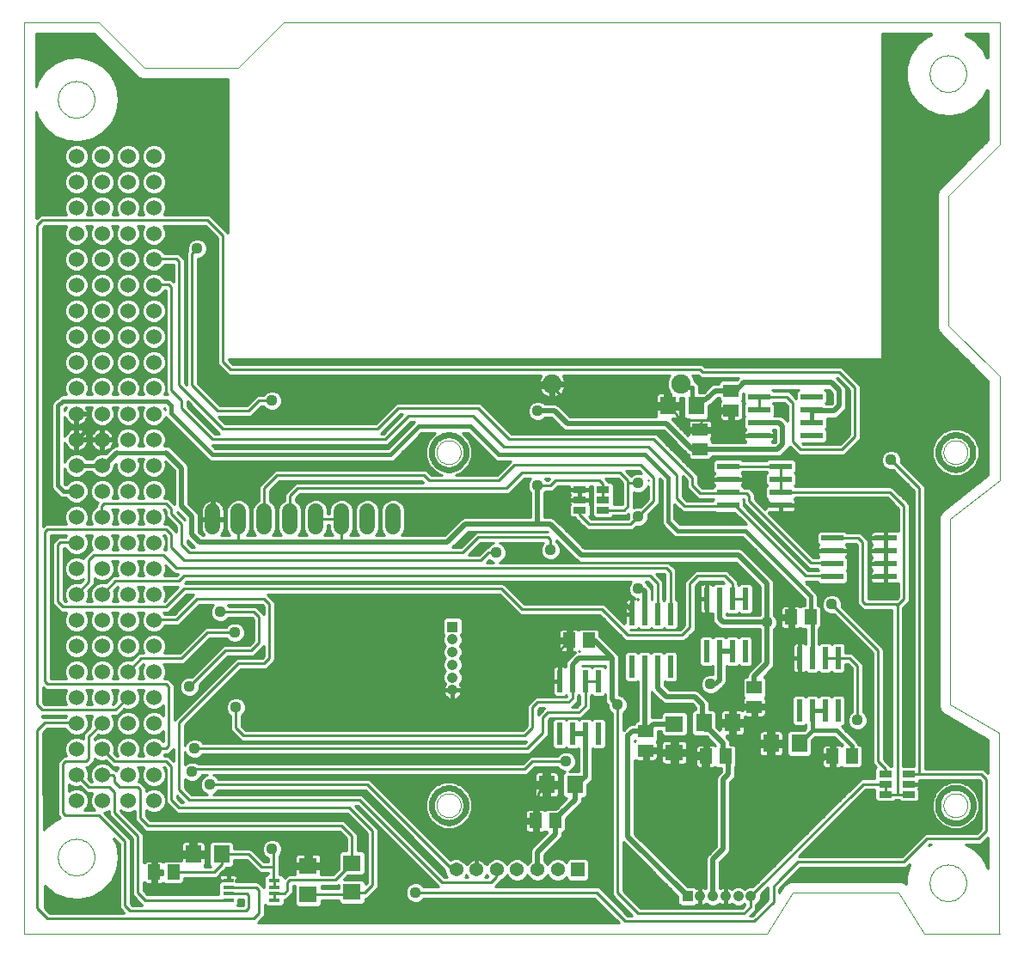
<source format=gbl>
G75*
%MOIN*%
%OFA0B0*%
%FSLAX24Y24*%
%IPPOS*%
%LPD*%
%AMOC8*
5,1,8,0,0,1.08239X$1,22.5*
%
%ADD10C,0.0000*%
%ADD11C,0.0240*%
%ADD12R,0.0540X0.0540*%
%ADD13C,0.0540*%
%ADD14C,0.0600*%
%ADD15R,0.0236X0.0866*%
%ADD16R,0.0512X0.0591*%
%ADD17R,0.0591X0.0512*%
%ADD18R,0.0630X0.0709*%
%ADD19R,0.0709X0.0630*%
%ADD20C,0.0600*%
%ADD21R,0.0866X0.0236*%
%ADD22R,0.0500X0.0250*%
%ADD23R,0.0710X0.0630*%
%ADD24R,0.0433X0.0157*%
%ADD25C,0.0748*%
%ADD26R,0.0413X0.0413*%
%ADD27C,0.0413*%
%ADD28C,0.0160*%
%ADD29C,0.0100*%
%ADD30C,0.0200*%
%ADD31C,0.0445*%
D10*
X000115Y000135D02*
X028915Y000135D01*
X029918Y001748D01*
X034009Y001748D01*
X035015Y000135D01*
X037915Y000135D01*
X037915Y007935D01*
X036015Y009035D01*
X036015Y016235D01*
X037925Y017755D01*
X037925Y021775D01*
X035935Y023765D01*
X035935Y028785D01*
X037925Y030775D01*
X037925Y035521D01*
X037926Y035521D02*
X010158Y035521D01*
X008391Y033757D01*
X004761Y033757D01*
X002997Y035521D01*
X000115Y035521D01*
X000115Y035521D01*
X000115Y000135D01*
X001416Y003125D02*
X001418Y003178D01*
X001424Y003231D01*
X001434Y003283D01*
X001447Y003334D01*
X001465Y003384D01*
X001486Y003433D01*
X001511Y003480D01*
X001539Y003524D01*
X001571Y003567D01*
X001605Y003607D01*
X001643Y003645D01*
X001683Y003679D01*
X001726Y003711D01*
X001771Y003739D01*
X001817Y003764D01*
X001866Y003785D01*
X001916Y003803D01*
X001967Y003816D01*
X002019Y003826D01*
X002072Y003832D01*
X002125Y003834D01*
X002178Y003832D01*
X002231Y003826D01*
X002283Y003816D01*
X002334Y003803D01*
X002384Y003785D01*
X002433Y003764D01*
X002480Y003739D01*
X002524Y003711D01*
X002567Y003679D01*
X002607Y003645D01*
X002645Y003607D01*
X002679Y003567D01*
X002711Y003524D01*
X002739Y003479D01*
X002764Y003433D01*
X002785Y003384D01*
X002803Y003334D01*
X002816Y003283D01*
X002826Y003231D01*
X002832Y003178D01*
X002834Y003125D01*
X002832Y003072D01*
X002826Y003019D01*
X002816Y002967D01*
X002803Y002916D01*
X002785Y002866D01*
X002764Y002817D01*
X002739Y002770D01*
X002711Y002726D01*
X002679Y002683D01*
X002645Y002643D01*
X002607Y002605D01*
X002567Y002571D01*
X002524Y002539D01*
X002479Y002511D01*
X002433Y002486D01*
X002384Y002465D01*
X002334Y002447D01*
X002283Y002434D01*
X002231Y002424D01*
X002178Y002418D01*
X002125Y002416D01*
X002072Y002418D01*
X002019Y002424D01*
X001967Y002434D01*
X001916Y002447D01*
X001866Y002465D01*
X001817Y002486D01*
X001770Y002511D01*
X001726Y002539D01*
X001683Y002571D01*
X001643Y002605D01*
X001605Y002643D01*
X001571Y002683D01*
X001539Y002726D01*
X001511Y002771D01*
X001486Y002817D01*
X001465Y002866D01*
X001447Y002916D01*
X001434Y002967D01*
X001424Y003019D01*
X001418Y003072D01*
X001416Y003125D01*
X016100Y005135D02*
X016102Y005178D01*
X016108Y005220D01*
X016118Y005262D01*
X016131Y005303D01*
X016149Y005342D01*
X016170Y005380D01*
X016194Y005415D01*
X016221Y005448D01*
X016252Y005479D01*
X016285Y005506D01*
X016320Y005530D01*
X016358Y005551D01*
X016397Y005569D01*
X016438Y005582D01*
X016480Y005592D01*
X016522Y005598D01*
X016565Y005600D01*
X016608Y005598D01*
X016650Y005592D01*
X016692Y005582D01*
X016733Y005569D01*
X016772Y005551D01*
X016810Y005530D01*
X016845Y005506D01*
X016878Y005479D01*
X016909Y005448D01*
X016936Y005415D01*
X016960Y005380D01*
X016981Y005342D01*
X016999Y005303D01*
X017012Y005262D01*
X017022Y005220D01*
X017028Y005178D01*
X017030Y005135D01*
X017028Y005092D01*
X017022Y005050D01*
X017012Y005008D01*
X016999Y004967D01*
X016981Y004928D01*
X016960Y004890D01*
X016936Y004855D01*
X016909Y004822D01*
X016878Y004791D01*
X016845Y004764D01*
X016810Y004740D01*
X016772Y004719D01*
X016733Y004701D01*
X016692Y004688D01*
X016650Y004678D01*
X016608Y004672D01*
X016565Y004670D01*
X016522Y004672D01*
X016480Y004678D01*
X016438Y004688D01*
X016397Y004701D01*
X016358Y004719D01*
X016320Y004740D01*
X016285Y004764D01*
X016252Y004791D01*
X016221Y004822D01*
X016194Y004855D01*
X016170Y004890D01*
X016149Y004928D01*
X016131Y004967D01*
X016118Y005008D01*
X016108Y005050D01*
X016102Y005092D01*
X016100Y005135D01*
X016100Y018835D02*
X016102Y018878D01*
X016108Y018920D01*
X016118Y018962D01*
X016131Y019003D01*
X016149Y019042D01*
X016170Y019080D01*
X016194Y019115D01*
X016221Y019148D01*
X016252Y019179D01*
X016285Y019206D01*
X016320Y019230D01*
X016358Y019251D01*
X016397Y019269D01*
X016438Y019282D01*
X016480Y019292D01*
X016522Y019298D01*
X016565Y019300D01*
X016608Y019298D01*
X016650Y019292D01*
X016692Y019282D01*
X016733Y019269D01*
X016772Y019251D01*
X016810Y019230D01*
X016845Y019206D01*
X016878Y019179D01*
X016909Y019148D01*
X016936Y019115D01*
X016960Y019080D01*
X016981Y019042D01*
X016999Y019003D01*
X017012Y018962D01*
X017022Y018920D01*
X017028Y018878D01*
X017030Y018835D01*
X017028Y018792D01*
X017022Y018750D01*
X017012Y018708D01*
X016999Y018667D01*
X016981Y018628D01*
X016960Y018590D01*
X016936Y018555D01*
X016909Y018522D01*
X016878Y018491D01*
X016845Y018464D01*
X016810Y018440D01*
X016772Y018419D01*
X016733Y018401D01*
X016692Y018388D01*
X016650Y018378D01*
X016608Y018372D01*
X016565Y018370D01*
X016522Y018372D01*
X016480Y018378D01*
X016438Y018388D01*
X016397Y018401D01*
X016358Y018419D01*
X016320Y018440D01*
X016285Y018464D01*
X016252Y018491D01*
X016221Y018522D01*
X016194Y018555D01*
X016170Y018590D01*
X016149Y018628D01*
X016131Y018667D01*
X016118Y018708D01*
X016108Y018750D01*
X016102Y018792D01*
X016100Y018835D01*
X001416Y032525D02*
X001418Y032578D01*
X001424Y032631D01*
X001434Y032683D01*
X001447Y032734D01*
X001465Y032784D01*
X001486Y032833D01*
X001511Y032880D01*
X001539Y032924D01*
X001571Y032967D01*
X001605Y033007D01*
X001643Y033045D01*
X001683Y033079D01*
X001726Y033111D01*
X001771Y033139D01*
X001817Y033164D01*
X001866Y033185D01*
X001916Y033203D01*
X001967Y033216D01*
X002019Y033226D01*
X002072Y033232D01*
X002125Y033234D01*
X002178Y033232D01*
X002231Y033226D01*
X002283Y033216D01*
X002334Y033203D01*
X002384Y033185D01*
X002433Y033164D01*
X002480Y033139D01*
X002524Y033111D01*
X002567Y033079D01*
X002607Y033045D01*
X002645Y033007D01*
X002679Y032967D01*
X002711Y032924D01*
X002739Y032879D01*
X002764Y032833D01*
X002785Y032784D01*
X002803Y032734D01*
X002816Y032683D01*
X002826Y032631D01*
X002832Y032578D01*
X002834Y032525D01*
X002832Y032472D01*
X002826Y032419D01*
X002816Y032367D01*
X002803Y032316D01*
X002785Y032266D01*
X002764Y032217D01*
X002739Y032170D01*
X002711Y032126D01*
X002679Y032083D01*
X002645Y032043D01*
X002607Y032005D01*
X002567Y031971D01*
X002524Y031939D01*
X002479Y031911D01*
X002433Y031886D01*
X002384Y031865D01*
X002334Y031847D01*
X002283Y031834D01*
X002231Y031824D01*
X002178Y031818D01*
X002125Y031816D01*
X002072Y031818D01*
X002019Y031824D01*
X001967Y031834D01*
X001916Y031847D01*
X001866Y031865D01*
X001817Y031886D01*
X001770Y031911D01*
X001726Y031939D01*
X001683Y031971D01*
X001643Y032005D01*
X001605Y032043D01*
X001571Y032083D01*
X001539Y032126D01*
X001511Y032171D01*
X001486Y032217D01*
X001465Y032266D01*
X001447Y032316D01*
X001434Y032367D01*
X001424Y032419D01*
X001418Y032472D01*
X001416Y032525D01*
X035216Y033525D02*
X035218Y033578D01*
X035224Y033631D01*
X035234Y033683D01*
X035247Y033734D01*
X035265Y033784D01*
X035286Y033833D01*
X035311Y033880D01*
X035339Y033924D01*
X035371Y033967D01*
X035405Y034007D01*
X035443Y034045D01*
X035483Y034079D01*
X035526Y034111D01*
X035571Y034139D01*
X035617Y034164D01*
X035666Y034185D01*
X035716Y034203D01*
X035767Y034216D01*
X035819Y034226D01*
X035872Y034232D01*
X035925Y034234D01*
X035978Y034232D01*
X036031Y034226D01*
X036083Y034216D01*
X036134Y034203D01*
X036184Y034185D01*
X036233Y034164D01*
X036280Y034139D01*
X036324Y034111D01*
X036367Y034079D01*
X036407Y034045D01*
X036445Y034007D01*
X036479Y033967D01*
X036511Y033924D01*
X036539Y033879D01*
X036564Y033833D01*
X036585Y033784D01*
X036603Y033734D01*
X036616Y033683D01*
X036626Y033631D01*
X036632Y033578D01*
X036634Y033525D01*
X036632Y033472D01*
X036626Y033419D01*
X036616Y033367D01*
X036603Y033316D01*
X036585Y033266D01*
X036564Y033217D01*
X036539Y033170D01*
X036511Y033126D01*
X036479Y033083D01*
X036445Y033043D01*
X036407Y033005D01*
X036367Y032971D01*
X036324Y032939D01*
X036279Y032911D01*
X036233Y032886D01*
X036184Y032865D01*
X036134Y032847D01*
X036083Y032834D01*
X036031Y032824D01*
X035978Y032818D01*
X035925Y032816D01*
X035872Y032818D01*
X035819Y032824D01*
X035767Y032834D01*
X035716Y032847D01*
X035666Y032865D01*
X035617Y032886D01*
X035570Y032911D01*
X035526Y032939D01*
X035483Y032971D01*
X035443Y033005D01*
X035405Y033043D01*
X035371Y033083D01*
X035339Y033126D01*
X035311Y033171D01*
X035286Y033217D01*
X035265Y033266D01*
X035247Y033316D01*
X035234Y033367D01*
X035224Y033419D01*
X035218Y033472D01*
X035216Y033525D01*
X035750Y018835D02*
X035752Y018878D01*
X035758Y018920D01*
X035768Y018962D01*
X035781Y019003D01*
X035799Y019042D01*
X035820Y019080D01*
X035844Y019115D01*
X035871Y019148D01*
X035902Y019179D01*
X035935Y019206D01*
X035970Y019230D01*
X036008Y019251D01*
X036047Y019269D01*
X036088Y019282D01*
X036130Y019292D01*
X036172Y019298D01*
X036215Y019300D01*
X036258Y019298D01*
X036300Y019292D01*
X036342Y019282D01*
X036383Y019269D01*
X036422Y019251D01*
X036460Y019230D01*
X036495Y019206D01*
X036528Y019179D01*
X036559Y019148D01*
X036586Y019115D01*
X036610Y019080D01*
X036631Y019042D01*
X036649Y019003D01*
X036662Y018962D01*
X036672Y018920D01*
X036678Y018878D01*
X036680Y018835D01*
X036678Y018792D01*
X036672Y018750D01*
X036662Y018708D01*
X036649Y018667D01*
X036631Y018628D01*
X036610Y018590D01*
X036586Y018555D01*
X036559Y018522D01*
X036528Y018491D01*
X036495Y018464D01*
X036460Y018440D01*
X036422Y018419D01*
X036383Y018401D01*
X036342Y018388D01*
X036300Y018378D01*
X036258Y018372D01*
X036215Y018370D01*
X036172Y018372D01*
X036130Y018378D01*
X036088Y018388D01*
X036047Y018401D01*
X036008Y018419D01*
X035970Y018440D01*
X035935Y018464D01*
X035902Y018491D01*
X035871Y018522D01*
X035844Y018555D01*
X035820Y018590D01*
X035799Y018628D01*
X035781Y018667D01*
X035768Y018708D01*
X035758Y018750D01*
X035752Y018792D01*
X035750Y018835D01*
X035750Y005135D02*
X035752Y005178D01*
X035758Y005220D01*
X035768Y005262D01*
X035781Y005303D01*
X035799Y005342D01*
X035820Y005380D01*
X035844Y005415D01*
X035871Y005448D01*
X035902Y005479D01*
X035935Y005506D01*
X035970Y005530D01*
X036008Y005551D01*
X036047Y005569D01*
X036088Y005582D01*
X036130Y005592D01*
X036172Y005598D01*
X036215Y005600D01*
X036258Y005598D01*
X036300Y005592D01*
X036342Y005582D01*
X036383Y005569D01*
X036422Y005551D01*
X036460Y005530D01*
X036495Y005506D01*
X036528Y005479D01*
X036559Y005448D01*
X036586Y005415D01*
X036610Y005380D01*
X036631Y005342D01*
X036649Y005303D01*
X036662Y005262D01*
X036672Y005220D01*
X036678Y005178D01*
X036680Y005135D01*
X036678Y005092D01*
X036672Y005050D01*
X036662Y005008D01*
X036649Y004967D01*
X036631Y004928D01*
X036610Y004890D01*
X036586Y004855D01*
X036559Y004822D01*
X036528Y004791D01*
X036495Y004764D01*
X036460Y004740D01*
X036422Y004719D01*
X036383Y004701D01*
X036342Y004688D01*
X036300Y004678D01*
X036258Y004672D01*
X036215Y004670D01*
X036172Y004672D01*
X036130Y004678D01*
X036088Y004688D01*
X036047Y004701D01*
X036008Y004719D01*
X035970Y004740D01*
X035935Y004764D01*
X035902Y004791D01*
X035871Y004822D01*
X035844Y004855D01*
X035820Y004890D01*
X035799Y004928D01*
X035781Y004967D01*
X035768Y005008D01*
X035758Y005050D01*
X035752Y005092D01*
X035750Y005135D01*
X035216Y002125D02*
X035218Y002178D01*
X035224Y002231D01*
X035234Y002283D01*
X035247Y002334D01*
X035265Y002384D01*
X035286Y002433D01*
X035311Y002480D01*
X035339Y002524D01*
X035371Y002567D01*
X035405Y002607D01*
X035443Y002645D01*
X035483Y002679D01*
X035526Y002711D01*
X035571Y002739D01*
X035617Y002764D01*
X035666Y002785D01*
X035716Y002803D01*
X035767Y002816D01*
X035819Y002826D01*
X035872Y002832D01*
X035925Y002834D01*
X035978Y002832D01*
X036031Y002826D01*
X036083Y002816D01*
X036134Y002803D01*
X036184Y002785D01*
X036233Y002764D01*
X036280Y002739D01*
X036324Y002711D01*
X036367Y002679D01*
X036407Y002645D01*
X036445Y002607D01*
X036479Y002567D01*
X036511Y002524D01*
X036539Y002479D01*
X036564Y002433D01*
X036585Y002384D01*
X036603Y002334D01*
X036616Y002283D01*
X036626Y002231D01*
X036632Y002178D01*
X036634Y002125D01*
X036632Y002072D01*
X036626Y002019D01*
X036616Y001967D01*
X036603Y001916D01*
X036585Y001866D01*
X036564Y001817D01*
X036539Y001770D01*
X036511Y001726D01*
X036479Y001683D01*
X036445Y001643D01*
X036407Y001605D01*
X036367Y001571D01*
X036324Y001539D01*
X036279Y001511D01*
X036233Y001486D01*
X036184Y001465D01*
X036134Y001447D01*
X036083Y001434D01*
X036031Y001424D01*
X035978Y001418D01*
X035925Y001416D01*
X035872Y001418D01*
X035819Y001424D01*
X035767Y001434D01*
X035716Y001447D01*
X035666Y001465D01*
X035617Y001486D01*
X035570Y001511D01*
X035526Y001539D01*
X035483Y001571D01*
X035443Y001605D01*
X035405Y001643D01*
X035371Y001683D01*
X035339Y001726D01*
X035311Y001771D01*
X035286Y001817D01*
X035265Y001866D01*
X035247Y001916D01*
X035234Y001967D01*
X035224Y002019D01*
X035218Y002072D01*
X035216Y002125D01*
X037915Y000135D02*
X037925Y000135D01*
D11*
X035520Y005135D02*
X035522Y005188D01*
X035528Y005240D01*
X035538Y005291D01*
X035552Y005342D01*
X035569Y005392D01*
X035590Y005440D01*
X035615Y005486D01*
X035644Y005531D01*
X035675Y005573D01*
X035710Y005612D01*
X035747Y005649D01*
X035788Y005683D01*
X035830Y005714D01*
X035875Y005741D01*
X035922Y005765D01*
X035970Y005786D01*
X036020Y005802D01*
X036071Y005815D01*
X036123Y005824D01*
X036176Y005829D01*
X036228Y005830D01*
X036281Y005827D01*
X036333Y005820D01*
X036384Y005809D01*
X036435Y005794D01*
X036484Y005776D01*
X036532Y005754D01*
X036578Y005728D01*
X036621Y005699D01*
X036663Y005666D01*
X036702Y005631D01*
X036738Y005593D01*
X036771Y005552D01*
X036801Y005509D01*
X036828Y005463D01*
X036851Y005416D01*
X036870Y005367D01*
X036886Y005317D01*
X036898Y005266D01*
X036906Y005214D01*
X036910Y005161D01*
X036910Y005109D01*
X036906Y005056D01*
X036898Y005004D01*
X036886Y004953D01*
X036870Y004903D01*
X036851Y004854D01*
X036828Y004807D01*
X036801Y004761D01*
X036771Y004718D01*
X036738Y004677D01*
X036702Y004639D01*
X036663Y004604D01*
X036621Y004571D01*
X036578Y004542D01*
X036532Y004516D01*
X036484Y004494D01*
X036435Y004476D01*
X036384Y004461D01*
X036333Y004450D01*
X036281Y004443D01*
X036228Y004440D01*
X036176Y004441D01*
X036123Y004446D01*
X036071Y004455D01*
X036020Y004468D01*
X035970Y004484D01*
X035922Y004505D01*
X035875Y004529D01*
X035830Y004556D01*
X035788Y004587D01*
X035747Y004621D01*
X035710Y004658D01*
X035675Y004697D01*
X035644Y004739D01*
X035615Y004784D01*
X035590Y004830D01*
X035569Y004878D01*
X035552Y004928D01*
X035538Y004979D01*
X035528Y005030D01*
X035522Y005082D01*
X035520Y005135D01*
X035544Y018835D02*
X035546Y018886D01*
X035552Y018937D01*
X035562Y018988D01*
X035575Y019037D01*
X035593Y019086D01*
X035614Y019133D01*
X035638Y019178D01*
X035666Y019221D01*
X035697Y019262D01*
X035732Y019300D01*
X035769Y019336D01*
X035808Y019369D01*
X035850Y019398D01*
X035894Y019424D01*
X035941Y019447D01*
X035988Y019467D01*
X036037Y019482D01*
X036087Y019494D01*
X036138Y019502D01*
X036189Y019506D01*
X036241Y019506D01*
X036292Y019502D01*
X036343Y019494D01*
X036393Y019482D01*
X036442Y019467D01*
X036489Y019447D01*
X036536Y019424D01*
X036580Y019398D01*
X036622Y019369D01*
X036661Y019336D01*
X036698Y019300D01*
X036733Y019262D01*
X036764Y019221D01*
X036792Y019178D01*
X036816Y019133D01*
X036837Y019086D01*
X036855Y019037D01*
X036868Y018988D01*
X036878Y018937D01*
X036884Y018886D01*
X036886Y018835D01*
X036884Y018784D01*
X036878Y018733D01*
X036868Y018682D01*
X036855Y018633D01*
X036837Y018584D01*
X036816Y018537D01*
X036792Y018492D01*
X036764Y018449D01*
X036733Y018408D01*
X036698Y018370D01*
X036661Y018334D01*
X036622Y018301D01*
X036580Y018272D01*
X036536Y018246D01*
X036489Y018223D01*
X036442Y018203D01*
X036393Y018188D01*
X036343Y018176D01*
X036292Y018168D01*
X036241Y018164D01*
X036189Y018164D01*
X036138Y018168D01*
X036087Y018176D01*
X036037Y018188D01*
X035988Y018203D01*
X035941Y018223D01*
X035894Y018246D01*
X035850Y018272D01*
X035808Y018301D01*
X035769Y018334D01*
X035732Y018370D01*
X035697Y018408D01*
X035666Y018449D01*
X035638Y018492D01*
X035614Y018537D01*
X035593Y018584D01*
X035575Y018633D01*
X035562Y018682D01*
X035552Y018733D01*
X035546Y018784D01*
X035544Y018835D01*
X015892Y018835D02*
X015894Y018887D01*
X015900Y018938D01*
X015910Y018988D01*
X015923Y019038D01*
X015941Y019087D01*
X015962Y019134D01*
X015987Y019179D01*
X016015Y019222D01*
X016046Y019263D01*
X016080Y019302D01*
X016117Y019337D01*
X016157Y019370D01*
X016199Y019400D01*
X016243Y019426D01*
X016290Y019449D01*
X016338Y019468D01*
X016387Y019484D01*
X016437Y019496D01*
X016488Y019504D01*
X016539Y019508D01*
X016591Y019508D01*
X016642Y019504D01*
X016693Y019496D01*
X016743Y019484D01*
X016792Y019468D01*
X016840Y019449D01*
X016887Y019426D01*
X016931Y019400D01*
X016973Y019370D01*
X017013Y019337D01*
X017050Y019302D01*
X017084Y019263D01*
X017115Y019222D01*
X017143Y019179D01*
X017168Y019134D01*
X017189Y019087D01*
X017207Y019038D01*
X017220Y018988D01*
X017230Y018938D01*
X017236Y018887D01*
X017238Y018835D01*
X017236Y018783D01*
X017230Y018732D01*
X017220Y018682D01*
X017207Y018632D01*
X017189Y018583D01*
X017168Y018536D01*
X017143Y018491D01*
X017115Y018448D01*
X017084Y018407D01*
X017050Y018368D01*
X017013Y018333D01*
X016973Y018300D01*
X016931Y018270D01*
X016887Y018244D01*
X016840Y018221D01*
X016792Y018202D01*
X016743Y018186D01*
X016693Y018174D01*
X016642Y018166D01*
X016591Y018162D01*
X016539Y018162D01*
X016488Y018166D01*
X016437Y018174D01*
X016387Y018186D01*
X016338Y018202D01*
X016290Y018221D01*
X016243Y018244D01*
X016199Y018270D01*
X016157Y018300D01*
X016117Y018333D01*
X016080Y018368D01*
X016046Y018407D01*
X016015Y018448D01*
X015987Y018491D01*
X015962Y018536D01*
X015941Y018583D01*
X015923Y018632D01*
X015910Y018682D01*
X015900Y018732D01*
X015894Y018783D01*
X015892Y018835D01*
X015894Y005135D02*
X015896Y005186D01*
X015902Y005237D01*
X015912Y005288D01*
X015925Y005337D01*
X015943Y005386D01*
X015964Y005433D01*
X015988Y005478D01*
X016016Y005521D01*
X016047Y005562D01*
X016082Y005600D01*
X016119Y005636D01*
X016158Y005669D01*
X016200Y005698D01*
X016244Y005724D01*
X016291Y005747D01*
X016338Y005767D01*
X016387Y005782D01*
X016437Y005794D01*
X016488Y005802D01*
X016539Y005806D01*
X016591Y005806D01*
X016642Y005802D01*
X016693Y005794D01*
X016743Y005782D01*
X016792Y005767D01*
X016839Y005747D01*
X016886Y005724D01*
X016930Y005698D01*
X016972Y005669D01*
X017011Y005636D01*
X017048Y005600D01*
X017083Y005562D01*
X017114Y005521D01*
X017142Y005478D01*
X017166Y005433D01*
X017187Y005386D01*
X017205Y005337D01*
X017218Y005288D01*
X017228Y005237D01*
X017234Y005186D01*
X017236Y005135D01*
X017234Y005084D01*
X017228Y005033D01*
X017218Y004982D01*
X017205Y004933D01*
X017187Y004884D01*
X017166Y004837D01*
X017142Y004792D01*
X017114Y004749D01*
X017083Y004708D01*
X017048Y004670D01*
X017011Y004634D01*
X016972Y004601D01*
X016930Y004572D01*
X016886Y004546D01*
X016839Y004523D01*
X016792Y004503D01*
X016743Y004488D01*
X016693Y004476D01*
X016642Y004468D01*
X016591Y004464D01*
X016539Y004464D01*
X016488Y004468D01*
X016437Y004476D01*
X016387Y004488D01*
X016338Y004503D01*
X016291Y004523D01*
X016244Y004546D01*
X016200Y004572D01*
X016158Y004601D01*
X016119Y004634D01*
X016082Y004670D01*
X016047Y004708D01*
X016016Y004749D01*
X015988Y004792D01*
X015964Y004837D01*
X015943Y004884D01*
X015925Y004933D01*
X015912Y004982D01*
X015902Y005033D01*
X015896Y005084D01*
X015894Y005135D01*
D12*
X021577Y002635D03*
D13*
X020790Y002635D03*
X020002Y002635D03*
X019215Y002635D03*
X018428Y002635D03*
X017640Y002635D03*
X016853Y002635D03*
D14*
X014415Y015935D02*
X014415Y016535D01*
X013415Y016535D02*
X013415Y015935D01*
X012415Y015935D02*
X012415Y016535D01*
X011415Y016535D02*
X011415Y015935D01*
X010415Y015935D02*
X010415Y016535D01*
X009415Y016535D02*
X009415Y015935D01*
X008415Y015935D02*
X008415Y016535D01*
X007415Y016535D02*
X007415Y015935D01*
D15*
X020865Y009959D03*
X021365Y009959D03*
X021865Y009959D03*
X022365Y009959D03*
X023665Y010511D03*
X024165Y010511D03*
X024665Y010511D03*
X025165Y010511D03*
X026565Y011111D03*
X027065Y011111D03*
X027565Y011111D03*
X028065Y011111D03*
X030165Y010859D03*
X030665Y010859D03*
X031165Y010859D03*
X031665Y010859D03*
X031665Y008811D03*
X031165Y008811D03*
X030665Y008811D03*
X030165Y008811D03*
X028065Y013159D03*
X027565Y013159D03*
X027065Y013159D03*
X026565Y013159D03*
X025165Y012559D03*
X024665Y012559D03*
X024165Y012559D03*
X023665Y012559D03*
X022365Y007911D03*
X021865Y007911D03*
X021365Y007911D03*
X020865Y007911D03*
D16*
X020689Y004535D03*
X019941Y004535D03*
X026541Y007035D03*
X027289Y007035D03*
X031441Y007035D03*
X032189Y007035D03*
X030589Y012435D03*
X029841Y012435D03*
X021989Y011535D03*
X021241Y011535D03*
X005889Y002535D03*
X005141Y002535D03*
D17*
X024215Y007261D03*
X024215Y008009D03*
X028415Y008961D03*
X028415Y009709D03*
X026315Y018961D03*
X026315Y019709D03*
X027515Y020461D03*
X027515Y021209D03*
D18*
X026166Y020635D03*
X025064Y020635D03*
X026464Y008335D03*
X027566Y008335D03*
X029064Y007535D03*
X030166Y007535D03*
X021466Y005935D03*
X020364Y005935D03*
X007766Y003235D03*
X006664Y003235D03*
D19*
X011115Y002786D03*
X011115Y001684D03*
X025315Y007184D03*
X025315Y008286D03*
D20*
X005125Y008325D03*
X005125Y009325D03*
X005125Y010325D03*
X005125Y011325D03*
X005125Y012325D03*
X005125Y013325D03*
X005125Y014325D03*
X005125Y015325D03*
X005125Y016325D03*
X005125Y017325D03*
X005125Y018325D03*
X005125Y019325D03*
X005125Y020325D03*
X005125Y021325D03*
X005125Y022325D03*
X005125Y023325D03*
X005125Y024325D03*
X005125Y025325D03*
X005125Y026325D03*
X005125Y027325D03*
X005125Y028325D03*
X005125Y029325D03*
X005125Y030325D03*
X004125Y030325D03*
X003125Y030325D03*
X003125Y029325D03*
X004125Y029325D03*
X004125Y028325D03*
X003125Y028325D03*
X003125Y027325D03*
X003125Y026325D03*
X004125Y026325D03*
X004125Y027325D03*
X004125Y025325D03*
X003125Y025325D03*
X003125Y024325D03*
X004125Y024325D03*
X004125Y023325D03*
X003125Y023325D03*
X003125Y022325D03*
X003125Y021325D03*
X004125Y021325D03*
X004125Y022325D03*
X004125Y020325D03*
X003125Y020325D03*
X003125Y019325D03*
X004125Y019325D03*
X004125Y018325D03*
X004125Y017325D03*
X003125Y017325D03*
X003125Y018325D03*
X002125Y018325D03*
X002125Y017325D03*
X002125Y016325D03*
X002125Y015325D03*
X002125Y014325D03*
X002125Y013325D03*
X002125Y012325D03*
X002125Y011325D03*
X002125Y010325D03*
X002125Y009325D03*
X002125Y008325D03*
X002125Y007325D03*
X002125Y006325D03*
X002125Y005325D03*
X003125Y005325D03*
X004125Y005325D03*
X004125Y006325D03*
X003125Y006325D03*
X003125Y007325D03*
X004125Y007325D03*
X004125Y008325D03*
X004125Y009325D03*
X003125Y009325D03*
X003125Y008325D03*
X003125Y010325D03*
X004125Y010325D03*
X004125Y011325D03*
X003125Y011325D03*
X003125Y012325D03*
X003125Y013325D03*
X004125Y013325D03*
X004125Y012325D03*
X004125Y014325D03*
X003125Y014325D03*
X003125Y015325D03*
X004125Y015325D03*
X004125Y016325D03*
X003125Y016325D03*
X002125Y019325D03*
X002125Y020325D03*
X002125Y021325D03*
X002125Y022325D03*
X002125Y023325D03*
X002125Y024325D03*
X002125Y025325D03*
X002125Y026325D03*
X002125Y027325D03*
X002125Y028325D03*
X002125Y029325D03*
X002125Y030325D03*
X005125Y007325D03*
X005125Y006325D03*
X005125Y005325D03*
D21*
X027391Y016785D03*
X027391Y017285D03*
X027391Y017785D03*
X027391Y018285D03*
X028591Y019485D03*
X028591Y019985D03*
X028591Y020485D03*
X028591Y020985D03*
X030639Y020985D03*
X030639Y020485D03*
X030639Y019985D03*
X030639Y019485D03*
X029439Y018285D03*
X029439Y017785D03*
X029439Y017285D03*
X029439Y016785D03*
X031446Y015510D03*
X031446Y015010D03*
X031446Y014510D03*
X031446Y014010D03*
X033493Y014010D03*
X033493Y014510D03*
X033493Y015010D03*
X033493Y015510D03*
D22*
X033494Y006364D03*
X033494Y005964D03*
X033494Y005564D03*
X034394Y005564D03*
X034394Y005964D03*
X034394Y006364D03*
X022547Y016594D03*
X022547Y016994D03*
X022547Y017394D03*
X021647Y017394D03*
X021647Y016994D03*
X021647Y016594D03*
D23*
X012815Y002895D03*
X012815Y001775D03*
D24*
X009801Y001707D03*
X009801Y001451D03*
X009801Y001963D03*
X009801Y002219D03*
X008029Y002219D03*
X008029Y001963D03*
X008029Y001707D03*
X008029Y001451D03*
D25*
X020565Y021485D03*
X025565Y021485D03*
D26*
X016715Y012065D03*
X025825Y001604D03*
D27*
X026317Y001604D03*
X026809Y001604D03*
X027302Y001604D03*
X027794Y001604D03*
X028286Y001604D03*
X016715Y009605D03*
X016715Y010097D03*
X016715Y010589D03*
X016715Y011081D03*
X016715Y011573D03*
D28*
X017086Y011740D02*
X017122Y011776D01*
X017122Y012355D01*
X017005Y012472D01*
X016425Y012472D01*
X016308Y012355D01*
X016308Y011776D01*
X016344Y011740D01*
X016308Y011654D01*
X016308Y011492D01*
X016370Y011343D01*
X016386Y011327D01*
X016370Y011311D01*
X016308Y011162D01*
X016308Y011000D01*
X016370Y010851D01*
X016386Y010835D01*
X016370Y010819D01*
X016308Y010670D01*
X016308Y010508D01*
X016370Y010359D01*
X016386Y010343D01*
X016370Y010327D01*
X016308Y010178D01*
X016308Y010016D01*
X016370Y009866D01*
X016403Y009834D01*
X016372Y009788D01*
X016343Y009717D01*
X016328Y009643D01*
X016328Y009605D01*
X016715Y009605D01*
X016715Y009605D01*
X017102Y009605D01*
X017102Y009643D01*
X017087Y009717D01*
X017058Y009788D01*
X017027Y009834D01*
X017060Y009866D01*
X017122Y010016D01*
X017122Y010178D01*
X017060Y010327D01*
X017044Y010343D01*
X017060Y010359D01*
X017122Y010508D01*
X017122Y010670D01*
X017060Y010819D01*
X017044Y010835D01*
X017060Y010851D01*
X017122Y011000D01*
X017122Y011162D01*
X017060Y011311D01*
X017044Y011327D01*
X017060Y011343D01*
X017122Y011492D01*
X017122Y011654D01*
X017086Y011740D01*
X017100Y011706D02*
X020805Y011706D01*
X020805Y011583D02*
X021193Y011583D01*
X021193Y012010D01*
X020961Y012010D01*
X020916Y011998D01*
X020875Y011974D01*
X020841Y011941D01*
X020817Y011900D01*
X020805Y011854D01*
X020805Y011583D01*
X020805Y011487D02*
X020805Y011216D01*
X020817Y011170D01*
X020841Y011129D01*
X020875Y011096D01*
X020916Y011072D01*
X020961Y011060D01*
X021193Y011060D01*
X021193Y011487D01*
X021289Y011487D01*
X021289Y011060D01*
X021415Y011060D01*
X021361Y011005D01*
X021261Y010905D01*
X021111Y010755D01*
X021065Y010645D01*
X021065Y010552D01*
X021053Y010559D01*
X021007Y010572D01*
X020865Y010572D01*
X020723Y010572D01*
X020677Y010559D01*
X020636Y010536D01*
X020603Y010502D01*
X020579Y010461D01*
X020567Y010415D01*
X020567Y009959D01*
X020865Y009959D01*
X020865Y010572D01*
X020865Y009959D01*
X020865Y009959D01*
X020865Y009959D01*
X020567Y009959D01*
X020567Y009502D01*
X020579Y009456D01*
X020603Y009415D01*
X020633Y009385D01*
X019965Y009385D01*
X019873Y009347D01*
X019673Y009147D01*
X019603Y009077D01*
X019565Y008985D01*
X019565Y008239D01*
X019411Y008085D01*
X008719Y008085D01*
X008565Y008239D01*
X008565Y008588D01*
X008673Y008696D01*
X008737Y008851D01*
X008737Y009019D01*
X008673Y009174D01*
X008554Y009293D01*
X008399Y009357D01*
X008231Y009357D01*
X008076Y009293D01*
X007957Y009174D01*
X007893Y009019D01*
X007893Y008851D01*
X007957Y008696D01*
X008065Y008588D01*
X008065Y008085D01*
X008103Y007993D01*
X008173Y007923D01*
X008473Y007623D01*
X008565Y007585D01*
X019511Y007585D01*
X007062Y007585D01*
X006954Y007693D01*
X006799Y007757D01*
X006631Y007757D01*
X006476Y007693D01*
X006365Y007582D01*
X006365Y008231D01*
X008519Y010385D01*
X009465Y010385D01*
X009557Y010423D01*
X009757Y010623D01*
X009827Y010693D01*
X009865Y010785D01*
X009865Y012985D01*
X009827Y013077D01*
X009627Y013277D01*
X009619Y013285D01*
X018511Y013285D01*
X019203Y012593D01*
X019273Y012523D01*
X019365Y012485D01*
X022411Y012485D01*
X023373Y011523D01*
X023465Y011485D01*
X025665Y011485D01*
X025757Y011523D01*
X026057Y011823D01*
X026127Y011893D01*
X026165Y011985D01*
X026165Y013631D01*
X026319Y013785D01*
X026857Y013785D01*
X026801Y013729D01*
X026794Y013736D01*
X026753Y013759D01*
X026707Y013772D01*
X026565Y013772D01*
X026423Y013772D01*
X026377Y013759D01*
X026336Y013736D01*
X026303Y013702D01*
X026279Y013661D01*
X026267Y013615D01*
X026267Y013159D01*
X026565Y013159D01*
X026565Y013772D01*
X026565Y013159D01*
X026565Y013159D01*
X026565Y013159D01*
X026267Y013159D01*
X026267Y012702D01*
X026279Y012656D01*
X026303Y012615D01*
X026336Y012582D01*
X026377Y012558D01*
X026423Y012546D01*
X026565Y012546D01*
X026707Y012546D01*
X026753Y012558D01*
X026765Y012565D01*
X026765Y012325D01*
X026811Y012215D01*
X026961Y012065D01*
X027045Y011981D01*
X027155Y011935D01*
X028615Y011935D01*
X028615Y010759D01*
X028161Y010305D01*
X028115Y010195D01*
X028115Y010165D01*
X028037Y010165D01*
X027920Y010048D01*
X027920Y009370D01*
X027971Y009319D01*
X027952Y009286D01*
X027940Y009241D01*
X027940Y009009D01*
X028367Y009009D01*
X028367Y008913D01*
X027940Y008913D01*
X027940Y008860D01*
X027905Y008869D01*
X027644Y008869D01*
X027644Y008412D01*
X028061Y008412D01*
X028061Y008534D01*
X028096Y008525D01*
X028367Y008525D01*
X028367Y008913D01*
X028463Y008913D01*
X028463Y009009D01*
X028890Y009009D01*
X028890Y009241D01*
X028878Y009286D01*
X028859Y009319D01*
X028910Y009370D01*
X028910Y010048D01*
X028831Y010127D01*
X029085Y010381D01*
X029169Y010465D01*
X029215Y010575D01*
X029215Y011938D01*
X029273Y011996D01*
X029337Y012151D01*
X029337Y012319D01*
X029273Y012474D01*
X029215Y012532D01*
X029215Y013795D01*
X029169Y013905D01*
X029085Y013989D01*
X027985Y015089D01*
X027875Y015135D01*
X021839Y015135D01*
X020769Y016205D01*
X020685Y016289D01*
X020575Y016335D01*
X020315Y016335D01*
X020315Y017238D01*
X020362Y017285D01*
X020565Y017285D01*
X020657Y017323D01*
X020727Y017393D01*
X020819Y017485D01*
X021217Y017485D01*
X021217Y017394D01*
X021217Y017245D01*
X021230Y017200D01*
X021233Y017194D01*
X021230Y017189D01*
X021217Y017143D01*
X021217Y016994D01*
X021217Y016845D01*
X021222Y016827D01*
X021197Y016802D01*
X021197Y016386D01*
X021314Y016269D01*
X021432Y016269D01*
X021435Y016261D01*
X021803Y015893D01*
X021873Y015823D01*
X021965Y015785D01*
X023665Y015785D01*
X023757Y015823D01*
X023846Y015913D01*
X023999Y015913D01*
X024154Y015977D01*
X024273Y016096D01*
X024337Y016251D01*
X024337Y016404D01*
X024727Y016793D01*
X024765Y016885D01*
X024765Y017750D01*
X024787Y017728D01*
X024787Y016088D01*
X024830Y015985D01*
X024163Y015985D01*
X024293Y016144D02*
X024787Y016144D01*
X024787Y016302D02*
X024337Y016302D01*
X024394Y016461D02*
X024787Y016461D01*
X024787Y016619D02*
X024553Y016619D01*
X024711Y016778D02*
X024787Y016778D01*
X024787Y016936D02*
X024765Y016936D01*
X024765Y017095D02*
X024787Y017095D01*
X024787Y017253D02*
X024765Y017253D01*
X024765Y017412D02*
X024787Y017412D01*
X024787Y017570D02*
X024765Y017570D01*
X024765Y017729D02*
X024786Y017729D01*
X025067Y017844D02*
X025067Y016144D01*
X025424Y015786D01*
X027864Y015786D01*
X028064Y015786D01*
X030215Y013635D01*
X030615Y013235D01*
X030615Y013035D01*
X030615Y012461D01*
X030589Y012435D01*
X030665Y012359D01*
X030665Y010859D01*
X030165Y010859D02*
X030165Y011472D01*
X030023Y011472D01*
X029977Y011459D01*
X029936Y011436D01*
X029903Y011402D01*
X029879Y011361D01*
X029867Y011315D01*
X029867Y010859D01*
X030165Y010859D01*
X030165Y011472D01*
X030307Y011472D01*
X030353Y011459D01*
X030385Y011441D01*
X030385Y011940D01*
X030250Y011940D01*
X030199Y011991D01*
X030166Y011972D01*
X030121Y011960D01*
X029889Y011960D01*
X029889Y012387D01*
X029793Y012387D01*
X029793Y011960D01*
X029561Y011960D01*
X029516Y011972D01*
X029475Y011996D01*
X029441Y012029D01*
X029417Y012070D01*
X029405Y012116D01*
X029405Y012387D01*
X029793Y012387D01*
X029793Y012483D01*
X029793Y012910D01*
X029561Y012910D01*
X029516Y012898D01*
X029475Y012874D01*
X029441Y012841D01*
X029417Y012800D01*
X029405Y012754D01*
X029405Y012483D01*
X029793Y012483D01*
X029889Y012483D01*
X029889Y012910D01*
X030121Y012910D01*
X030166Y012898D01*
X030199Y012879D01*
X030250Y012930D01*
X030335Y012930D01*
X030335Y013119D01*
X030056Y013398D01*
X027948Y015506D01*
X025369Y015506D01*
X025266Y015549D01*
X025187Y015628D01*
X024830Y015985D01*
X024988Y015827D02*
X023760Y015827D01*
X025147Y015668D02*
X021306Y015668D01*
X021148Y015827D02*
X021870Y015827D01*
X021711Y015985D02*
X020989Y015985D01*
X020831Y016144D02*
X021553Y016144D01*
X021281Y016302D02*
X020654Y016302D01*
X020315Y016461D02*
X021197Y016461D01*
X021197Y016619D02*
X020315Y016619D01*
X020315Y016778D02*
X021197Y016778D01*
X021217Y016936D02*
X020315Y016936D01*
X020315Y017095D02*
X021217Y017095D01*
X021217Y016994D02*
X021647Y016994D01*
X021217Y016994D01*
X021217Y017253D02*
X020331Y017253D01*
X020745Y017412D02*
X021217Y017412D01*
X021217Y017394D02*
X021647Y017394D01*
X021217Y017394D01*
X021647Y017394D02*
X021647Y017394D01*
X021647Y017394D01*
X021647Y016994D01*
X021647Y016994D01*
X021647Y016994D01*
X021647Y017089D01*
X021647Y017394D01*
X021647Y017394D01*
X022077Y017394D01*
X022077Y017245D01*
X022065Y017200D01*
X022062Y017194D01*
X022065Y017189D01*
X022077Y017143D01*
X022077Y016994D01*
X021647Y016994D01*
X021647Y016994D01*
X022077Y016994D01*
X022077Y016845D01*
X022072Y016827D01*
X022097Y016802D01*
X022097Y016386D01*
X022057Y016346D01*
X022119Y016285D01*
X022198Y016285D01*
X022097Y016386D01*
X022097Y017485D01*
X022077Y017485D01*
X022077Y017394D01*
X021647Y017394D01*
X021647Y017253D02*
X021647Y017253D01*
X021647Y017095D02*
X021647Y017095D01*
X022077Y017095D02*
X022097Y017095D01*
X022097Y017253D02*
X022077Y017253D01*
X022077Y017412D02*
X022097Y017412D01*
X022077Y016936D02*
X022097Y016936D01*
X022097Y016778D02*
X022097Y016778D01*
X022097Y016619D02*
X022097Y016619D01*
X022097Y016461D02*
X022097Y016461D01*
X022102Y016302D02*
X022181Y016302D01*
X021465Y015510D02*
X025361Y015510D01*
X026300Y013766D02*
X026402Y013766D01*
X026565Y013766D02*
X026565Y013766D01*
X026565Y013608D02*
X026565Y013608D01*
X026565Y013449D02*
X026565Y013449D01*
X026565Y013291D02*
X026565Y013291D01*
X026565Y013159D02*
X026565Y012546D01*
X026565Y013159D01*
X026565Y013159D01*
X026565Y013132D02*
X026565Y013132D01*
X026565Y012974D02*
X026565Y012974D01*
X026565Y012815D02*
X026565Y012815D01*
X026565Y012657D02*
X026565Y012657D01*
X026765Y012498D02*
X026165Y012498D01*
X026165Y012340D02*
X026765Y012340D01*
X026845Y012181D02*
X026165Y012181D01*
X026165Y012023D02*
X027003Y012023D01*
X026961Y012065D02*
X026961Y012065D01*
X026864Y011744D02*
X026815Y011695D01*
X026766Y011744D01*
X026364Y011744D01*
X026247Y011627D01*
X026247Y010595D01*
X026364Y010478D01*
X026765Y010478D01*
X026765Y010257D01*
X026631Y010257D01*
X026476Y010193D01*
X026357Y010074D01*
X026293Y009919D01*
X026293Y009751D01*
X026357Y009596D01*
X026476Y009477D01*
X026631Y009413D01*
X026799Y009413D01*
X026954Y009477D01*
X027039Y009562D01*
X027085Y009581D01*
X027169Y009665D01*
X027169Y009665D01*
X027319Y009815D01*
X027365Y009925D01*
X027365Y010478D01*
X027766Y010478D01*
X027815Y010527D01*
X027864Y010478D01*
X028266Y010478D01*
X028383Y010595D01*
X028383Y011627D01*
X028266Y011744D01*
X027864Y011744D01*
X027815Y011695D01*
X027766Y011744D01*
X027364Y011744D01*
X027315Y011695D01*
X027266Y011744D01*
X026864Y011744D01*
X026825Y011706D02*
X026805Y011706D01*
X026325Y011706D02*
X025939Y011706D01*
X026057Y011823D02*
X026057Y011823D01*
X026098Y011864D02*
X028615Y011864D01*
X028615Y011706D02*
X028305Y011706D01*
X028383Y011547D02*
X028615Y011547D01*
X028615Y011389D02*
X028383Y011389D01*
X028383Y011230D02*
X028615Y011230D01*
X028615Y011072D02*
X028383Y011072D01*
X028383Y010913D02*
X028615Y010913D01*
X028610Y010755D02*
X028383Y010755D01*
X028383Y010596D02*
X028452Y010596D01*
X028293Y010438D02*
X027365Y010438D01*
X027365Y010279D02*
X028150Y010279D01*
X027992Y010121D02*
X027365Y010121D01*
X027365Y009962D02*
X027920Y009962D01*
X027920Y009804D02*
X027308Y009804D01*
X027149Y009645D02*
X027920Y009645D01*
X027920Y009487D02*
X026964Y009487D01*
X026669Y009205D02*
X026585Y009289D01*
X026285Y009589D01*
X026175Y009635D01*
X025139Y009635D01*
X024965Y009809D01*
X024965Y009878D01*
X025366Y009878D01*
X025483Y009995D01*
X025483Y011027D01*
X025366Y011144D01*
X024964Y011144D01*
X024915Y011095D01*
X024866Y011144D01*
X024464Y011144D01*
X024415Y011095D01*
X024366Y011144D01*
X023964Y011144D01*
X023915Y011095D01*
X023866Y011144D01*
X023464Y011144D01*
X023347Y011027D01*
X023347Y009995D01*
X023464Y009878D01*
X023865Y009878D01*
X023865Y008465D01*
X023837Y008465D01*
X023720Y008348D01*
X023720Y008309D01*
X023629Y008309D01*
X023519Y008263D01*
X023365Y008109D01*
X023365Y008688D01*
X023473Y008796D01*
X023537Y008951D01*
X023537Y009119D01*
X023473Y009274D01*
X023354Y009393D01*
X023215Y009451D01*
X023215Y010895D01*
X023169Y011005D01*
X023085Y011089D01*
X022985Y011189D01*
X022445Y011729D01*
X022445Y011913D01*
X022328Y012030D01*
X021650Y012030D01*
X021599Y011979D01*
X021566Y011998D01*
X021521Y012010D01*
X021289Y012010D01*
X021289Y011583D01*
X021193Y011583D01*
X021193Y011487D01*
X020805Y011487D01*
X020805Y011389D02*
X017079Y011389D01*
X017094Y011230D02*
X020805Y011230D01*
X020917Y011072D02*
X017122Y011072D01*
X017086Y010913D02*
X021269Y010913D01*
X021289Y011072D02*
X021193Y011072D01*
X021193Y011230D02*
X021289Y011230D01*
X021289Y011389D02*
X021193Y011389D01*
X021193Y011547D02*
X017122Y011547D01*
X017122Y011864D02*
X020808Y011864D01*
X021193Y011864D02*
X021289Y011864D01*
X021289Y011706D02*
X021193Y011706D01*
X021643Y012023D02*
X017122Y012023D01*
X017122Y012181D02*
X022715Y012181D01*
X022557Y012340D02*
X017122Y012340D01*
X016308Y012340D02*
X009865Y012340D01*
X009865Y012498D02*
X019334Y012498D01*
X019140Y012657D02*
X009865Y012657D01*
X009865Y012815D02*
X018981Y012815D01*
X018823Y012974D02*
X009865Y012974D01*
X009772Y013132D02*
X018664Y013132D01*
X019055Y013449D02*
X023493Y013449D01*
X023493Y013451D02*
X023557Y013296D01*
X023676Y013177D01*
X023688Y013172D01*
X023665Y013172D01*
X023523Y013172D01*
X023477Y013159D01*
X023436Y013136D01*
X023403Y013102D01*
X023379Y013061D01*
X023367Y013015D01*
X023367Y012559D01*
X023665Y012559D01*
X023665Y013172D01*
X023665Y012559D01*
X023665Y012559D01*
X023665Y012559D01*
X023665Y012685D01*
X023015Y013335D01*
X020015Y013335D01*
X019519Y012985D02*
X018757Y013747D01*
X018665Y013785D01*
X006419Y013785D01*
X023568Y013785D01*
X023557Y013774D01*
X023493Y013619D01*
X023493Y013451D01*
X023493Y013608D02*
X018896Y013608D01*
X018711Y013766D02*
X023553Y013766D01*
X023562Y013291D02*
X019213Y013291D01*
X019372Y013132D02*
X023433Y013132D01*
X023367Y012974D02*
X022592Y012974D01*
X022565Y012985D02*
X019519Y012985D01*
X021782Y015193D02*
X028261Y015193D01*
X028103Y015351D02*
X021623Y015351D01*
X022565Y012985D02*
X022657Y012947D01*
X023367Y012237D01*
X023367Y012559D01*
X023665Y012559D01*
X023665Y012657D02*
X023665Y012657D01*
X023665Y012815D02*
X023665Y012815D01*
X023665Y012974D02*
X023665Y012974D01*
X023665Y013132D02*
X023665Y013132D01*
X023367Y012815D02*
X022789Y012815D01*
X022947Y012657D02*
X023367Y012657D01*
X023367Y012498D02*
X023106Y012498D01*
X023264Y012340D02*
X023367Y012340D01*
X022874Y012023D02*
X022336Y012023D01*
X022445Y011864D02*
X023032Y011864D01*
X023191Y011706D02*
X022469Y011706D01*
X022627Y011547D02*
X023349Y011547D01*
X022985Y011189D02*
X022985Y011189D01*
X022944Y011230D02*
X026247Y011230D01*
X026247Y011072D02*
X025439Y011072D01*
X025483Y010913D02*
X026247Y010913D01*
X026247Y010755D02*
X025483Y010755D01*
X025483Y010596D02*
X026247Y010596D01*
X026403Y010121D02*
X025483Y010121D01*
X025483Y010279D02*
X026765Y010279D01*
X026765Y010438D02*
X025483Y010438D01*
X025450Y009962D02*
X026310Y009962D01*
X026293Y009804D02*
X024971Y009804D01*
X025129Y009645D02*
X026336Y009645D01*
X026388Y009487D02*
X026466Y009487D01*
X026546Y009328D02*
X027962Y009328D01*
X027940Y009170D02*
X026684Y009170D01*
X026669Y009205D02*
X026715Y009095D01*
X026715Y008889D01*
X026862Y008889D01*
X026979Y008772D01*
X026979Y008195D01*
X027071Y008103D01*
X027071Y008258D01*
X027489Y008258D01*
X027489Y008412D01*
X027071Y008412D01*
X027071Y008713D01*
X027083Y008759D01*
X027107Y008800D01*
X027141Y008833D01*
X027182Y008857D01*
X027228Y008869D01*
X027489Y008869D01*
X027489Y008412D01*
X027644Y008412D01*
X027644Y008258D01*
X028061Y008258D01*
X028061Y007957D01*
X028049Y007911D01*
X028025Y007870D01*
X027992Y007837D01*
X027951Y007813D01*
X027905Y007801D01*
X027644Y007801D01*
X027644Y008258D01*
X027489Y008258D01*
X027489Y007801D01*
X027374Y007801D01*
X027385Y007789D01*
X027469Y007705D01*
X027515Y007595D01*
X027515Y007530D01*
X027628Y007530D01*
X027745Y007413D01*
X027745Y006657D01*
X027715Y006627D01*
X027715Y006275D01*
X027669Y006165D01*
X027515Y006011D01*
X027515Y003375D01*
X027469Y003265D01*
X027115Y002911D01*
X027115Y001944D01*
X027118Y001946D01*
X027189Y001975D01*
X027264Y001990D01*
X027302Y001990D01*
X027302Y001604D01*
X027302Y001604D01*
X027302Y001990D01*
X027340Y001990D01*
X027414Y001975D01*
X027485Y001946D01*
X027531Y001916D01*
X027563Y001948D01*
X027713Y002010D01*
X027875Y002010D01*
X028024Y001948D01*
X028040Y001933D01*
X028055Y001948D01*
X028205Y002010D01*
X028339Y002010D01*
X032505Y006176D01*
X032597Y006214D01*
X033044Y006214D01*
X033044Y006572D01*
X033084Y006612D01*
X033073Y006623D01*
X033003Y006693D01*
X032965Y006785D01*
X032965Y011031D01*
X032803Y011193D01*
X032803Y011193D01*
X031484Y012513D01*
X031331Y012513D01*
X031176Y012577D01*
X031057Y012696D01*
X031045Y012724D01*
X031045Y012057D01*
X030945Y011957D01*
X030945Y011473D01*
X030964Y011492D01*
X031366Y011492D01*
X031415Y011443D01*
X031464Y011492D01*
X031866Y011492D01*
X031983Y011375D01*
X031983Y011085D01*
X032165Y011085D01*
X032257Y011047D01*
X032327Y010977D01*
X032457Y010847D01*
X032557Y010747D01*
X032627Y010677D01*
X032665Y010585D01*
X032665Y009185D01*
X032665Y008782D01*
X032773Y008674D01*
X032837Y008519D01*
X032837Y008351D01*
X032773Y008196D01*
X032654Y008077D01*
X032499Y008013D01*
X032331Y008013D01*
X032176Y008077D01*
X032057Y008196D01*
X031993Y008351D01*
X031993Y008519D01*
X032057Y008674D01*
X032165Y008782D01*
X032165Y010431D01*
X032103Y010493D01*
X032011Y010585D01*
X031983Y010585D01*
X031983Y010343D01*
X031866Y010226D01*
X031464Y010226D01*
X031415Y010275D01*
X031366Y010226D01*
X030964Y010226D01*
X030915Y010275D01*
X030866Y010226D01*
X030464Y010226D01*
X030401Y010289D01*
X030394Y010282D01*
X030353Y010258D01*
X030307Y010246D01*
X030165Y010246D01*
X030165Y010859D01*
X030165Y010859D01*
X030165Y010859D01*
X029867Y010859D01*
X029867Y010402D01*
X029879Y010356D01*
X029903Y010315D01*
X029936Y010282D01*
X029977Y010258D01*
X030023Y010246D01*
X030165Y010246D01*
X030165Y010859D01*
X030165Y010859D01*
X030165Y010913D02*
X030165Y010913D01*
X030165Y010755D02*
X030165Y010755D01*
X030165Y010596D02*
X030165Y010596D01*
X030165Y010438D02*
X030165Y010438D01*
X030165Y010279D02*
X030165Y010279D01*
X030389Y010279D02*
X030411Y010279D01*
X029941Y010279D02*
X028983Y010279D01*
X028838Y010121D02*
X032165Y010121D01*
X032165Y010279D02*
X031919Y010279D01*
X031983Y010438D02*
X032159Y010438D01*
X032165Y009962D02*
X028910Y009962D01*
X028910Y009804D02*
X032165Y009804D01*
X032165Y009645D02*
X028910Y009645D01*
X028910Y009487D02*
X032165Y009487D01*
X032165Y009328D02*
X031982Y009328D01*
X031983Y009327D02*
X031866Y009444D01*
X031464Y009444D01*
X031415Y009395D01*
X031366Y009444D01*
X030964Y009444D01*
X030915Y009395D01*
X030866Y009444D01*
X030464Y009444D01*
X030415Y009395D01*
X030366Y009444D01*
X029964Y009444D01*
X029847Y009327D01*
X029847Y008295D01*
X029964Y008178D01*
X030366Y008178D01*
X030385Y008197D01*
X030385Y008150D01*
X030325Y008089D01*
X029768Y008089D01*
X029651Y007972D01*
X029651Y007098D01*
X029768Y006981D01*
X030564Y006981D01*
X030681Y007098D01*
X030681Y007654D01*
X030781Y007754D01*
X031500Y007754D01*
X031752Y007502D01*
X031721Y007510D01*
X031489Y007510D01*
X031489Y007083D01*
X031393Y007083D01*
X031393Y007510D01*
X031161Y007510D01*
X031116Y007498D01*
X031075Y007474D01*
X031041Y007441D01*
X031017Y007400D01*
X031005Y007354D01*
X031005Y007083D01*
X031393Y007083D01*
X031393Y006987D01*
X031489Y006987D01*
X031489Y006560D01*
X031721Y006560D01*
X031766Y006572D01*
X031799Y006591D01*
X031850Y006540D01*
X032528Y006540D01*
X032645Y006657D01*
X032645Y007413D01*
X032528Y007530D01*
X032479Y007530D01*
X032452Y007594D01*
X032374Y007672D01*
X031867Y008179D01*
X031983Y008295D01*
X031983Y009327D01*
X031983Y009170D02*
X032165Y009170D01*
X032165Y009011D02*
X031983Y009011D01*
X031983Y008853D02*
X032165Y008853D01*
X032077Y008694D02*
X031983Y008694D01*
X031983Y008536D02*
X031999Y008536D01*
X031983Y008377D02*
X031993Y008377D01*
X032047Y008219D02*
X031906Y008219D01*
X031986Y008060D02*
X032216Y008060D01*
X032144Y007902D02*
X032965Y007902D01*
X032965Y008060D02*
X032614Y008060D01*
X032783Y008219D02*
X032965Y008219D01*
X032965Y008377D02*
X032837Y008377D01*
X032831Y008536D02*
X032965Y008536D01*
X032965Y008694D02*
X032753Y008694D01*
X032665Y008853D02*
X032965Y008853D01*
X032965Y009011D02*
X032665Y009011D01*
X032665Y009170D02*
X032965Y009170D01*
X032965Y009328D02*
X032665Y009328D01*
X032665Y009487D02*
X032965Y009487D01*
X032965Y009645D02*
X032665Y009645D01*
X032665Y009804D02*
X032965Y009804D01*
X032965Y009962D02*
X032665Y009962D01*
X032665Y010121D02*
X032965Y010121D01*
X032965Y010279D02*
X032665Y010279D01*
X032665Y010438D02*
X032965Y010438D01*
X032965Y010596D02*
X032660Y010596D01*
X032549Y010755D02*
X032965Y010755D01*
X032965Y010913D02*
X032391Y010913D01*
X032197Y011072D02*
X032925Y011072D01*
X032766Y011230D02*
X031983Y011230D01*
X031969Y011389D02*
X032608Y011389D01*
X032449Y011547D02*
X030945Y011547D01*
X030945Y011706D02*
X032291Y011706D01*
X032132Y011864D02*
X030945Y011864D01*
X031011Y012023D02*
X031974Y012023D01*
X031815Y012181D02*
X031045Y012181D01*
X031045Y012340D02*
X031657Y012340D01*
X031498Y012498D02*
X031045Y012498D01*
X031045Y012657D02*
X031096Y012657D01*
X030993Y012866D02*
X030928Y012930D01*
X030895Y012930D01*
X030895Y013291D01*
X030852Y013394D01*
X030461Y013785D01*
X030837Y013785D01*
X030930Y013692D01*
X031962Y013692D01*
X032079Y013809D01*
X032079Y014211D01*
X032030Y014260D01*
X032079Y014309D01*
X032079Y014711D01*
X032016Y014774D01*
X032023Y014782D01*
X032047Y014823D01*
X032059Y014868D01*
X032059Y015010D01*
X031446Y015010D01*
X031446Y015010D01*
X032059Y015010D01*
X032059Y015152D01*
X032047Y015198D01*
X032023Y015239D01*
X032016Y015246D01*
X032030Y015260D01*
X032336Y015260D01*
X032365Y015231D01*
X032365Y012985D01*
X032403Y012893D01*
X032503Y012793D01*
X032573Y012723D01*
X032665Y012685D01*
X033705Y012685D01*
X033705Y006699D01*
X033465Y006939D01*
X033465Y011185D01*
X033427Y011277D01*
X033157Y011547D01*
X033157Y011547D01*
X031837Y012866D01*
X031837Y013019D01*
X031773Y013174D01*
X031654Y013293D01*
X031499Y013357D01*
X031331Y013357D01*
X031176Y013293D01*
X031057Y013174D01*
X030993Y013019D01*
X030993Y012866D01*
X030993Y012974D02*
X030895Y012974D01*
X030895Y013132D02*
X031039Y013132D01*
X031173Y013291D02*
X030895Y013291D01*
X030797Y013449D02*
X032365Y013449D01*
X032365Y013291D02*
X031657Y013291D01*
X031791Y013132D02*
X032365Y013132D01*
X032370Y012974D02*
X031837Y012974D01*
X031889Y012815D02*
X032481Y012815D01*
X032206Y012498D02*
X033705Y012498D01*
X033705Y012340D02*
X032364Y012340D01*
X032523Y012181D02*
X033705Y012181D01*
X033705Y012023D02*
X032681Y012023D01*
X032840Y011864D02*
X033705Y011864D01*
X033705Y011706D02*
X032998Y011706D01*
X033157Y011547D02*
X033705Y011547D01*
X033705Y011389D02*
X033315Y011389D01*
X033446Y011230D02*
X033705Y011230D01*
X033705Y011072D02*
X033465Y011072D01*
X033465Y010913D02*
X033705Y010913D01*
X033705Y010755D02*
X033465Y010755D01*
X033465Y010596D02*
X033705Y010596D01*
X033705Y010438D02*
X033465Y010438D01*
X033465Y010279D02*
X033705Y010279D01*
X033705Y010121D02*
X033465Y010121D01*
X033465Y009962D02*
X033705Y009962D01*
X033705Y009804D02*
X033465Y009804D01*
X033465Y009645D02*
X033705Y009645D01*
X033705Y009487D02*
X033465Y009487D01*
X033465Y009328D02*
X033705Y009328D01*
X033705Y009170D02*
X033465Y009170D01*
X033465Y009011D02*
X033705Y009011D01*
X033705Y008853D02*
X033465Y008853D01*
X033465Y008694D02*
X033705Y008694D01*
X033705Y008536D02*
X033465Y008536D01*
X033465Y008377D02*
X033705Y008377D01*
X033705Y008219D02*
X033465Y008219D01*
X033465Y008060D02*
X033705Y008060D01*
X033705Y007902D02*
X033465Y007902D01*
X033465Y007743D02*
X033705Y007743D01*
X033705Y007585D02*
X033465Y007585D01*
X033465Y007426D02*
X033705Y007426D01*
X033705Y007268D02*
X033465Y007268D01*
X033465Y007109D02*
X033705Y007109D01*
X033705Y006951D02*
X033465Y006951D01*
X033612Y006792D02*
X033705Y006792D01*
X033063Y006634D02*
X032622Y006634D01*
X032645Y006792D02*
X032965Y006792D01*
X032965Y006951D02*
X032645Y006951D01*
X032645Y007109D02*
X032965Y007109D01*
X032965Y007268D02*
X032645Y007268D01*
X032632Y007426D02*
X032965Y007426D01*
X032965Y007585D02*
X032456Y007585D01*
X032303Y007743D02*
X032965Y007743D01*
X032215Y007435D02*
X032215Y007061D01*
X032189Y007035D01*
X032215Y007435D02*
X031616Y008034D01*
X030665Y008034D01*
X030166Y007535D01*
X029651Y007585D02*
X029141Y007585D01*
X029141Y007612D02*
X029559Y007612D01*
X029559Y007913D01*
X029547Y007959D01*
X029523Y008000D01*
X029489Y008033D01*
X029448Y008057D01*
X029402Y008069D01*
X029141Y008069D01*
X029141Y007612D01*
X029141Y007458D01*
X029559Y007458D01*
X029559Y007157D01*
X029547Y007111D01*
X029523Y007070D01*
X029489Y007037D01*
X029448Y007013D01*
X029402Y007001D01*
X029141Y007001D01*
X029141Y007458D01*
X028986Y007458D01*
X028569Y007458D01*
X028569Y007157D01*
X028581Y007111D01*
X028605Y007070D01*
X028638Y007037D01*
X028679Y007013D01*
X028725Y007001D01*
X028986Y007001D01*
X028986Y007458D01*
X028986Y007612D01*
X028569Y007612D01*
X028569Y007913D01*
X028581Y007959D01*
X028605Y008000D01*
X028638Y008033D01*
X028679Y008057D01*
X028725Y008069D01*
X028986Y008069D01*
X028986Y007612D01*
X029141Y007612D01*
X029064Y007535D02*
X029015Y007486D01*
X028986Y007426D02*
X029141Y007426D01*
X029141Y007268D02*
X028986Y007268D01*
X028986Y007109D02*
X029141Y007109D01*
X029545Y007109D02*
X029651Y007109D01*
X029651Y007268D02*
X029559Y007268D01*
X029559Y007426D02*
X029651Y007426D01*
X029651Y007743D02*
X029559Y007743D01*
X029559Y007902D02*
X029651Y007902D01*
X029739Y008060D02*
X029437Y008060D01*
X029141Y008060D02*
X028986Y008060D01*
X028986Y007902D02*
X029141Y007902D01*
X029141Y007743D02*
X028986Y007743D01*
X028986Y007585D02*
X027515Y007585D01*
X027431Y007743D02*
X028569Y007743D01*
X028569Y007902D02*
X028043Y007902D01*
X028061Y008060D02*
X028690Y008060D01*
X028734Y008525D02*
X028780Y008537D01*
X028821Y008561D01*
X028854Y008595D01*
X028878Y008636D01*
X028890Y008681D01*
X028890Y008913D01*
X028463Y008913D01*
X028463Y008525D01*
X028734Y008525D01*
X028773Y008536D02*
X029847Y008536D01*
X029847Y008694D02*
X028890Y008694D01*
X028890Y008853D02*
X029847Y008853D01*
X029847Y009011D02*
X028890Y009011D01*
X028890Y009170D02*
X029847Y009170D01*
X029848Y009328D02*
X028868Y009328D01*
X028489Y009035D02*
X028415Y008961D01*
X028367Y008853D02*
X028463Y008853D01*
X028463Y008694D02*
X028367Y008694D01*
X028367Y008536D02*
X028463Y008536D01*
X028061Y008219D02*
X029924Y008219D01*
X029847Y008377D02*
X027644Y008377D01*
X027489Y008377D02*
X026979Y008377D01*
X026979Y008219D02*
X027071Y008219D01*
X027071Y008536D02*
X026979Y008536D01*
X026979Y008694D02*
X027071Y008694D01*
X027174Y008853D02*
X026898Y008853D01*
X026715Y009011D02*
X027940Y009011D01*
X027644Y008853D02*
X027489Y008853D01*
X027489Y008694D02*
X027644Y008694D01*
X027644Y008536D02*
X027489Y008536D01*
X027489Y008219D02*
X027644Y008219D01*
X027644Y008060D02*
X027489Y008060D01*
X027489Y007902D02*
X027644Y007902D01*
X027732Y007426D02*
X028569Y007426D01*
X028569Y007268D02*
X027745Y007268D01*
X027745Y007109D02*
X028582Y007109D01*
X027745Y006951D02*
X031005Y006951D01*
X031005Y006987D02*
X031005Y006716D01*
X031017Y006670D01*
X031041Y006629D01*
X031075Y006596D01*
X031116Y006572D01*
X031161Y006560D01*
X031393Y006560D01*
X031393Y006987D01*
X031005Y006987D01*
X031005Y007109D02*
X030681Y007109D01*
X030681Y007268D02*
X031005Y007268D01*
X031033Y007426D02*
X030681Y007426D01*
X030681Y007585D02*
X031670Y007585D01*
X031511Y007743D02*
X030770Y007743D01*
X030665Y008034D02*
X030665Y008811D01*
X031165Y008811D01*
X031393Y007426D02*
X031489Y007426D01*
X031489Y007268D02*
X031393Y007268D01*
X031393Y007109D02*
X031489Y007109D01*
X031489Y006951D02*
X031393Y006951D01*
X031393Y006792D02*
X031489Y006792D01*
X031489Y006634D02*
X031393Y006634D01*
X031039Y006634D02*
X027722Y006634D01*
X027715Y006475D02*
X033044Y006475D01*
X033044Y006317D02*
X027715Y006317D01*
X027662Y006158D02*
X032487Y006158D01*
X032328Y006000D02*
X027515Y006000D01*
X027515Y005841D02*
X032170Y005841D01*
X032011Y005683D02*
X027515Y005683D01*
X027515Y005524D02*
X031853Y005524D01*
X031694Y005366D02*
X027515Y005366D01*
X027515Y005207D02*
X031536Y005207D01*
X031377Y005049D02*
X027515Y005049D01*
X027515Y004890D02*
X031219Y004890D01*
X031060Y004732D02*
X027515Y004732D01*
X027515Y004573D02*
X030902Y004573D01*
X030743Y004415D02*
X027515Y004415D01*
X027515Y004256D02*
X030585Y004256D01*
X030426Y004098D02*
X027515Y004098D01*
X027515Y003939D02*
X030268Y003939D01*
X030109Y003781D02*
X027515Y003781D01*
X027515Y003622D02*
X029951Y003622D01*
X029792Y003464D02*
X027515Y003464D01*
X027486Y003305D02*
X029634Y003305D01*
X029475Y003147D02*
X027351Y003147D01*
X027192Y002988D02*
X029317Y002988D01*
X029158Y002830D02*
X027115Y002830D01*
X027115Y002671D02*
X029000Y002671D01*
X028841Y002513D02*
X027115Y002513D01*
X027115Y002354D02*
X028683Y002354D01*
X028524Y002196D02*
X027115Y002196D01*
X027115Y002037D02*
X028366Y002037D01*
X027958Y001231D02*
X027911Y001185D01*
X024019Y001185D01*
X023365Y001839D01*
X023365Y003639D01*
X025419Y001586D01*
X025419Y001314D01*
X025536Y001197D01*
X026115Y001197D01*
X026166Y001248D01*
X026205Y001232D01*
X026279Y001217D01*
X026317Y001217D01*
X026317Y001603D01*
X026317Y001603D01*
X026317Y001217D01*
X026355Y001217D01*
X026430Y001232D01*
X026501Y001261D01*
X026546Y001291D01*
X026579Y001259D01*
X026729Y001197D01*
X026890Y001197D01*
X027040Y001259D01*
X027073Y001291D01*
X027118Y001261D01*
X027189Y001232D01*
X027264Y001217D01*
X027302Y001217D01*
X027340Y001217D01*
X027414Y001232D01*
X027485Y001261D01*
X027531Y001291D01*
X027563Y001259D01*
X027713Y001197D01*
X027875Y001197D01*
X027958Y001231D01*
X027598Y001245D02*
X027445Y001245D01*
X027302Y001245D02*
X027302Y001245D01*
X027302Y001217D02*
X027302Y001603D01*
X027302Y001603D01*
X027302Y001217D01*
X027158Y001245D02*
X027006Y001245D01*
X027302Y001403D02*
X027302Y001403D01*
X027302Y001562D02*
X027302Y001562D01*
X027302Y001720D02*
X027302Y001720D01*
X027302Y001879D02*
X027302Y001879D01*
X026515Y001937D02*
X026501Y001946D01*
X026430Y001975D01*
X026355Y001990D01*
X026317Y001990D01*
X026279Y001990D01*
X026205Y001975D01*
X026166Y001959D01*
X026115Y002010D01*
X025843Y002010D01*
X023815Y004038D01*
X023815Y006858D01*
X023850Y006837D01*
X023896Y006825D01*
X024167Y006825D01*
X024167Y007213D01*
X024263Y007213D01*
X024263Y007309D01*
X024690Y007309D01*
X024690Y007541D01*
X024678Y007586D01*
X024659Y007619D01*
X024710Y007670D01*
X024710Y007986D01*
X024761Y007986D01*
X024761Y007888D01*
X024878Y007771D01*
X025752Y007771D01*
X025869Y007888D01*
X025869Y008684D01*
X025752Y008801D01*
X024878Y008801D01*
X024761Y008684D01*
X024761Y008586D01*
X024465Y008586D01*
X024465Y009461D01*
X024761Y009165D01*
X024845Y009081D01*
X024955Y009035D01*
X025991Y009035D01*
X026115Y008911D01*
X026115Y008889D01*
X026066Y008889D01*
X025949Y008772D01*
X025949Y007898D01*
X026066Y007781D01*
X026545Y007781D01*
X026815Y007510D01*
X026589Y007510D01*
X026589Y007083D01*
X026493Y007083D01*
X026493Y007510D01*
X026261Y007510D01*
X026216Y007498D01*
X026175Y007474D01*
X026141Y007441D01*
X026117Y007400D01*
X026105Y007354D01*
X026105Y007083D01*
X026493Y007083D01*
X026493Y006987D01*
X026589Y006987D01*
X026589Y006560D01*
X026821Y006560D01*
X026866Y006572D01*
X026899Y006591D01*
X026950Y006540D01*
X027115Y006540D01*
X027115Y006459D01*
X026961Y006305D01*
X026915Y006195D01*
X026915Y003559D01*
X026645Y003289D01*
X026561Y003205D01*
X026515Y003095D01*
X026515Y001937D01*
X026515Y002037D02*
X025816Y002037D01*
X025658Y002196D02*
X026515Y002196D01*
X026515Y002354D02*
X025499Y002354D01*
X025340Y002513D02*
X026515Y002513D01*
X026515Y002671D02*
X025182Y002671D01*
X025023Y002830D02*
X026515Y002830D01*
X026515Y002988D02*
X024865Y002988D01*
X024706Y003147D02*
X026536Y003147D01*
X026661Y003305D02*
X024548Y003305D01*
X024389Y003464D02*
X026819Y003464D01*
X026915Y003622D02*
X024231Y003622D01*
X024072Y003781D02*
X026915Y003781D01*
X026915Y003939D02*
X023914Y003939D01*
X023815Y004098D02*
X026915Y004098D01*
X026915Y004256D02*
X023815Y004256D01*
X023815Y004415D02*
X026915Y004415D01*
X026915Y004573D02*
X023815Y004573D01*
X023815Y004732D02*
X026915Y004732D01*
X026915Y004890D02*
X023815Y004890D01*
X023815Y005049D02*
X026915Y005049D01*
X026915Y005207D02*
X023815Y005207D01*
X023815Y005366D02*
X026915Y005366D01*
X026915Y005524D02*
X023815Y005524D01*
X023815Y005683D02*
X026915Y005683D01*
X026915Y005841D02*
X023815Y005841D01*
X023815Y006000D02*
X026915Y006000D01*
X026915Y006158D02*
X023815Y006158D01*
X023815Y006317D02*
X026972Y006317D01*
X027115Y006475D02*
X023815Y006475D01*
X023815Y006634D02*
X026139Y006634D01*
X026141Y006629D02*
X026175Y006596D01*
X026216Y006572D01*
X026261Y006560D01*
X026493Y006560D01*
X026493Y006987D01*
X026105Y006987D01*
X026105Y006716D01*
X026117Y006670D01*
X026141Y006629D01*
X026105Y006792D02*
X025833Y006792D01*
X025837Y006799D02*
X025849Y006845D01*
X025849Y007106D01*
X025392Y007106D01*
X025392Y006689D01*
X025693Y006689D01*
X025739Y006701D01*
X025780Y006725D01*
X025813Y006758D01*
X025837Y006799D01*
X025849Y006951D02*
X026105Y006951D01*
X026105Y007109D02*
X025392Y007109D01*
X025392Y007106D02*
X025392Y007261D01*
X025238Y007261D01*
X025315Y007184D01*
X025238Y007109D02*
X024690Y007109D01*
X024781Y007106D02*
X024781Y006845D01*
X024793Y006799D01*
X024817Y006758D01*
X024850Y006725D01*
X024891Y006701D01*
X024937Y006689D01*
X025238Y006689D01*
X025238Y007106D01*
X025392Y007106D01*
X025238Y007106D02*
X025238Y007261D01*
X025238Y007679D01*
X024937Y007679D01*
X024891Y007667D01*
X024850Y007643D01*
X024817Y007609D01*
X024793Y007568D01*
X024781Y007522D01*
X024781Y007261D01*
X025238Y007261D01*
X025238Y007268D02*
X025392Y007268D01*
X025392Y007261D02*
X025392Y007679D01*
X025693Y007679D01*
X025739Y007667D01*
X025780Y007643D01*
X025813Y007609D01*
X025837Y007568D01*
X025849Y007522D01*
X025849Y007261D01*
X025392Y007261D01*
X025392Y007426D02*
X025238Y007426D01*
X025238Y007585D02*
X025392Y007585D01*
X025828Y007585D02*
X026741Y007585D01*
X026589Y007426D02*
X026493Y007426D01*
X026493Y007268D02*
X026589Y007268D01*
X026589Y007109D02*
X026493Y007109D01*
X026493Y006951D02*
X026589Y006951D01*
X026589Y006792D02*
X026493Y006792D01*
X026493Y006634D02*
X026589Y006634D01*
X027215Y006961D02*
X027289Y007035D01*
X027745Y006792D02*
X031005Y006792D01*
X032401Y005366D02*
X033044Y005366D01*
X033044Y005356D02*
X033161Y005239D01*
X033827Y005239D01*
X033902Y005314D01*
X033986Y005314D01*
X034061Y005239D01*
X034727Y005239D01*
X034844Y005356D01*
X034844Y005772D01*
X034819Y005797D01*
X034824Y005815D01*
X034824Y005964D01*
X034394Y005964D01*
X034394Y005964D01*
X034824Y005964D01*
X034824Y006085D01*
X037111Y006085D01*
X037165Y006031D01*
X037165Y004239D01*
X037011Y004085D01*
X035065Y004085D01*
X034973Y004047D01*
X034111Y003185D01*
X030221Y003185D01*
X032750Y005714D01*
X033044Y005714D01*
X033044Y005356D01*
X033044Y005524D02*
X032560Y005524D01*
X032718Y005683D02*
X033044Y005683D01*
X032243Y005207D02*
X035270Y005207D01*
X035270Y005323D02*
X035270Y004947D01*
X035414Y004600D01*
X035680Y004334D01*
X036027Y004190D01*
X036403Y004190D01*
X036750Y004334D01*
X037016Y004600D01*
X037160Y004947D01*
X037160Y005323D01*
X037016Y005670D01*
X036750Y005936D01*
X036403Y006080D01*
X036027Y006080D01*
X035680Y005936D01*
X035414Y005670D01*
X035270Y005323D01*
X035288Y005366D02*
X034844Y005366D01*
X034844Y005524D02*
X035353Y005524D01*
X035426Y005683D02*
X034844Y005683D01*
X034824Y005841D02*
X035585Y005841D01*
X035833Y006000D02*
X034824Y006000D01*
X035065Y006585D02*
X035065Y017485D01*
X035027Y017577D01*
X034957Y017647D01*
X034535Y018068D01*
X034137Y018466D01*
X034137Y018619D01*
X034073Y018774D01*
X033954Y018893D01*
X033799Y018957D01*
X033631Y018957D01*
X033476Y018893D01*
X033357Y018774D01*
X033293Y018619D01*
X033293Y018451D01*
X033357Y018296D01*
X033476Y018177D01*
X033631Y018113D01*
X033784Y018113D01*
X034182Y017715D01*
X034565Y017331D01*
X034565Y006689D01*
X034205Y006689D01*
X034205Y012771D01*
X034427Y012993D01*
X034465Y013085D01*
X034465Y016785D01*
X034427Y016877D01*
X034357Y016947D01*
X034357Y016947D01*
X033807Y017497D01*
X033715Y017535D01*
X030023Y017535D01*
X030023Y017535D01*
X030072Y017584D01*
X030072Y017986D01*
X030023Y018035D01*
X030072Y018084D01*
X030072Y018486D01*
X029955Y018603D01*
X029585Y018603D01*
X029565Y018611D01*
X029465Y018611D01*
X029445Y018603D01*
X028923Y018603D01*
X028855Y018535D01*
X027975Y018535D01*
X027907Y018603D01*
X026875Y018603D01*
X026758Y018486D01*
X026758Y018084D01*
X026821Y018021D01*
X026814Y018014D01*
X026791Y017973D01*
X026778Y017927D01*
X026778Y017785D01*
X027391Y017785D01*
X026778Y017785D01*
X026778Y017643D01*
X026791Y017597D01*
X026814Y017556D01*
X026821Y017549D01*
X026758Y017486D01*
X026758Y017485D01*
X026419Y017485D01*
X026265Y017639D01*
X026265Y017885D01*
X026227Y017977D01*
X026157Y018047D01*
X024657Y019547D01*
X024565Y019585D01*
X019019Y019585D01*
X017927Y020677D01*
X017857Y020747D01*
X017765Y020785D01*
X014565Y020785D01*
X014473Y020747D01*
X013711Y019985D01*
X007919Y019985D01*
X007719Y020185D01*
X008865Y020185D01*
X008957Y020223D01*
X009319Y020585D01*
X009368Y020585D01*
X009476Y020477D01*
X009631Y020413D01*
X009799Y020413D01*
X009954Y020477D01*
X010073Y020596D01*
X010137Y020751D01*
X010137Y020919D01*
X010073Y021074D01*
X009954Y021193D01*
X009799Y021257D01*
X009631Y021257D01*
X009476Y021193D01*
X009368Y021085D01*
X009165Y021085D01*
X009073Y021047D01*
X009003Y020977D01*
X009003Y020977D01*
X008711Y020685D01*
X007719Y020685D01*
X006865Y021539D01*
X006865Y026313D01*
X006899Y026313D01*
X007054Y026377D01*
X007173Y026496D01*
X007237Y026651D01*
X007237Y026819D01*
X007173Y026974D01*
X007054Y027093D01*
X006899Y027157D01*
X006731Y027157D01*
X006576Y027093D01*
X006457Y026974D01*
X006393Y026819D01*
X006393Y026651D01*
X006365Y026585D01*
X006365Y021539D01*
X006365Y026285D01*
X006327Y026377D01*
X006227Y026477D01*
X006157Y026547D01*
X006065Y026585D01*
X005558Y026585D01*
X005549Y026608D01*
X005408Y026749D01*
X005224Y026825D01*
X005408Y026901D01*
X005549Y027042D01*
X005625Y027226D01*
X005625Y027424D01*
X005558Y027585D01*
X007111Y027585D01*
X007565Y027131D01*
X007565Y022285D01*
X007603Y022193D01*
X007673Y022123D01*
X007973Y021823D01*
X008065Y021785D01*
X020098Y021785D01*
X020091Y021775D01*
X020052Y021698D01*
X020025Y021615D01*
X020011Y021529D01*
X020011Y021523D01*
X020527Y021523D01*
X020527Y021447D01*
X020603Y021447D01*
X020603Y021523D01*
X021119Y021523D01*
X021119Y021529D01*
X021105Y021615D01*
X021078Y021698D01*
X021039Y021775D01*
X021032Y021785D01*
X025068Y021785D01*
X024991Y021599D01*
X024991Y021371D01*
X025078Y021160D01*
X025141Y021097D01*
X025141Y020712D01*
X025559Y020712D01*
X025559Y020911D01*
X025651Y020911D01*
X025651Y020198D01*
X025768Y020081D01*
X025881Y020081D01*
X025876Y020075D01*
X025852Y020034D01*
X025840Y019989D01*
X025840Y019757D01*
X026267Y019757D01*
X026267Y019661D01*
X025840Y019661D01*
X025840Y019535D01*
X025274Y020101D01*
X025402Y020101D01*
X025448Y020113D01*
X025489Y020137D01*
X025523Y020170D01*
X025547Y020211D01*
X025559Y020257D01*
X025559Y020558D01*
X025141Y020558D01*
X025141Y020712D01*
X024986Y020712D01*
X024986Y020558D01*
X024569Y020558D01*
X024569Y020257D01*
X024575Y020235D01*
X021289Y020235D01*
X020835Y020689D01*
X020725Y020735D01*
X020312Y020735D01*
X020254Y020793D01*
X020099Y020857D01*
X019931Y020857D01*
X019776Y020793D01*
X019657Y020674D01*
X019593Y020519D01*
X019593Y020351D01*
X019657Y020196D01*
X019776Y020077D01*
X019931Y020013D01*
X020099Y020013D01*
X020254Y020077D01*
X020312Y020135D01*
X020541Y020135D01*
X020911Y019765D01*
X020995Y019681D01*
X021105Y019635D01*
X024891Y019635D01*
X025761Y018765D01*
X025820Y018706D01*
X025820Y018622D01*
X025937Y018505D01*
X026693Y018505D01*
X026810Y018622D01*
X026810Y018635D01*
X029375Y018635D01*
X029485Y018681D01*
X029569Y018765D01*
X029769Y018965D01*
X029788Y019009D01*
X030003Y018793D01*
X030073Y018723D01*
X030165Y018685D01*
X031865Y018685D01*
X031957Y018723D01*
X032457Y019223D01*
X032527Y019293D01*
X032565Y019385D01*
X032565Y021385D01*
X032527Y021477D01*
X031927Y022077D01*
X031857Y022147D01*
X031765Y022185D01*
X026519Y022185D01*
X026469Y022235D01*
X036786Y022235D01*
X037445Y021576D01*
X037445Y020835D01*
X033415Y020835D01*
X033415Y035041D01*
X035240Y035041D01*
X035085Y034980D01*
X034693Y034668D01*
X034411Y034254D01*
X034264Y033775D01*
X034264Y033275D01*
X034411Y032796D01*
X034693Y032382D01*
X034693Y032382D01*
X034693Y032382D01*
X035085Y032070D01*
X035551Y031887D01*
X035551Y031887D01*
X036051Y031850D01*
X036539Y031961D01*
X036972Y032212D01*
X037313Y032579D01*
X037445Y032853D01*
X037445Y030974D01*
X035528Y029057D01*
X035455Y028880D01*
X035455Y023670D01*
X035528Y023493D01*
X035663Y023358D01*
X037445Y021576D01*
X037445Y017986D01*
X035769Y016653D01*
X035743Y016642D01*
X035695Y016594D01*
X035641Y016551D01*
X035628Y016527D01*
X035608Y016507D01*
X035582Y016444D01*
X035549Y016384D01*
X035546Y016356D01*
X035535Y016330D01*
X035535Y016262D01*
X035527Y016194D01*
X035535Y016167D01*
X035535Y009067D01*
X035527Y009004D01*
X035535Y008972D01*
X035535Y008940D01*
X035559Y008881D01*
X035576Y008819D01*
X035596Y008793D01*
X035608Y008763D01*
X035653Y008718D01*
X035692Y008667D01*
X035720Y008651D01*
X035743Y008628D01*
X035802Y008604D01*
X037435Y007658D01*
X037435Y006469D01*
X037427Y006477D01*
X037357Y006547D01*
X037265Y006585D01*
X035065Y006585D01*
X035065Y006634D02*
X037435Y006634D01*
X037435Y006792D02*
X035065Y006792D01*
X035065Y006951D02*
X037435Y006951D01*
X037435Y007109D02*
X035065Y007109D01*
X035065Y007268D02*
X037435Y007268D01*
X037435Y007426D02*
X035065Y007426D01*
X035065Y007585D02*
X037435Y007585D01*
X037289Y007743D02*
X035065Y007743D01*
X035065Y007902D02*
X037015Y007902D01*
X036741Y008060D02*
X035065Y008060D01*
X035065Y008219D02*
X036467Y008219D01*
X036194Y008377D02*
X035065Y008377D01*
X035065Y008536D02*
X035920Y008536D01*
X035672Y008694D02*
X035065Y008694D01*
X035065Y008853D02*
X035567Y008853D01*
X035528Y009011D02*
X035065Y009011D01*
X035065Y009170D02*
X035535Y009170D01*
X035535Y009328D02*
X035065Y009328D01*
X035065Y009487D02*
X035535Y009487D01*
X035535Y009645D02*
X035065Y009645D01*
X035065Y009804D02*
X035535Y009804D01*
X035535Y009962D02*
X035065Y009962D01*
X035065Y010121D02*
X035535Y010121D01*
X035535Y010279D02*
X035065Y010279D01*
X035065Y010438D02*
X035535Y010438D01*
X035535Y010596D02*
X035065Y010596D01*
X035065Y010755D02*
X035535Y010755D01*
X035535Y010913D02*
X035065Y010913D01*
X035065Y011072D02*
X035535Y011072D01*
X035535Y011230D02*
X035065Y011230D01*
X035065Y011389D02*
X035535Y011389D01*
X035535Y011547D02*
X035065Y011547D01*
X035065Y011706D02*
X035535Y011706D01*
X035535Y011864D02*
X035065Y011864D01*
X035065Y012023D02*
X035535Y012023D01*
X035535Y012181D02*
X035065Y012181D01*
X035065Y012340D02*
X035535Y012340D01*
X035535Y012498D02*
X035065Y012498D01*
X035065Y012657D02*
X035535Y012657D01*
X035535Y012815D02*
X035065Y012815D01*
X035065Y012974D02*
X035535Y012974D01*
X035535Y013132D02*
X035065Y013132D01*
X035065Y013291D02*
X035535Y013291D01*
X035535Y013449D02*
X035065Y013449D01*
X035065Y013608D02*
X035535Y013608D01*
X035535Y013766D02*
X035065Y013766D01*
X035065Y013925D02*
X035535Y013925D01*
X035535Y014083D02*
X035065Y014083D01*
X035065Y014242D02*
X035535Y014242D01*
X035535Y014400D02*
X035065Y014400D01*
X035065Y014559D02*
X035535Y014559D01*
X035535Y014717D02*
X035065Y014717D01*
X035065Y014876D02*
X035535Y014876D01*
X035535Y015034D02*
X035065Y015034D01*
X035065Y015193D02*
X035535Y015193D01*
X035535Y015351D02*
X035065Y015351D01*
X035065Y015510D02*
X035535Y015510D01*
X035535Y015668D02*
X035065Y015668D01*
X035065Y015827D02*
X035535Y015827D01*
X035535Y015985D02*
X035065Y015985D01*
X035065Y016144D02*
X035535Y016144D01*
X035535Y016302D02*
X035065Y016302D01*
X035065Y016461D02*
X035589Y016461D01*
X035720Y016619D02*
X035065Y016619D01*
X035065Y016778D02*
X035926Y016778D01*
X036125Y016936D02*
X035065Y016936D01*
X035065Y017095D02*
X036324Y017095D01*
X036523Y017253D02*
X035065Y017253D01*
X035065Y017412D02*
X036723Y017412D01*
X036922Y017570D02*
X035030Y017570D01*
X034875Y017729D02*
X037121Y017729D01*
X037320Y017887D02*
X034717Y017887D01*
X034558Y018046D02*
X035668Y018046D01*
X035680Y018034D02*
X036027Y017890D01*
X036403Y017890D01*
X036750Y018034D01*
X037016Y018300D01*
X037160Y018647D01*
X037160Y019023D01*
X037016Y019370D01*
X036750Y019636D01*
X036403Y019780D01*
X036027Y019780D01*
X035680Y019636D01*
X035414Y019370D01*
X035270Y019023D01*
X035270Y018647D01*
X035414Y018300D01*
X035680Y018034D01*
X035510Y018204D02*
X034400Y018204D01*
X034535Y018068D02*
X034535Y018068D01*
X034241Y018363D02*
X035388Y018363D01*
X035322Y018521D02*
X034137Y018521D01*
X034112Y018680D02*
X035270Y018680D01*
X035270Y018838D02*
X034009Y018838D01*
X033421Y018838D02*
X032072Y018838D01*
X032230Y018997D02*
X035270Y018997D01*
X035325Y019155D02*
X032389Y019155D01*
X032535Y019314D02*
X035390Y019314D01*
X035516Y019472D02*
X032565Y019472D01*
X032565Y019631D02*
X035674Y019631D01*
X036756Y019631D02*
X037445Y019631D01*
X037445Y019789D02*
X032565Y019789D01*
X032565Y019948D02*
X037445Y019948D01*
X037445Y020106D02*
X032565Y020106D01*
X032565Y020265D02*
X037445Y020265D01*
X037445Y020423D02*
X032565Y020423D01*
X032565Y020582D02*
X037445Y020582D01*
X037445Y020740D02*
X032565Y020740D01*
X032565Y020899D02*
X037445Y020899D01*
X033415Y020899D01*
X033415Y021057D02*
X037445Y021057D01*
X032565Y021057D01*
X032565Y021216D02*
X037445Y021216D01*
X033415Y021216D01*
X033415Y021374D02*
X037445Y021374D01*
X032565Y021374D01*
X032471Y021533D02*
X037445Y021533D01*
X033415Y021533D01*
X033415Y021691D02*
X037330Y021691D01*
X032313Y021691D01*
X032154Y021850D02*
X037172Y021850D01*
X033415Y021850D01*
X033415Y022008D02*
X037013Y022008D01*
X031996Y022008D01*
X031809Y022167D02*
X036855Y022167D01*
X033415Y022167D01*
X033415Y022325D02*
X036696Y022325D01*
X036538Y022484D02*
X033415Y022484D01*
X033415Y022642D02*
X036379Y022642D01*
X036221Y022801D02*
X033415Y022801D01*
X033415Y022959D02*
X036062Y022959D01*
X035904Y023118D02*
X033415Y023118D01*
X033415Y023276D02*
X035745Y023276D01*
X035587Y023435D02*
X033415Y023435D01*
X033415Y023593D02*
X035487Y023593D01*
X035455Y023752D02*
X033415Y023752D01*
X033415Y023910D02*
X035455Y023910D01*
X035455Y024069D02*
X033415Y024069D01*
X033415Y024227D02*
X035455Y024227D01*
X035455Y024386D02*
X033415Y024386D01*
X033415Y024544D02*
X035455Y024544D01*
X035455Y024703D02*
X033415Y024703D01*
X033415Y024861D02*
X035455Y024861D01*
X035455Y025020D02*
X033415Y025020D01*
X033415Y025178D02*
X035455Y025178D01*
X035455Y025337D02*
X033415Y025337D01*
X033415Y025495D02*
X035455Y025495D01*
X035455Y025654D02*
X033415Y025654D01*
X033415Y025812D02*
X035455Y025812D01*
X035455Y025971D02*
X033415Y025971D01*
X033415Y026129D02*
X035455Y026129D01*
X035455Y026288D02*
X033415Y026288D01*
X033415Y026446D02*
X035455Y026446D01*
X035455Y026605D02*
X033415Y026605D01*
X033415Y026763D02*
X035455Y026763D01*
X035455Y026922D02*
X033415Y026922D01*
X033415Y027080D02*
X035455Y027080D01*
X035455Y027239D02*
X033415Y027239D01*
X033415Y027397D02*
X035455Y027397D01*
X035455Y027556D02*
X033415Y027556D01*
X033415Y027714D02*
X035455Y027714D01*
X035455Y027873D02*
X033415Y027873D01*
X033415Y028031D02*
X035455Y028031D01*
X035455Y028190D02*
X033415Y028190D01*
X033415Y028348D02*
X035455Y028348D01*
X035455Y028507D02*
X033415Y028507D01*
X033415Y028665D02*
X035455Y028665D01*
X035455Y028824D02*
X033415Y028824D01*
X033415Y028982D02*
X035497Y028982D01*
X035612Y029141D02*
X033415Y029141D01*
X033415Y029299D02*
X035770Y029299D01*
X035929Y029458D02*
X033415Y029458D01*
X033415Y029616D02*
X036087Y029616D01*
X036246Y029775D02*
X033415Y029775D01*
X033415Y029933D02*
X036404Y029933D01*
X036563Y030092D02*
X033415Y030092D01*
X033415Y030250D02*
X036721Y030250D01*
X036880Y030409D02*
X033415Y030409D01*
X033415Y030567D02*
X037038Y030567D01*
X037197Y030726D02*
X033415Y030726D01*
X033415Y030884D02*
X037355Y030884D01*
X037445Y031043D02*
X033415Y031043D01*
X033415Y031201D02*
X037445Y031201D01*
X037445Y031360D02*
X033415Y031360D01*
X033415Y031518D02*
X037445Y031518D01*
X037445Y031677D02*
X033415Y031677D01*
X033415Y031835D02*
X037445Y031835D01*
X037445Y031994D02*
X036595Y031994D01*
X036539Y031961D02*
X036539Y031961D01*
X036869Y032152D02*
X037445Y032152D01*
X037445Y032311D02*
X037064Y032311D01*
X036972Y032212D02*
X036972Y032212D01*
X036972Y032212D01*
X037211Y032469D02*
X037445Y032469D01*
X037445Y032628D02*
X037337Y032628D01*
X037313Y032579D02*
X037313Y032579D01*
X037413Y032786D02*
X037445Y032786D01*
X037445Y034197D02*
X037313Y034471D01*
X037313Y034471D01*
X036972Y034838D01*
X036622Y035041D01*
X037445Y035041D01*
X037445Y034197D01*
X037445Y034213D02*
X037438Y034213D01*
X037445Y034371D02*
X037361Y034371D01*
X037445Y034530D02*
X037259Y034530D01*
X037112Y034688D02*
X037445Y034688D01*
X037445Y034847D02*
X036958Y034847D01*
X036972Y034838D02*
X036972Y034838D01*
X036684Y035005D02*
X037445Y035005D01*
X035149Y035005D02*
X033415Y035005D01*
X033415Y034847D02*
X034918Y034847D01*
X035085Y034980D02*
X035085Y034980D01*
X034719Y034688D02*
X033415Y034688D01*
X033415Y034530D02*
X034599Y034530D01*
X034693Y034668D02*
X034693Y034668D01*
X034693Y034668D01*
X034491Y034371D02*
X033415Y034371D01*
X033415Y034213D02*
X034399Y034213D01*
X034411Y034254D02*
X034411Y034254D01*
X034350Y034054D02*
X033415Y034054D01*
X033415Y033896D02*
X034301Y033896D01*
X034264Y033737D02*
X033415Y033737D01*
X033415Y033579D02*
X034264Y033579D01*
X034264Y033420D02*
X033415Y033420D01*
X033415Y033262D02*
X034268Y033262D01*
X034317Y033103D02*
X033415Y033103D01*
X033415Y032945D02*
X034366Y032945D01*
X034411Y032796D02*
X034411Y032796D01*
X034418Y032786D02*
X033415Y032786D01*
X033415Y032628D02*
X034526Y032628D01*
X034634Y032469D02*
X033415Y032469D01*
X033415Y032311D02*
X034783Y032311D01*
X034982Y032152D02*
X033415Y032152D01*
X033415Y031994D02*
X035280Y031994D01*
X035085Y032070D02*
X035085Y032070D01*
X036051Y031850D02*
X036051Y031850D01*
X025029Y021691D02*
X021081Y021691D01*
X021118Y021533D02*
X024991Y021533D01*
X024991Y021374D02*
X021108Y021374D01*
X021105Y021355D02*
X021119Y021441D01*
X021119Y021447D01*
X020603Y021447D01*
X020603Y020931D01*
X020609Y020931D01*
X020695Y020945D01*
X020778Y020972D01*
X020855Y021011D01*
X020926Y021062D01*
X020988Y021124D01*
X021039Y021195D01*
X021078Y021272D01*
X021105Y021355D01*
X021049Y021216D02*
X025055Y021216D01*
X024986Y021169D02*
X024725Y021169D01*
X024679Y021157D01*
X024638Y021133D01*
X024605Y021100D01*
X024581Y021059D01*
X024569Y021013D01*
X024569Y020712D01*
X024986Y020712D01*
X024986Y021169D01*
X024986Y021057D02*
X025141Y021057D01*
X025141Y020899D02*
X024986Y020899D01*
X024986Y020740D02*
X025141Y020740D01*
X025141Y020582D02*
X025651Y020582D01*
X025651Y020740D02*
X025559Y020740D01*
X025559Y020899D02*
X025651Y020899D01*
X026015Y020986D02*
X026015Y021335D01*
X025565Y021335D01*
X025565Y021485D01*
X026015Y020986D02*
X026166Y020635D01*
X026681Y020618D02*
X026681Y020198D01*
X026628Y020145D01*
X026634Y020145D01*
X026680Y020133D01*
X026721Y020109D01*
X026754Y020075D01*
X026778Y020034D01*
X026790Y019989D01*
X026790Y019757D01*
X026363Y019757D01*
X026363Y019661D01*
X026790Y019661D01*
X026790Y019429D01*
X026778Y019384D01*
X026759Y019351D01*
X026810Y019300D01*
X026810Y019235D01*
X028036Y019235D01*
X028014Y019256D01*
X027991Y019297D01*
X027978Y019343D01*
X027978Y019485D01*
X028591Y019485D01*
X027978Y019485D01*
X027978Y019627D01*
X027991Y019673D01*
X028014Y019714D01*
X028021Y019721D01*
X027958Y019784D01*
X027958Y020101D01*
X027954Y020095D01*
X027921Y020061D01*
X027880Y020037D01*
X027834Y020025D01*
X027563Y020025D01*
X027563Y020413D01*
X027467Y020413D01*
X027040Y020413D01*
X027040Y020181D01*
X027052Y020136D01*
X027076Y020095D01*
X027109Y020061D01*
X027150Y020037D01*
X027196Y020025D01*
X027467Y020025D01*
X027467Y020413D01*
X027467Y020509D01*
X027040Y020509D01*
X027040Y020741D01*
X027052Y020786D01*
X027071Y020819D01*
X027020Y020870D01*
X027020Y020909D01*
X027013Y020909D01*
X026848Y020744D01*
X026831Y020719D01*
X026806Y020702D01*
X026785Y020681D01*
X026757Y020669D01*
X026681Y020618D01*
X026681Y020582D02*
X027040Y020582D01*
X027040Y020740D02*
X026846Y020740D01*
X027003Y020899D02*
X027020Y020899D01*
X026681Y020423D02*
X027467Y020423D01*
X027467Y020265D02*
X027563Y020265D01*
X027563Y020106D02*
X027467Y020106D01*
X027069Y020106D02*
X026724Y020106D01*
X026681Y020265D02*
X027040Y020265D01*
X026790Y019948D02*
X027958Y019948D01*
X027958Y019789D02*
X026790Y019789D01*
X026790Y019631D02*
X027979Y019631D01*
X027978Y019472D02*
X026790Y019472D01*
X026796Y019314D02*
X027986Y019314D01*
X028591Y019485D02*
X028591Y019485D01*
X028665Y019485D01*
X028591Y019485D02*
X029204Y019485D01*
X029204Y019627D01*
X029192Y019673D01*
X029185Y019685D01*
X029215Y019685D01*
X029215Y019259D01*
X029191Y019235D01*
X029147Y019235D01*
X029168Y019256D01*
X029192Y019297D01*
X029204Y019343D01*
X029204Y019485D01*
X028591Y019485D01*
X028591Y019485D01*
X029196Y019314D02*
X029215Y019314D01*
X029204Y019472D02*
X029215Y019472D01*
X029203Y019631D02*
X029215Y019631D01*
X029782Y018997D02*
X029800Y018997D01*
X029642Y018838D02*
X029958Y018838D01*
X030037Y018521D02*
X033293Y018521D01*
X033318Y018680D02*
X029482Y018680D01*
X028855Y018035D02*
X028806Y017986D01*
X028806Y017584D01*
X028855Y017535D01*
X028806Y017486D01*
X028806Y017084D01*
X028869Y017021D01*
X028862Y017014D01*
X028838Y016973D01*
X028826Y016927D01*
X028826Y016785D01*
X028826Y016678D01*
X028465Y017039D01*
X028465Y017185D01*
X028427Y017277D01*
X028327Y017377D01*
X028257Y017447D01*
X028165Y017485D01*
X028024Y017485D01*
X028024Y017486D01*
X027961Y017549D01*
X027968Y017556D01*
X027992Y017597D01*
X028004Y017643D01*
X028004Y017785D01*
X028004Y017927D01*
X027992Y017973D01*
X027968Y018014D01*
X027961Y018021D01*
X027975Y018035D01*
X028855Y018035D01*
X028855Y018035D01*
X028806Y017887D02*
X028004Y017887D01*
X028004Y017785D02*
X027391Y017785D01*
X027391Y017785D01*
X027391Y017785D01*
X028004Y017785D01*
X028004Y017729D02*
X028806Y017729D01*
X028820Y017570D02*
X027976Y017570D01*
X028292Y017412D02*
X028806Y017412D01*
X028806Y017253D02*
X028437Y017253D01*
X028465Y017095D02*
X028806Y017095D01*
X028828Y016936D02*
X028568Y016936D01*
X028726Y016778D02*
X028826Y016778D01*
X028826Y016785D02*
X029439Y016785D01*
X030052Y016785D01*
X030052Y016927D01*
X030039Y016973D01*
X030016Y017014D01*
X030009Y017021D01*
X030023Y017035D01*
X033561Y017035D01*
X033965Y016631D01*
X033965Y015804D01*
X033950Y015808D01*
X033493Y015808D01*
X033493Y015510D01*
X033493Y015212D01*
X033493Y015010D01*
X033493Y014510D01*
X033493Y014010D01*
X033493Y013712D01*
X033950Y013712D01*
X033965Y013716D01*
X033965Y013239D01*
X033911Y013185D01*
X032865Y013185D01*
X032865Y015385D01*
X032827Y015477D01*
X032757Y015547D01*
X032581Y015722D01*
X032490Y015760D01*
X032030Y015760D01*
X031962Y015828D01*
X030930Y015828D01*
X030813Y015711D01*
X030813Y015309D01*
X030876Y015246D01*
X030869Y015239D01*
X030845Y015198D01*
X030833Y015152D01*
X030833Y015010D01*
X030833Y014868D01*
X030845Y014823D01*
X030867Y014785D01*
X030719Y014785D01*
X030057Y015447D01*
X029457Y016047D01*
X029027Y016477D01*
X029017Y016487D01*
X029439Y016487D01*
X029895Y016487D01*
X029941Y016499D01*
X029982Y016523D01*
X030016Y016556D01*
X030039Y016597D01*
X030052Y016643D01*
X030052Y016785D01*
X029439Y016785D01*
X029439Y016785D01*
X029439Y016487D01*
X029439Y016785D01*
X029439Y016785D01*
X029439Y016785D01*
X028826Y016785D01*
X029043Y016461D02*
X033965Y016461D01*
X033965Y016619D02*
X030045Y016619D01*
X030052Y016778D02*
X033819Y016778D01*
X033660Y016936D02*
X030049Y016936D01*
X030058Y017570D02*
X034326Y017570D01*
X034182Y017715D02*
X034182Y017715D01*
X034168Y017729D02*
X030072Y017729D01*
X030072Y017887D02*
X034009Y017887D01*
X033851Y018046D02*
X030033Y018046D01*
X030072Y018204D02*
X033448Y018204D01*
X033329Y018363D02*
X030072Y018363D01*
X029439Y016778D02*
X029439Y016778D01*
X029439Y016619D02*
X029439Y016619D01*
X029202Y016302D02*
X033965Y016302D01*
X033965Y016144D02*
X029360Y016144D01*
X029519Y015985D02*
X033965Y015985D01*
X033965Y015827D02*
X031963Y015827D01*
X032048Y015193D02*
X032365Y015193D01*
X032365Y015034D02*
X032059Y015034D01*
X032059Y014876D02*
X032365Y014876D01*
X032365Y014717D02*
X032073Y014717D01*
X032079Y014559D02*
X032365Y014559D01*
X032365Y014400D02*
X032079Y014400D01*
X032048Y014242D02*
X032365Y014242D01*
X032365Y014083D02*
X032079Y014083D01*
X032079Y013925D02*
X032365Y013925D01*
X032365Y013766D02*
X032036Y013766D01*
X032365Y013608D02*
X030638Y013608D01*
X030480Y013766D02*
X030856Y013766D01*
X030322Y013132D02*
X029215Y013132D01*
X029215Y012974D02*
X030335Y012974D01*
X030163Y013291D02*
X029215Y013291D01*
X029215Y013449D02*
X030005Y013449D01*
X029846Y013608D02*
X029215Y013608D01*
X029215Y013766D02*
X029688Y013766D01*
X029529Y013925D02*
X029150Y013925D01*
X028991Y014083D02*
X029371Y014083D01*
X029212Y014242D02*
X028833Y014242D01*
X028674Y014400D02*
X029054Y014400D01*
X028895Y014559D02*
X028516Y014559D01*
X028357Y014717D02*
X028737Y014717D01*
X028578Y014876D02*
X028199Y014876D01*
X028040Y015034D02*
X028420Y015034D01*
X029677Y015827D02*
X030928Y015827D01*
X030813Y015668D02*
X029836Y015668D01*
X029994Y015510D02*
X030813Y015510D01*
X030813Y015351D02*
X030153Y015351D01*
X030311Y015193D02*
X030843Y015193D01*
X030833Y015034D02*
X030470Y015034D01*
X030628Y014876D02*
X030833Y014876D01*
X030833Y015010D02*
X031446Y015010D01*
X031446Y015010D01*
X030833Y015010D01*
X032636Y015668D02*
X032884Y015668D01*
X032880Y015652D02*
X032880Y015510D01*
X032880Y015368D01*
X032892Y015323D01*
X032916Y015282D01*
X032937Y015260D01*
X032916Y015239D01*
X032892Y015198D01*
X032880Y015152D01*
X032880Y015010D01*
X032880Y014868D01*
X032892Y014823D01*
X032916Y014782D01*
X032937Y014760D01*
X032916Y014739D01*
X032892Y014698D01*
X032880Y014652D01*
X032880Y014510D01*
X032880Y014368D01*
X032892Y014323D01*
X032916Y014282D01*
X032937Y014260D01*
X032916Y014239D01*
X032892Y014198D01*
X032880Y014152D01*
X032880Y014010D01*
X032880Y013868D01*
X032892Y013823D01*
X032916Y013782D01*
X032949Y013748D01*
X032990Y013724D01*
X033036Y013712D01*
X033493Y013712D01*
X033493Y014010D01*
X033493Y014010D01*
X032880Y014010D01*
X033493Y014010D01*
X033493Y014010D01*
X033493Y014010D01*
X033493Y014308D01*
X033493Y014510D01*
X033493Y014510D01*
X032880Y014510D01*
X033493Y014510D01*
X033493Y014510D01*
X033493Y014510D01*
X033493Y014808D01*
X033493Y015010D01*
X033493Y015010D01*
X032880Y015010D01*
X033493Y015010D01*
X033493Y015010D01*
X033493Y015010D01*
X033493Y015510D01*
X033493Y015510D01*
X032880Y015510D01*
X033493Y015510D01*
X033493Y015510D01*
X033493Y015510D01*
X033493Y015808D01*
X033036Y015808D01*
X032990Y015796D01*
X032949Y015772D01*
X032916Y015739D01*
X032892Y015698D01*
X032880Y015652D01*
X032880Y015510D02*
X032794Y015510D01*
X032865Y015351D02*
X032885Y015351D01*
X032891Y015193D02*
X032865Y015193D01*
X032865Y015034D02*
X032880Y015034D01*
X032865Y014876D02*
X032880Y014876D01*
X032865Y014717D02*
X032903Y014717D01*
X032880Y014559D02*
X032865Y014559D01*
X032865Y014400D02*
X032880Y014400D01*
X032865Y014242D02*
X032919Y014242D01*
X032880Y014083D02*
X032865Y014083D01*
X032865Y013925D02*
X032880Y013925D01*
X032865Y013766D02*
X032931Y013766D01*
X032865Y013608D02*
X033965Y013608D01*
X033965Y013449D02*
X032865Y013449D01*
X032865Y013291D02*
X033965Y013291D01*
X034465Y013291D02*
X034565Y013291D01*
X034565Y013449D02*
X034465Y013449D01*
X034465Y013608D02*
X034565Y013608D01*
X034565Y013766D02*
X034465Y013766D01*
X034465Y013925D02*
X034565Y013925D01*
X034565Y014083D02*
X034465Y014083D01*
X034465Y014242D02*
X034565Y014242D01*
X034565Y014400D02*
X034465Y014400D01*
X034465Y014559D02*
X034565Y014559D01*
X034565Y014717D02*
X034465Y014717D01*
X034465Y014876D02*
X034565Y014876D01*
X034565Y015034D02*
X034465Y015034D01*
X034465Y015193D02*
X034565Y015193D01*
X034565Y015351D02*
X034465Y015351D01*
X034465Y015510D02*
X034565Y015510D01*
X034565Y015668D02*
X034465Y015668D01*
X034465Y015827D02*
X034565Y015827D01*
X034565Y015985D02*
X034465Y015985D01*
X034465Y016144D02*
X034565Y016144D01*
X034565Y016302D02*
X034465Y016302D01*
X034465Y016461D02*
X034565Y016461D01*
X034565Y016619D02*
X034465Y016619D01*
X034465Y016778D02*
X034565Y016778D01*
X034565Y016936D02*
X034368Y016936D01*
X034209Y017095D02*
X034565Y017095D01*
X034565Y017253D02*
X034051Y017253D01*
X033892Y017412D02*
X034485Y017412D01*
X033493Y015668D02*
X033493Y015668D01*
X033493Y015510D02*
X033493Y015510D01*
X033493Y015351D02*
X033493Y015351D01*
X033493Y015193D02*
X033493Y015193D01*
X033493Y015034D02*
X033493Y015034D01*
X033493Y014876D02*
X033493Y014876D01*
X033493Y014717D02*
X033493Y014717D01*
X033493Y014559D02*
X033493Y014559D01*
X033493Y014400D02*
X033493Y014400D01*
X033493Y014242D02*
X033493Y014242D01*
X033493Y014083D02*
X033493Y014083D01*
X033493Y013925D02*
X033493Y013925D01*
X033493Y013766D02*
X033493Y013766D01*
X034465Y013132D02*
X034565Y013132D01*
X034565Y012974D02*
X034407Y012974D01*
X034249Y012815D02*
X034565Y012815D01*
X034565Y012657D02*
X034205Y012657D01*
X034205Y012498D02*
X034565Y012498D01*
X034565Y012340D02*
X034205Y012340D01*
X034205Y012181D02*
X034565Y012181D01*
X034565Y012023D02*
X034205Y012023D01*
X034205Y011864D02*
X034565Y011864D01*
X034565Y011706D02*
X034205Y011706D01*
X034205Y011547D02*
X034565Y011547D01*
X034565Y011389D02*
X034205Y011389D01*
X034205Y011230D02*
X034565Y011230D01*
X034565Y011072D02*
X034205Y011072D01*
X034205Y010913D02*
X034565Y010913D01*
X034565Y010755D02*
X034205Y010755D01*
X034205Y010596D02*
X034565Y010596D01*
X034565Y010438D02*
X034205Y010438D01*
X034205Y010279D02*
X034565Y010279D01*
X034565Y010121D02*
X034205Y010121D01*
X034205Y009962D02*
X034565Y009962D01*
X034565Y009804D02*
X034205Y009804D01*
X034205Y009645D02*
X034565Y009645D01*
X034565Y009487D02*
X034205Y009487D01*
X034205Y009328D02*
X034565Y009328D01*
X034565Y009170D02*
X034205Y009170D01*
X034205Y009011D02*
X034565Y009011D01*
X034565Y008853D02*
X034205Y008853D01*
X034205Y008694D02*
X034565Y008694D01*
X034565Y008536D02*
X034205Y008536D01*
X034205Y008377D02*
X034565Y008377D01*
X034565Y008219D02*
X034205Y008219D01*
X034205Y008060D02*
X034565Y008060D01*
X034565Y007902D02*
X034205Y007902D01*
X034205Y007743D02*
X034565Y007743D01*
X034565Y007585D02*
X034205Y007585D01*
X034205Y007426D02*
X034565Y007426D01*
X034565Y007268D02*
X034205Y007268D01*
X034205Y007109D02*
X034565Y007109D01*
X034565Y006951D02*
X034205Y006951D01*
X034205Y006792D02*
X034565Y006792D01*
X035270Y005049D02*
X032084Y005049D01*
X031926Y004890D02*
X035294Y004890D01*
X035359Y004732D02*
X031767Y004732D01*
X031609Y004573D02*
X035441Y004573D01*
X035599Y004415D02*
X031450Y004415D01*
X031292Y004256D02*
X035868Y004256D01*
X036562Y004256D02*
X037165Y004256D01*
X037165Y004415D02*
X036831Y004415D01*
X036989Y004573D02*
X037165Y004573D01*
X037165Y004732D02*
X037071Y004732D01*
X037136Y004890D02*
X037165Y004890D01*
X037160Y005049D02*
X037165Y005049D01*
X037160Y005207D02*
X037165Y005207D01*
X037165Y005366D02*
X037142Y005366D01*
X037165Y005524D02*
X037077Y005524D01*
X037004Y005683D02*
X037165Y005683D01*
X037165Y005841D02*
X036845Y005841D01*
X036597Y006000D02*
X037165Y006000D01*
X037429Y006475D02*
X037435Y006475D01*
X037024Y004098D02*
X031133Y004098D01*
X030975Y003939D02*
X034865Y003939D01*
X034707Y003781D02*
X030816Y003781D01*
X030658Y003622D02*
X034548Y003622D01*
X034390Y003464D02*
X030499Y003464D01*
X030341Y003305D02*
X034231Y003305D01*
X028415Y009635D02*
X028415Y009709D01*
X028415Y009635D02*
X028341Y009635D01*
X029142Y010438D02*
X029867Y010438D01*
X029867Y010596D02*
X029215Y010596D01*
X029215Y010755D02*
X029867Y010755D01*
X029867Y010913D02*
X029215Y010913D01*
X029215Y011072D02*
X029867Y011072D01*
X029867Y011230D02*
X029215Y011230D01*
X029215Y011389D02*
X029895Y011389D01*
X030165Y011389D02*
X030165Y011389D01*
X030165Y011230D02*
X030165Y011230D01*
X030165Y011072D02*
X030165Y011072D01*
X030385Y011547D02*
X029215Y011547D01*
X029215Y011706D02*
X030385Y011706D01*
X030385Y011864D02*
X029215Y011864D01*
X029284Y012023D02*
X029448Y012023D01*
X029405Y012181D02*
X029337Y012181D01*
X029329Y012340D02*
X029405Y012340D01*
X029405Y012498D02*
X029249Y012498D01*
X029215Y012657D02*
X029405Y012657D01*
X029426Y012815D02*
X029215Y012815D01*
X029793Y012815D02*
X029889Y012815D01*
X029889Y012657D02*
X029793Y012657D01*
X029793Y012498D02*
X029889Y012498D01*
X029841Y012435D02*
X029815Y012409D01*
X029793Y012340D02*
X029889Y012340D01*
X029889Y012181D02*
X029793Y012181D01*
X029793Y012023D02*
X029889Y012023D01*
X027825Y011706D02*
X027805Y011706D01*
X027325Y011706D02*
X027305Y011706D01*
X026247Y011547D02*
X025781Y011547D01*
X026247Y011389D02*
X022786Y011389D01*
X023103Y011072D02*
X023391Y011072D01*
X023347Y010913D02*
X023207Y010913D01*
X023215Y010755D02*
X023347Y010755D01*
X023347Y010596D02*
X023215Y010596D01*
X023215Y010438D02*
X023347Y010438D01*
X023347Y010279D02*
X023215Y010279D01*
X023215Y010121D02*
X023347Y010121D01*
X023380Y009962D02*
X023215Y009962D01*
X023215Y009804D02*
X023865Y009804D01*
X023865Y009645D02*
X023215Y009645D01*
X023215Y009487D02*
X023865Y009487D01*
X023865Y009328D02*
X023419Y009328D01*
X023517Y009170D02*
X023865Y009170D01*
X023865Y009011D02*
X023537Y009011D01*
X023497Y008853D02*
X023865Y008853D01*
X023865Y008694D02*
X023371Y008694D01*
X023365Y008536D02*
X023865Y008536D01*
X023749Y008377D02*
X023365Y008377D01*
X023365Y008219D02*
X023474Y008219D01*
X024165Y008059D02*
X024215Y008009D01*
X024710Y007902D02*
X024761Y007902D01*
X024710Y007743D02*
X026583Y007743D01*
X026515Y008084D02*
X026464Y008335D01*
X025949Y008377D02*
X025869Y008377D01*
X025869Y008219D02*
X025949Y008219D01*
X025949Y008060D02*
X025869Y008060D01*
X025869Y007902D02*
X025949Y007902D01*
X025849Y007426D02*
X026133Y007426D01*
X026105Y007268D02*
X025849Y007268D01*
X025392Y006951D02*
X025238Y006951D01*
X025238Y007106D02*
X024781Y007106D01*
X024690Y007213D02*
X024690Y006981D01*
X024678Y006936D01*
X024654Y006895D01*
X024621Y006861D01*
X024580Y006837D01*
X024534Y006825D01*
X024263Y006825D01*
X024263Y007213D01*
X024690Y007213D01*
X024781Y007268D02*
X024263Y007268D01*
X024263Y007109D02*
X024167Y007109D01*
X024167Y006951D02*
X024263Y006951D01*
X024682Y006951D02*
X024781Y006951D01*
X024797Y006792D02*
X023815Y006792D01*
X024690Y007426D02*
X024781Y007426D01*
X024802Y007585D02*
X024679Y007585D01*
X025238Y006792D02*
X025392Y006792D01*
X025869Y008536D02*
X025949Y008536D01*
X025949Y008694D02*
X025859Y008694D01*
X026029Y008853D02*
X024465Y008853D01*
X024465Y009011D02*
X026015Y009011D01*
X026585Y009289D02*
X026585Y009289D01*
X024756Y009170D02*
X024465Y009170D01*
X024465Y009328D02*
X024598Y009328D01*
X024465Y008694D02*
X024771Y008694D01*
X021989Y011535D02*
X021965Y011511D01*
X021110Y010755D02*
X017087Y010755D01*
X017122Y010596D02*
X021065Y010596D01*
X020865Y010438D02*
X020865Y010438D01*
X020865Y010279D02*
X020865Y010279D01*
X020865Y010121D02*
X020865Y010121D01*
X020865Y009962D02*
X020865Y009962D01*
X020567Y009962D02*
X017099Y009962D01*
X017122Y010121D02*
X020567Y010121D01*
X020567Y010279D02*
X017080Y010279D01*
X017092Y010438D02*
X020573Y010438D01*
X020567Y009804D02*
X017047Y009804D01*
X017101Y009645D02*
X020567Y009645D01*
X020571Y009487D02*
X017085Y009487D01*
X017087Y009492D02*
X017102Y009567D01*
X017102Y009605D01*
X016715Y009605D01*
X016715Y009605D01*
X016328Y009605D01*
X016328Y009567D01*
X016343Y009492D01*
X016372Y009422D01*
X016415Y009358D01*
X016468Y009304D01*
X016532Y009262D01*
X016602Y009233D01*
X016677Y009218D01*
X016715Y009218D01*
X016753Y009218D01*
X016828Y009233D01*
X016898Y009262D01*
X016962Y009304D01*
X017015Y009358D01*
X017058Y009422D01*
X017087Y009492D01*
X016985Y009328D02*
X019854Y009328D01*
X019696Y009170D02*
X008675Y009170D01*
X008737Y009011D02*
X019576Y009011D01*
X019565Y008853D02*
X008737Y008853D01*
X008671Y008694D02*
X019565Y008694D01*
X019565Y008536D02*
X008565Y008536D01*
X008565Y008377D02*
X019565Y008377D01*
X019545Y008219D02*
X008585Y008219D01*
X008195Y007902D02*
X006365Y007902D01*
X006365Y008060D02*
X008075Y008060D01*
X008065Y008219D02*
X006365Y008219D01*
X006511Y008377D02*
X008065Y008377D01*
X008065Y008536D02*
X006669Y008536D01*
X006828Y008694D02*
X007959Y008694D01*
X007893Y008853D02*
X006986Y008853D01*
X007145Y009011D02*
X007893Y009011D01*
X007955Y009170D02*
X007303Y009170D01*
X007462Y009328D02*
X008160Y009328D01*
X008470Y009328D02*
X016445Y009328D01*
X016345Y009487D02*
X007620Y009487D01*
X007779Y009645D02*
X016329Y009645D01*
X016383Y009804D02*
X007937Y009804D01*
X008096Y009962D02*
X016331Y009962D01*
X016308Y010121D02*
X008254Y010121D01*
X008413Y010279D02*
X016350Y010279D01*
X016338Y010438D02*
X009571Y010438D01*
X009730Y010596D02*
X016308Y010596D01*
X016343Y010755D02*
X009852Y010755D01*
X009865Y010913D02*
X016344Y010913D01*
X016308Y011072D02*
X009865Y011072D01*
X009865Y011230D02*
X016336Y011230D01*
X016351Y011389D02*
X009865Y011389D01*
X009865Y011547D02*
X016308Y011547D01*
X016330Y011706D02*
X009865Y011706D01*
X009865Y011864D02*
X016308Y011864D01*
X016308Y012023D02*
X009865Y012023D01*
X009865Y012181D02*
X016308Y012181D01*
X016715Y009605D02*
X016715Y009605D01*
X016715Y009218D01*
X016715Y009605D01*
X016715Y009487D02*
X016715Y009487D01*
X016715Y009328D02*
X016715Y009328D01*
X019511Y007585D02*
X019511Y007585D01*
X019919Y006585D02*
X020768Y006585D01*
X020876Y006477D01*
X021003Y006424D01*
X020951Y006372D01*
X020951Y005498D01*
X021065Y005384D01*
X020735Y005053D01*
X020722Y005046D01*
X020709Y005030D01*
X020350Y005030D01*
X020299Y004979D01*
X020266Y004998D01*
X020221Y005010D01*
X019989Y005010D01*
X019989Y004583D01*
X019893Y004583D01*
X019893Y005010D01*
X019661Y005010D01*
X019616Y004998D01*
X019575Y004974D01*
X019541Y004941D01*
X019517Y004900D01*
X019505Y004854D01*
X019505Y004583D01*
X019893Y004583D01*
X019893Y004487D01*
X019989Y004487D01*
X019989Y004060D01*
X020221Y004060D01*
X020266Y004072D01*
X020299Y004091D01*
X020323Y004067D01*
X019748Y003492D01*
X019702Y003382D01*
X019702Y003000D01*
X019609Y002906D01*
X019481Y003033D01*
X019308Y003105D01*
X019122Y003105D01*
X018949Y003033D01*
X018821Y002906D01*
X018694Y003033D01*
X018521Y003105D01*
X018334Y003105D01*
X018161Y003033D01*
X018029Y002901D01*
X018020Y002878D01*
X017983Y002928D01*
X017933Y002978D01*
X017876Y003020D01*
X017813Y003052D01*
X017746Y003074D01*
X017676Y003085D01*
X017650Y003085D01*
X017650Y002645D01*
X017630Y002645D01*
X017630Y003085D01*
X017605Y003085D01*
X017535Y003074D01*
X017467Y003052D01*
X017404Y003020D01*
X017347Y002978D01*
X017297Y002928D01*
X017261Y002878D01*
X017251Y002901D01*
X017119Y003033D01*
X016946Y003105D01*
X016759Y003105D01*
X016646Y003058D01*
X015327Y004377D01*
X013627Y006077D01*
X013557Y006147D01*
X013465Y006185D01*
X007662Y006185D01*
X007562Y006285D01*
X019565Y006285D01*
X019657Y006323D01*
X019727Y006393D01*
X019919Y006585D01*
X019979Y006457D02*
X019938Y006433D01*
X019905Y006400D01*
X019881Y006359D01*
X019869Y006313D01*
X019869Y006012D01*
X020286Y006012D01*
X020286Y005858D01*
X019869Y005858D01*
X019869Y005557D01*
X019881Y005511D01*
X019905Y005470D01*
X019938Y005437D01*
X019979Y005413D01*
X020025Y005401D01*
X020286Y005401D01*
X020286Y005858D01*
X020441Y005858D01*
X020441Y006012D01*
X020859Y006012D01*
X020859Y006313D01*
X020847Y006359D01*
X020823Y006400D01*
X020789Y006433D01*
X020748Y006457D01*
X020702Y006469D01*
X020441Y006469D01*
X020441Y006012D01*
X020286Y006012D01*
X020286Y006469D01*
X020025Y006469D01*
X019979Y006457D01*
X019809Y006475D02*
X020880Y006475D01*
X020858Y006317D02*
X020951Y006317D01*
X020951Y006158D02*
X020859Y006158D01*
X020951Y006000D02*
X020441Y006000D01*
X020441Y005858D02*
X020859Y005858D01*
X020859Y005557D01*
X020847Y005511D01*
X020823Y005470D01*
X020789Y005437D01*
X020748Y005413D01*
X020702Y005401D01*
X020441Y005401D01*
X020441Y005858D01*
X020441Y005841D02*
X020286Y005841D01*
X020286Y005683D02*
X020441Y005683D01*
X020441Y005524D02*
X020286Y005524D01*
X019878Y005524D02*
X017427Y005524D01*
X017366Y005670D02*
X017100Y005936D01*
X016753Y006080D01*
X016377Y006080D01*
X016030Y005936D01*
X015764Y005670D01*
X015620Y005323D01*
X015620Y004947D01*
X015764Y004600D01*
X016030Y004334D01*
X016377Y004190D01*
X016753Y004190D01*
X017100Y004334D01*
X017366Y004600D01*
X017510Y004947D01*
X017510Y005323D01*
X017366Y005670D01*
X017354Y005683D02*
X019869Y005683D01*
X019869Y005841D02*
X017195Y005841D01*
X016947Y006000D02*
X020286Y006000D01*
X020286Y006158D02*
X020441Y006158D01*
X020441Y006317D02*
X020286Y006317D01*
X019870Y006317D02*
X019641Y006317D01*
X019869Y006158D02*
X013530Y006158D01*
X013704Y006000D02*
X016183Y006000D01*
X015935Y005841D02*
X013863Y005841D01*
X014021Y005683D02*
X015776Y005683D01*
X015703Y005524D02*
X014180Y005524D01*
X014338Y005366D02*
X015638Y005366D01*
X015620Y005207D02*
X014497Y005207D01*
X014655Y005049D02*
X015620Y005049D01*
X015644Y004890D02*
X014814Y004890D01*
X014972Y004732D02*
X015709Y004732D01*
X015791Y004573D02*
X015131Y004573D01*
X015289Y004415D02*
X015949Y004415D01*
X016218Y004256D02*
X015448Y004256D01*
X015327Y004377D02*
X015327Y004377D01*
X015606Y004098D02*
X019573Y004098D01*
X019575Y004096D02*
X019616Y004072D01*
X019661Y004060D01*
X019893Y004060D01*
X019893Y004487D01*
X019505Y004487D01*
X019505Y004216D01*
X019517Y004170D01*
X019541Y004129D01*
X019575Y004096D01*
X019505Y004256D02*
X016912Y004256D01*
X017181Y004415D02*
X019505Y004415D01*
X019505Y004732D02*
X017421Y004732D01*
X017486Y004890D02*
X019515Y004890D01*
X019893Y004890D02*
X019989Y004890D01*
X019989Y004732D02*
X019893Y004732D01*
X019893Y004573D02*
X017339Y004573D01*
X017510Y005049D02*
X020726Y005049D01*
X020889Y005207D02*
X017510Y005207D01*
X017492Y005366D02*
X021047Y005366D01*
X020951Y005524D02*
X020850Y005524D01*
X020859Y005683D02*
X020951Y005683D01*
X020951Y005841D02*
X020859Y005841D01*
X021365Y006036D02*
X021466Y005935D01*
X019989Y004415D02*
X019893Y004415D01*
X019893Y004256D02*
X019989Y004256D01*
X019989Y004098D02*
X019893Y004098D01*
X020195Y003939D02*
X015765Y003939D01*
X015923Y003781D02*
X020036Y003781D01*
X019878Y003622D02*
X016082Y003622D01*
X016240Y003464D02*
X019736Y003464D01*
X019702Y003305D02*
X016399Y003305D01*
X016557Y003147D02*
X019702Y003147D01*
X019691Y002988D02*
X019527Y002988D01*
X018903Y002988D02*
X018739Y002988D01*
X018116Y002988D02*
X017920Y002988D01*
X017650Y002988D02*
X017630Y002988D01*
X017630Y002830D02*
X017650Y002830D01*
X017650Y002671D02*
X017630Y002671D01*
X017360Y002988D02*
X017164Y002988D01*
X012565Y003410D02*
X012377Y003410D01*
X012260Y003293D01*
X012260Y002693D01*
X012052Y002485D01*
X011649Y002485D01*
X011649Y002709D01*
X011192Y002709D01*
X011192Y002864D01*
X011038Y002864D01*
X011038Y003281D01*
X010737Y003281D01*
X010691Y003269D01*
X010650Y003245D01*
X010617Y003212D01*
X010593Y003171D01*
X010581Y003125D01*
X010581Y002864D01*
X011038Y002864D01*
X011038Y002709D01*
X010581Y002709D01*
X010581Y002485D01*
X010365Y002485D01*
X010273Y002447D01*
X010212Y002386D01*
X010100Y002498D01*
X010035Y002498D01*
X010035Y003157D01*
X010073Y003196D01*
X010137Y003351D01*
X010137Y003519D01*
X010073Y003674D01*
X009954Y003793D01*
X009799Y003857D01*
X009631Y003857D01*
X009476Y003793D01*
X009357Y003674D01*
X009293Y003519D01*
X009293Y003351D01*
X009357Y003196D01*
X009476Y003077D01*
X009535Y003052D01*
X009535Y002985D01*
X009419Y002985D01*
X008957Y003447D01*
X008865Y003485D01*
X008281Y003485D01*
X008281Y003672D01*
X008164Y003789D01*
X007368Y003789D01*
X007251Y003672D01*
X007251Y002798D01*
X007264Y002785D01*
X007131Y002785D01*
X007147Y002811D01*
X007159Y002857D01*
X007159Y003158D01*
X006741Y003158D01*
X006741Y003312D01*
X007159Y003312D01*
X007159Y003613D01*
X007147Y003659D01*
X007123Y003700D01*
X007089Y003733D01*
X007048Y003757D01*
X007002Y003769D01*
X006741Y003769D01*
X006741Y003312D01*
X006586Y003312D01*
X006586Y003158D01*
X006169Y003158D01*
X006169Y003030D01*
X005550Y003030D01*
X005499Y002979D01*
X005466Y002998D01*
X005421Y003010D01*
X005189Y003010D01*
X005189Y002583D01*
X005433Y002583D01*
X005433Y002487D01*
X005189Y002487D01*
X005189Y002583D01*
X005093Y002583D01*
X005093Y003010D01*
X004861Y003010D01*
X004816Y002998D01*
X004775Y002974D01*
X004765Y002965D01*
X004765Y003985D01*
X004727Y004077D01*
X003945Y004858D01*
X004026Y004825D01*
X004224Y004825D01*
X004365Y004883D01*
X004365Y004585D01*
X004403Y004493D01*
X004473Y004423D01*
X004523Y004373D01*
X004773Y004123D01*
X004865Y004085D01*
X012311Y004085D01*
X012565Y003831D01*
X012565Y003410D01*
X012565Y003464D02*
X010137Y003464D01*
X010118Y003305D02*
X012272Y003305D01*
X012260Y003147D02*
X011644Y003147D01*
X011649Y003125D02*
X011637Y003171D01*
X011613Y003212D01*
X011580Y003245D01*
X011539Y003269D01*
X011493Y003281D01*
X011192Y003281D01*
X011192Y002864D01*
X011649Y002864D01*
X011649Y003125D01*
X011649Y002988D02*
X012260Y002988D01*
X012260Y002830D02*
X011192Y002830D01*
X011038Y002830D02*
X010035Y002830D01*
X010035Y002988D02*
X010581Y002988D01*
X010586Y003147D02*
X010035Y003147D01*
X010035Y002671D02*
X010581Y002671D01*
X010581Y002513D02*
X010035Y002513D01*
X009489Y002485D02*
X009384Y002380D01*
X009384Y002019D01*
X009357Y002047D01*
X009357Y002047D01*
X009229Y002175D01*
X009137Y002213D01*
X009037Y002213D01*
X008426Y002213D01*
X008426Y002219D01*
X008426Y002321D01*
X008413Y002367D01*
X008390Y002408D01*
X008356Y002442D01*
X008315Y002465D01*
X008269Y002478D01*
X008029Y002478D01*
X007789Y002478D01*
X007751Y002467D01*
X007907Y002623D01*
X007964Y002681D01*
X008164Y002681D01*
X008281Y002798D01*
X008281Y002985D01*
X008711Y002985D01*
X009173Y002523D01*
X009265Y002485D01*
X009489Y002485D01*
X009384Y002354D02*
X008417Y002354D01*
X008426Y002219D02*
X008351Y002219D01*
X008351Y002219D01*
X008426Y002219D01*
X008029Y002242D02*
X008029Y002242D01*
X008029Y002478D01*
X008029Y002242D01*
X008029Y002354D02*
X008029Y002354D01*
X007796Y002513D02*
X009199Y002513D01*
X009025Y002671D02*
X007955Y002671D01*
X008281Y002830D02*
X008867Y002830D01*
X009257Y003147D02*
X009406Y003147D01*
X009416Y002988D02*
X009535Y002988D01*
X009312Y003305D02*
X009099Y003305D01*
X008917Y003464D02*
X009293Y003464D01*
X009335Y003622D02*
X008281Y003622D01*
X008173Y003781D02*
X009463Y003781D01*
X009967Y003781D02*
X012565Y003781D01*
X012565Y003622D02*
X010095Y003622D01*
X011038Y003147D02*
X011192Y003147D01*
X011192Y002988D02*
X011038Y002988D01*
X011649Y002671D02*
X012238Y002671D01*
X012079Y002513D02*
X011649Y002513D01*
X012457Y003939D02*
X004765Y003939D01*
X004765Y003781D02*
X007360Y003781D01*
X007251Y003622D02*
X007156Y003622D01*
X007159Y003464D02*
X007251Y003464D01*
X007251Y003305D02*
X006741Y003305D01*
X006586Y003305D02*
X004765Y003305D01*
X004765Y003147D02*
X006169Y003147D01*
X006169Y003312D02*
X006586Y003312D01*
X006586Y003769D01*
X006325Y003769D01*
X006279Y003757D01*
X006238Y003733D01*
X006205Y003700D01*
X006181Y003659D01*
X006169Y003613D01*
X006169Y003312D01*
X006169Y003464D02*
X004765Y003464D01*
X004765Y003622D02*
X006171Y003622D01*
X006586Y003622D02*
X006741Y003622D01*
X006741Y003464D02*
X006586Y003464D01*
X007159Y003147D02*
X007251Y003147D01*
X007251Y002988D02*
X007159Y002988D01*
X007151Y002830D02*
X007251Y002830D01*
X007515Y002285D02*
X007607Y002323D01*
X007643Y002359D01*
X007633Y002321D01*
X007633Y002219D01*
X007707Y002219D01*
X007707Y002219D01*
X007633Y002219D01*
X007633Y002145D01*
X007613Y002125D01*
X007613Y001701D01*
X004902Y001701D01*
X004765Y001839D01*
X004765Y002105D01*
X004775Y002096D01*
X004816Y002072D01*
X004861Y002060D01*
X005093Y002060D01*
X005093Y002487D01*
X005189Y002487D01*
X005189Y002060D01*
X005421Y002060D01*
X005466Y002072D01*
X005499Y002091D01*
X005550Y002040D01*
X006228Y002040D01*
X006345Y002157D01*
X006345Y002285D01*
X007515Y002285D01*
X007638Y002354D02*
X007641Y002354D01*
X007633Y002196D02*
X006345Y002196D01*
X005433Y002513D02*
X005189Y002513D01*
X005189Y002671D02*
X005093Y002671D01*
X005093Y002830D02*
X005189Y002830D01*
X005189Y002988D02*
X005093Y002988D01*
X004798Y002988D02*
X004765Y002988D01*
X005093Y002354D02*
X005189Y002354D01*
X005189Y002196D02*
X005093Y002196D01*
X004765Y002037D02*
X007613Y002037D01*
X007613Y001879D02*
X004765Y001879D01*
X004884Y001720D02*
X007613Y001720D01*
X009179Y002196D02*
X009384Y002196D01*
X009367Y002037D02*
X009384Y002037D01*
X005508Y002988D02*
X005484Y002988D01*
X004835Y004098D02*
X004706Y004098D01*
X004640Y004256D02*
X004548Y004256D01*
X004482Y004415D02*
X004389Y004415D01*
X004370Y004573D02*
X004231Y004573D01*
X004365Y004732D02*
X004072Y004732D01*
X006365Y007585D02*
X006367Y007585D01*
X006365Y007743D02*
X006596Y007743D01*
X006834Y007743D02*
X008353Y007743D01*
X006419Y013785D02*
X006419Y013785D01*
X007039Y015635D02*
X006915Y015759D01*
X006915Y016395D01*
X006869Y016505D01*
X006785Y016589D01*
X006515Y016859D01*
X006515Y018285D01*
X006469Y018395D01*
X005785Y019079D01*
X005675Y019125D01*
X005583Y019125D01*
X005625Y019226D01*
X005625Y019424D01*
X005549Y019608D01*
X005408Y019749D01*
X005224Y019825D01*
X005408Y019901D01*
X005549Y020042D01*
X005597Y020157D01*
X005956Y019798D01*
X005956Y019798D01*
X007178Y018576D01*
X007256Y018498D01*
X007359Y018455D01*
X014371Y018455D01*
X014474Y018498D01*
X015531Y019555D01*
X015949Y019555D01*
X015764Y019370D01*
X015620Y019023D01*
X015620Y018647D01*
X015764Y018300D01*
X016030Y018034D01*
X016148Y017985D01*
X015919Y017985D01*
X015827Y018077D01*
X015757Y018147D01*
X015665Y018185D01*
X009865Y018185D01*
X009773Y018147D01*
X009703Y018077D01*
X009703Y018077D01*
X009273Y017647D01*
X009203Y017577D01*
X009165Y017485D01*
X009165Y016973D01*
X009132Y016959D01*
X008991Y016818D01*
X008915Y016634D01*
X008839Y016818D01*
X008698Y016959D01*
X008514Y017035D01*
X008316Y017035D01*
X008132Y016959D01*
X007991Y016818D01*
X007915Y016634D01*
X007915Y015836D01*
X007991Y015652D01*
X008008Y015635D01*
X007790Y015635D01*
X007826Y015683D01*
X007860Y015751D01*
X007883Y015823D01*
X007895Y015897D01*
X007895Y016215D01*
X007435Y016215D01*
X007435Y016255D01*
X007395Y016255D01*
X007395Y017015D01*
X007377Y017015D01*
X007303Y017003D01*
X007231Y016980D01*
X007163Y016946D01*
X007102Y016901D01*
X007049Y016848D01*
X007004Y016787D01*
X006970Y016719D01*
X006947Y016647D01*
X006935Y016573D01*
X006935Y016255D01*
X007395Y016255D01*
X007395Y016215D01*
X006935Y016215D01*
X006935Y015897D01*
X006947Y015823D01*
X006970Y015751D01*
X007004Y015683D01*
X007040Y015635D01*
X007039Y015635D01*
X007016Y015668D02*
X007006Y015668D01*
X006946Y015827D02*
X006915Y015827D01*
X006915Y015985D02*
X006935Y015985D01*
X006935Y016144D02*
X006915Y016144D01*
X006915Y016302D02*
X006935Y016302D01*
X006935Y016461D02*
X006888Y016461D01*
X006942Y016619D02*
X006755Y016619D01*
X006597Y016778D02*
X007000Y016778D01*
X007150Y016936D02*
X006515Y016936D01*
X006515Y017095D02*
X009165Y017095D01*
X009165Y017253D02*
X006515Y017253D01*
X006515Y017412D02*
X009165Y017412D01*
X009200Y017570D02*
X006515Y017570D01*
X006515Y017729D02*
X009355Y017729D01*
X009273Y017647D02*
X009273Y017647D01*
X009513Y017887D02*
X006515Y017887D01*
X006515Y018046D02*
X009672Y018046D01*
X009015Y018735D02*
X013415Y018735D01*
X014315Y018735D01*
X015415Y019835D01*
X017415Y019835D01*
X018515Y018735D01*
X024176Y018735D01*
X025067Y017844D01*
X025683Y018521D02*
X025921Y018521D01*
X025841Y018363D02*
X026758Y018363D01*
X026758Y018204D02*
X026000Y018204D01*
X026158Y018046D02*
X026797Y018046D01*
X026778Y017887D02*
X026264Y017887D01*
X026265Y017729D02*
X026778Y017729D01*
X026806Y017570D02*
X026334Y017570D01*
X026709Y018521D02*
X026793Y018521D01*
X026489Y018935D02*
X026315Y018961D01*
X025820Y018680D02*
X025524Y018680D01*
X025366Y018838D02*
X025688Y018838D01*
X025529Y018997D02*
X025207Y018997D01*
X025049Y019155D02*
X025371Y019155D01*
X025212Y019314D02*
X024890Y019314D01*
X024732Y019472D02*
X025054Y019472D01*
X024895Y019631D02*
X018973Y019631D01*
X018815Y019789D02*
X020887Y019789D01*
X020728Y019948D02*
X018656Y019948D01*
X018498Y020106D02*
X019746Y020106D01*
X019628Y020265D02*
X018339Y020265D01*
X018181Y020423D02*
X019593Y020423D01*
X019618Y020582D02*
X018022Y020582D01*
X017927Y020677D02*
X017927Y020677D01*
X017864Y020740D02*
X019723Y020740D01*
X020142Y021124D02*
X020204Y021062D01*
X020275Y021011D01*
X020352Y020972D01*
X020435Y020945D01*
X020521Y020931D01*
X020527Y020931D01*
X020527Y021447D01*
X020011Y021447D01*
X020011Y021441D01*
X020025Y021355D01*
X020052Y021272D01*
X020091Y021195D01*
X020142Y021124D01*
X020211Y021057D02*
X010080Y021057D01*
X010137Y020899D02*
X024569Y020899D01*
X024581Y021057D02*
X020919Y021057D01*
X020603Y021057D02*
X020527Y021057D01*
X020527Y021216D02*
X020603Y021216D01*
X020603Y021374D02*
X020527Y021374D01*
X020081Y021216D02*
X009900Y021216D01*
X009530Y021216D02*
X007188Y021216D01*
X007030Y021374D02*
X020022Y021374D01*
X020012Y021533D02*
X006871Y021533D01*
X006865Y021691D02*
X020049Y021691D01*
X020307Y020740D02*
X024569Y020740D01*
X024569Y020423D02*
X021101Y020423D01*
X020943Y020582D02*
X024986Y020582D01*
X025559Y020423D02*
X025651Y020423D01*
X025651Y020265D02*
X025559Y020265D01*
X025422Y020106D02*
X025743Y020106D01*
X025840Y019948D02*
X025427Y019948D01*
X025585Y019789D02*
X025840Y019789D01*
X025840Y019631D02*
X025744Y019631D01*
X024569Y020265D02*
X021260Y020265D01*
X020570Y020106D02*
X020284Y020106D01*
X015866Y019472D02*
X015448Y019472D01*
X015290Y019314D02*
X015740Y019314D01*
X015675Y019155D02*
X015131Y019155D01*
X014973Y018997D02*
X015620Y018997D01*
X015620Y018838D02*
X014814Y018838D01*
X014656Y018680D02*
X015620Y018680D01*
X015672Y018521D02*
X014497Y018521D01*
X015738Y018363D02*
X006483Y018363D01*
X006515Y018204D02*
X015860Y018204D01*
X015858Y018046D02*
X016018Y018046D01*
X013832Y020106D02*
X007798Y020106D01*
X007664Y020740D02*
X008766Y020740D01*
X008925Y020899D02*
X007505Y020899D01*
X007347Y021057D02*
X009098Y021057D01*
X009315Y020582D02*
X009371Y020582D01*
X009157Y020423D02*
X009606Y020423D01*
X009824Y020423D02*
X014149Y020423D01*
X013991Y020265D02*
X008998Y020265D01*
X010059Y020582D02*
X014308Y020582D01*
X014466Y020740D02*
X010133Y020740D01*
X009015Y018735D02*
X007415Y018735D01*
X006115Y020035D01*
X005815Y020335D01*
X005815Y020635D01*
X005625Y020825D01*
X001615Y020825D01*
X001415Y020635D01*
X001415Y017535D01*
X001625Y017325D01*
X002125Y017325D01*
X002571Y017095D02*
X002679Y017095D01*
X002701Y017042D02*
X002625Y017226D01*
X002625Y017424D01*
X002701Y017608D01*
X002842Y017749D01*
X003026Y017825D01*
X003224Y017825D01*
X003408Y017749D01*
X003549Y017608D01*
X003625Y017424D01*
X003625Y017226D01*
X003567Y017085D01*
X003683Y017085D01*
X003625Y017226D01*
X003625Y017424D01*
X003701Y017608D01*
X003842Y017749D01*
X004026Y017825D01*
X004224Y017825D01*
X004408Y017749D01*
X004549Y017608D01*
X004625Y017424D01*
X004625Y017226D01*
X004567Y017085D01*
X004683Y017085D01*
X004625Y017226D01*
X004625Y017424D01*
X004701Y017608D01*
X004842Y017749D01*
X005026Y017825D01*
X005224Y017825D01*
X005408Y017749D01*
X005549Y017608D01*
X005625Y017424D01*
X005625Y017226D01*
X005567Y017085D01*
X005665Y017085D01*
X005757Y017047D01*
X005827Y016977D01*
X005827Y016977D01*
X005915Y016889D01*
X005915Y018101D01*
X005625Y018391D01*
X005625Y018226D01*
X005549Y018042D01*
X005408Y017901D01*
X005224Y017825D01*
X005026Y017825D01*
X004842Y017901D01*
X004701Y018042D01*
X004625Y018226D01*
X004625Y018424D01*
X004675Y018545D01*
X004575Y018545D01*
X004625Y018424D01*
X004625Y018226D01*
X004549Y018042D01*
X004408Y017901D01*
X004224Y017825D01*
X004026Y017825D01*
X003842Y017901D01*
X003701Y018042D01*
X003625Y018226D01*
X003625Y018317D01*
X003625Y018317D01*
X003625Y018226D01*
X003549Y018042D01*
X003408Y017901D01*
X003224Y017825D01*
X003026Y017825D01*
X002842Y017901D01*
X002701Y018042D01*
X002700Y018045D01*
X002550Y018045D01*
X002549Y018042D01*
X002408Y017901D01*
X002224Y017825D01*
X002026Y017825D01*
X001842Y017901D01*
X001701Y018042D01*
X001695Y018057D01*
X001695Y017651D01*
X001719Y017627D01*
X001842Y017749D01*
X002026Y017825D01*
X002224Y017825D01*
X002408Y017749D01*
X002549Y017608D01*
X002625Y017424D01*
X002625Y017226D01*
X002549Y017042D01*
X002408Y016901D01*
X002224Y016825D01*
X002026Y016825D01*
X001842Y016749D01*
X001701Y016608D01*
X001625Y016424D01*
X001625Y016226D01*
X001683Y016085D01*
X000965Y016085D01*
X000873Y016047D01*
X000865Y016039D01*
X000865Y027531D01*
X000919Y027585D01*
X001692Y027585D01*
X001625Y027424D01*
X001625Y027226D01*
X001701Y027042D01*
X001842Y026901D01*
X002026Y026825D01*
X001842Y026749D01*
X001701Y026608D01*
X001625Y026424D01*
X001625Y026226D01*
X001701Y026042D01*
X001842Y025901D01*
X002026Y025825D01*
X002224Y025825D01*
X002408Y025901D01*
X002549Y026042D01*
X002625Y026226D01*
X002625Y026424D01*
X002549Y026608D01*
X002408Y026749D01*
X002224Y026825D01*
X002026Y026825D01*
X002224Y026825D01*
X002408Y026901D01*
X002549Y027042D01*
X002625Y027226D01*
X002701Y027042D01*
X002842Y026901D01*
X003026Y026825D01*
X002842Y026749D01*
X002701Y026608D01*
X002625Y026424D01*
X002625Y026226D01*
X002701Y026042D01*
X002842Y025901D01*
X003026Y025825D01*
X003224Y025825D01*
X003408Y025901D01*
X003549Y026042D01*
X003625Y026226D01*
X003625Y026424D01*
X003549Y026608D01*
X003408Y026749D01*
X003224Y026825D01*
X003026Y026825D01*
X003224Y026825D01*
X003408Y026901D01*
X003549Y027042D01*
X003625Y027226D01*
X003701Y027042D01*
X003842Y026901D01*
X004026Y026825D01*
X003842Y026749D01*
X003701Y026608D01*
X003625Y026424D01*
X003625Y026226D01*
X003701Y026042D01*
X003842Y025901D01*
X004026Y025825D01*
X003842Y025749D01*
X003701Y025608D01*
X003625Y025424D01*
X003549Y025608D01*
X003408Y025749D01*
X003224Y025825D01*
X003026Y025825D01*
X002842Y025749D01*
X002701Y025608D01*
X002625Y025424D01*
X002549Y025608D01*
X002408Y025749D01*
X002224Y025825D01*
X002026Y025825D01*
X001842Y025749D01*
X001701Y025608D01*
X001625Y025424D01*
X001625Y025226D01*
X001701Y025042D01*
X001842Y024901D01*
X002026Y024825D01*
X002224Y024825D01*
X002408Y024901D01*
X002549Y025042D01*
X002625Y025226D01*
X002625Y025424D01*
X002625Y025226D01*
X002701Y025042D01*
X002842Y024901D01*
X003026Y024825D01*
X003224Y024825D01*
X003408Y024901D01*
X003549Y025042D01*
X003625Y025226D01*
X003625Y025424D01*
X003625Y025226D01*
X003701Y025042D01*
X003842Y024901D01*
X004026Y024825D01*
X003842Y024749D01*
X003701Y024608D01*
X003625Y024424D01*
X003549Y024608D01*
X003408Y024749D01*
X003224Y024825D01*
X003026Y024825D01*
X002842Y024749D01*
X002701Y024608D01*
X002625Y024424D01*
X002549Y024608D01*
X002408Y024749D01*
X002224Y024825D01*
X002026Y024825D01*
X001842Y024749D01*
X001701Y024608D01*
X001625Y024424D01*
X001625Y024226D01*
X001701Y024042D01*
X001842Y023901D01*
X002026Y023825D01*
X002224Y023825D01*
X002408Y023901D01*
X002549Y024042D01*
X002625Y024226D01*
X002625Y024424D01*
X002625Y024226D01*
X002701Y024042D01*
X002842Y023901D01*
X003026Y023825D01*
X003224Y023825D01*
X003408Y023901D01*
X003549Y024042D01*
X003625Y024226D01*
X003625Y024424D01*
X003625Y024226D01*
X003701Y024042D01*
X003842Y023901D01*
X004026Y023825D01*
X003842Y023749D01*
X003701Y023608D01*
X003625Y023424D01*
X003549Y023608D01*
X003408Y023749D01*
X003224Y023825D01*
X003026Y023825D01*
X002842Y023749D01*
X002701Y023608D01*
X002625Y023424D01*
X002549Y023608D01*
X002408Y023749D01*
X002224Y023825D01*
X002026Y023825D01*
X001842Y023749D01*
X001701Y023608D01*
X001625Y023424D01*
X001625Y023226D01*
X001701Y023042D01*
X001842Y022901D01*
X002026Y022825D01*
X002224Y022825D01*
X002408Y022901D01*
X002549Y023042D01*
X002625Y023226D01*
X002625Y023424D01*
X002625Y023226D01*
X002701Y023042D01*
X002842Y022901D01*
X003026Y022825D01*
X003224Y022825D01*
X003408Y022901D01*
X003549Y023042D01*
X003625Y023226D01*
X003625Y023424D01*
X003625Y023226D01*
X003701Y023042D01*
X003842Y022901D01*
X004026Y022825D01*
X003842Y022749D01*
X003701Y022608D01*
X003625Y022424D01*
X003549Y022608D01*
X003408Y022749D01*
X003224Y022825D01*
X003026Y022825D01*
X002842Y022749D01*
X002701Y022608D01*
X002625Y022424D01*
X002549Y022608D01*
X002408Y022749D01*
X002224Y022825D01*
X002026Y022825D01*
X001842Y022749D01*
X001701Y022608D01*
X001625Y022424D01*
X001625Y022226D01*
X001701Y022042D01*
X001842Y021901D01*
X002026Y021825D01*
X002224Y021825D01*
X002408Y021901D01*
X002549Y022042D01*
X002625Y022226D01*
X002625Y022424D01*
X002625Y022226D01*
X002701Y022042D01*
X002842Y021901D01*
X003026Y021825D01*
X003224Y021825D01*
X003408Y021901D01*
X003549Y022042D01*
X003625Y022226D01*
X003625Y022424D01*
X003625Y022226D01*
X003701Y022042D01*
X003842Y021901D01*
X004026Y021825D01*
X004224Y021825D01*
X004408Y021901D01*
X004549Y022042D01*
X004625Y022226D01*
X004625Y022424D01*
X004549Y022608D01*
X004408Y022749D01*
X004224Y022825D01*
X004026Y022825D01*
X004224Y022825D01*
X004408Y022901D01*
X004549Y023042D01*
X004625Y023226D01*
X004625Y023424D01*
X004549Y023608D01*
X004408Y023749D01*
X004224Y023825D01*
X004026Y023825D01*
X004224Y023825D01*
X004408Y023901D01*
X004549Y024042D01*
X004625Y024226D01*
X004625Y024424D01*
X004549Y024608D01*
X004408Y024749D01*
X004224Y024825D01*
X004026Y024825D01*
X004224Y024825D01*
X004408Y024901D01*
X004549Y025042D01*
X004625Y025226D01*
X004625Y025424D01*
X004549Y025608D01*
X004408Y025749D01*
X004224Y025825D01*
X004026Y025825D01*
X004224Y025825D01*
X004408Y025901D01*
X004549Y026042D01*
X004625Y026226D01*
X004625Y026424D01*
X004549Y026608D01*
X004408Y026749D01*
X004224Y026825D01*
X004026Y026825D01*
X004224Y026825D01*
X004408Y026901D01*
X004549Y027042D01*
X004625Y027226D01*
X004701Y027042D01*
X004842Y026901D01*
X005026Y026825D01*
X005224Y026825D01*
X005026Y026825D01*
X004842Y026749D01*
X004701Y026608D01*
X004625Y026424D01*
X004625Y026226D01*
X004701Y026042D01*
X004842Y025901D01*
X005026Y025825D01*
X004842Y025749D01*
X004701Y025608D01*
X004625Y025424D01*
X004625Y025226D01*
X004701Y025042D01*
X004842Y024901D01*
X005026Y024825D01*
X004842Y024749D01*
X004701Y024608D01*
X004625Y024424D01*
X004625Y024226D01*
X004701Y024042D01*
X004842Y023901D01*
X005026Y023825D01*
X004842Y023749D01*
X004701Y023608D01*
X004625Y023424D01*
X004625Y023226D01*
X004701Y023042D01*
X004842Y022901D01*
X005026Y022825D01*
X004842Y022749D01*
X004701Y022608D01*
X004625Y022424D01*
X004625Y022226D01*
X004701Y022042D01*
X004842Y021901D01*
X005026Y021825D01*
X004842Y021749D01*
X004701Y021608D01*
X004625Y021424D01*
X004549Y021608D01*
X004408Y021749D01*
X004224Y021825D01*
X004026Y021825D01*
X003842Y021749D01*
X003701Y021608D01*
X003625Y021424D01*
X003549Y021608D01*
X003408Y021749D01*
X003224Y021825D01*
X003026Y021825D01*
X002842Y021749D01*
X002701Y021608D01*
X002625Y021424D01*
X002549Y021608D01*
X002408Y021749D01*
X002224Y021825D01*
X002026Y021825D01*
X001842Y021749D01*
X001701Y021608D01*
X001625Y021424D01*
X001625Y021226D01*
X001675Y021105D01*
X001619Y021105D01*
X001566Y021106D01*
X001563Y021105D01*
X001559Y021105D01*
X001511Y021085D01*
X001463Y021066D01*
X001460Y021064D01*
X001456Y021062D01*
X001420Y021026D01*
X001260Y020874D01*
X001256Y020872D01*
X001220Y020836D01*
X001182Y020800D01*
X001180Y020796D01*
X001178Y020794D01*
X001158Y020745D01*
X001137Y020698D01*
X001136Y020694D01*
X001135Y020691D01*
X001135Y020639D01*
X001134Y020586D01*
X001135Y020583D01*
X001135Y017479D01*
X001178Y017376D01*
X001256Y017298D01*
X001256Y017298D01*
X001466Y017088D01*
X001569Y017045D01*
X001700Y017045D01*
X001701Y017042D01*
X001842Y016901D01*
X002026Y016825D01*
X002224Y016825D01*
X002408Y016749D01*
X002549Y016608D01*
X002625Y016424D01*
X002625Y016226D01*
X002567Y016085D01*
X002683Y016085D01*
X002625Y016226D01*
X002625Y016424D01*
X002701Y016608D01*
X002842Y016749D01*
X002865Y016758D01*
X002865Y016785D01*
X002903Y016876D01*
X002842Y016901D01*
X002701Y017042D01*
X002807Y016936D02*
X002443Y016936D01*
X002339Y016778D02*
X002865Y016778D01*
X002712Y016619D02*
X002538Y016619D01*
X002610Y016461D02*
X002640Y016461D01*
X002625Y016302D02*
X002625Y016302D01*
X002591Y016144D02*
X002659Y016144D01*
X001911Y016778D02*
X000865Y016778D01*
X000865Y016936D02*
X001807Y016936D01*
X001712Y016619D02*
X000865Y016619D01*
X000865Y016461D02*
X001640Y016461D01*
X001625Y016302D02*
X000865Y016302D01*
X000865Y016144D02*
X001659Y016144D01*
X001459Y017095D02*
X000865Y017095D01*
X000865Y017253D02*
X001301Y017253D01*
X001163Y017412D02*
X000865Y017412D01*
X000865Y017570D02*
X001135Y017570D01*
X001135Y017729D02*
X000865Y017729D01*
X000865Y017887D02*
X001135Y017887D01*
X001135Y018046D02*
X000865Y018046D01*
X000865Y018204D02*
X001135Y018204D01*
X001135Y018363D02*
X000865Y018363D01*
X000865Y018521D02*
X001135Y018521D01*
X001135Y018680D02*
X000865Y018680D01*
X000865Y018838D02*
X001135Y018838D01*
X001135Y018997D02*
X000865Y018997D01*
X000865Y019155D02*
X001135Y019155D01*
X001135Y019314D02*
X000865Y019314D01*
X000865Y019472D02*
X001135Y019472D01*
X001135Y019631D02*
X000865Y019631D01*
X000865Y019789D02*
X001135Y019789D01*
X001135Y019948D02*
X000865Y019948D01*
X000865Y020106D02*
X001135Y020106D01*
X001135Y020265D02*
X000865Y020265D01*
X000865Y020423D02*
X001135Y020423D01*
X001135Y020582D02*
X000865Y020582D01*
X000865Y020740D02*
X001155Y020740D01*
X001286Y020899D02*
X000865Y020899D01*
X000865Y021057D02*
X001451Y021057D01*
X001629Y021216D02*
X000865Y021216D01*
X000865Y021374D02*
X001625Y021374D01*
X001670Y021533D02*
X000865Y021533D01*
X000865Y021691D02*
X001784Y021691D01*
X001966Y021850D02*
X000865Y021850D01*
X000865Y022008D02*
X001735Y022008D01*
X001649Y022167D02*
X000865Y022167D01*
X000865Y022325D02*
X001625Y022325D01*
X001649Y022484D02*
X000865Y022484D01*
X000865Y022642D02*
X001735Y022642D01*
X001966Y022801D02*
X000865Y022801D01*
X000865Y022959D02*
X001784Y022959D01*
X001670Y023118D02*
X000865Y023118D01*
X000865Y023276D02*
X001625Y023276D01*
X001629Y023435D02*
X000865Y023435D01*
X000865Y023593D02*
X001695Y023593D01*
X001848Y023752D02*
X000865Y023752D01*
X000865Y023910D02*
X001833Y023910D01*
X001690Y024069D02*
X000865Y024069D01*
X000865Y024227D02*
X001625Y024227D01*
X001625Y024386D02*
X000865Y024386D01*
X000865Y024544D02*
X001675Y024544D01*
X001795Y024703D02*
X000865Y024703D01*
X000865Y024861D02*
X001939Y024861D01*
X001723Y025020D02*
X000865Y025020D01*
X000865Y025178D02*
X001645Y025178D01*
X001625Y025337D02*
X000865Y025337D01*
X000865Y025495D02*
X001654Y025495D01*
X001746Y025654D02*
X000865Y025654D01*
X000865Y025812D02*
X001994Y025812D01*
X002256Y025812D02*
X002994Y025812D01*
X003256Y025812D02*
X003994Y025812D01*
X004256Y025812D02*
X004994Y025812D01*
X005026Y025825D02*
X005224Y025825D01*
X005408Y025749D01*
X005549Y025608D01*
X005558Y025585D01*
X005765Y025585D01*
X005857Y025547D01*
X005865Y025539D01*
X005865Y026085D01*
X005567Y026085D01*
X005549Y026042D01*
X005408Y025901D01*
X005224Y025825D01*
X005026Y025825D01*
X005256Y025812D02*
X005865Y025812D01*
X005865Y025654D02*
X005504Y025654D01*
X005478Y025971D02*
X005865Y025971D01*
X006365Y025971D02*
X006365Y025971D01*
X006365Y026129D02*
X006365Y026129D01*
X006364Y026288D02*
X006365Y026288D01*
X006365Y026446D02*
X006258Y026446D01*
X006373Y026605D02*
X005550Y026605D01*
X005374Y026763D02*
X006393Y026763D01*
X006435Y026922D02*
X005429Y026922D01*
X005565Y027080D02*
X006563Y027080D01*
X007067Y027080D02*
X007565Y027080D01*
X007565Y026922D02*
X007195Y026922D01*
X007237Y026763D02*
X007565Y026763D01*
X007565Y026605D02*
X007218Y026605D01*
X007124Y026446D02*
X007565Y026446D01*
X007565Y026288D02*
X006865Y026288D01*
X006865Y026129D02*
X007565Y026129D01*
X007565Y025971D02*
X006865Y025971D01*
X006865Y025812D02*
X007565Y025812D01*
X007565Y025654D02*
X006865Y025654D01*
X006865Y025495D02*
X007565Y025495D01*
X007565Y025337D02*
X006865Y025337D01*
X006865Y025178D02*
X007565Y025178D01*
X007565Y025020D02*
X006865Y025020D01*
X006865Y024861D02*
X007565Y024861D01*
X007565Y024703D02*
X006865Y024703D01*
X006865Y024544D02*
X007565Y024544D01*
X007565Y024386D02*
X006865Y024386D01*
X006865Y024227D02*
X007565Y024227D01*
X007565Y024069D02*
X006865Y024069D01*
X006865Y023910D02*
X007565Y023910D01*
X007565Y023752D02*
X006865Y023752D01*
X006865Y023593D02*
X007565Y023593D01*
X007565Y023435D02*
X006865Y023435D01*
X006865Y023276D02*
X007565Y023276D01*
X007565Y023118D02*
X006865Y023118D01*
X006865Y022959D02*
X007565Y022959D01*
X007565Y022801D02*
X006865Y022801D01*
X006865Y022642D02*
X007565Y022642D01*
X007565Y022484D02*
X006865Y022484D01*
X006865Y022325D02*
X007565Y022325D01*
X007630Y022167D02*
X006865Y022167D01*
X006865Y022008D02*
X007788Y022008D01*
X007947Y021850D02*
X006865Y021850D01*
X006365Y021850D02*
X006365Y021850D01*
X006365Y022008D02*
X006365Y022008D01*
X006365Y022167D02*
X006365Y022167D01*
X006365Y022325D02*
X006365Y022325D01*
X006365Y022484D02*
X006365Y022484D01*
X006365Y022642D02*
X006365Y022642D01*
X006365Y022801D02*
X006365Y022801D01*
X006365Y022959D02*
X006365Y022959D01*
X006365Y023118D02*
X006365Y023118D01*
X006365Y023276D02*
X006365Y023276D01*
X006365Y023435D02*
X006365Y023435D01*
X006365Y023593D02*
X006365Y023593D01*
X006365Y023752D02*
X006365Y023752D01*
X006365Y023910D02*
X006365Y023910D01*
X006365Y024069D02*
X006365Y024069D01*
X006365Y024227D02*
X006365Y024227D01*
X006365Y024386D02*
X006365Y024386D01*
X006365Y024544D02*
X006365Y024544D01*
X006365Y024703D02*
X006365Y024703D01*
X006365Y024861D02*
X006365Y024861D01*
X006365Y025020D02*
X006365Y025020D01*
X006365Y025178D02*
X006365Y025178D01*
X006365Y025337D02*
X006365Y025337D01*
X006365Y025495D02*
X006365Y025495D01*
X006365Y025654D02*
X006365Y025654D01*
X006365Y025812D02*
X006365Y025812D01*
X005565Y025081D02*
X005565Y024569D01*
X005549Y024608D01*
X005408Y024749D01*
X005224Y024825D01*
X005026Y024825D01*
X005224Y024825D01*
X005408Y024901D01*
X005549Y025042D01*
X005565Y025081D01*
X005565Y025020D02*
X005527Y025020D01*
X005565Y024861D02*
X005311Y024861D01*
X005455Y024703D02*
X005565Y024703D01*
X005565Y024081D02*
X005565Y023569D01*
X005549Y023608D01*
X005408Y023749D01*
X005224Y023825D01*
X005026Y023825D01*
X005224Y023825D01*
X005408Y023901D01*
X005549Y024042D01*
X005565Y024081D01*
X005565Y024069D02*
X005560Y024069D01*
X005565Y023910D02*
X005417Y023910D01*
X005402Y023752D02*
X005565Y023752D01*
X005555Y023593D02*
X005565Y023593D01*
X005565Y023081D02*
X005565Y022569D01*
X005549Y022608D01*
X005408Y022749D01*
X005224Y022825D01*
X005026Y022825D01*
X005224Y022825D01*
X005408Y022901D01*
X005549Y023042D01*
X005565Y023081D01*
X005565Y022959D02*
X005466Y022959D01*
X005565Y022801D02*
X005284Y022801D01*
X005515Y022642D02*
X005565Y022642D01*
X005565Y022081D02*
X005565Y021569D01*
X005549Y021608D01*
X005408Y021749D01*
X005224Y021825D01*
X005026Y021825D01*
X005224Y021825D01*
X005408Y021901D01*
X005549Y022042D01*
X005565Y022081D01*
X005565Y022008D02*
X005515Y022008D01*
X005565Y021850D02*
X005284Y021850D01*
X005466Y021691D02*
X005565Y021691D01*
X004966Y021850D02*
X004284Y021850D01*
X004466Y021691D02*
X004784Y021691D01*
X004670Y021533D02*
X004580Y021533D01*
X004625Y021424D02*
X004625Y021226D01*
X004575Y021105D01*
X004675Y021105D01*
X004625Y021226D01*
X004625Y021424D01*
X004625Y021374D02*
X004625Y021374D01*
X004621Y021216D02*
X004629Y021216D01*
X004675Y020545D02*
X004575Y020545D01*
X004625Y020424D01*
X004625Y020226D01*
X004701Y020042D01*
X004842Y019901D01*
X005026Y019825D01*
X005224Y019825D01*
X005026Y019825D01*
X004842Y019749D01*
X004701Y019608D01*
X004625Y019424D01*
X004549Y019608D01*
X004408Y019749D01*
X004224Y019825D01*
X004408Y019901D01*
X004549Y020042D01*
X004625Y020226D01*
X004625Y020424D01*
X004675Y020545D01*
X004625Y020423D02*
X004625Y020423D01*
X004625Y020265D02*
X004625Y020265D01*
X004575Y020106D02*
X004675Y020106D01*
X004795Y019948D02*
X004455Y019948D01*
X004311Y019789D02*
X004939Y019789D01*
X004723Y019631D02*
X004527Y019631D01*
X004605Y019472D02*
X004645Y019472D01*
X004625Y019424D02*
X004625Y019226D01*
X004625Y019424D01*
X004625Y019314D02*
X004625Y019314D01*
X004625Y019226D02*
X004575Y019105D01*
X004675Y019105D01*
X004625Y019226D01*
X004596Y019155D02*
X004654Y019155D01*
X005311Y019789D02*
X005965Y019789D01*
X006123Y019631D02*
X005527Y019631D01*
X005605Y019472D02*
X006282Y019472D01*
X006440Y019314D02*
X005625Y019314D01*
X005596Y019155D02*
X006599Y019155D01*
X006757Y018997D02*
X005868Y018997D01*
X006026Y018838D02*
X006916Y018838D01*
X007074Y018680D02*
X006185Y018680D01*
X006343Y018521D02*
X007233Y018521D01*
X007415Y017835D02*
X007415Y016235D01*
X007435Y016255D02*
X007435Y017015D01*
X007453Y017015D01*
X007527Y017003D01*
X007599Y016980D01*
X007667Y016946D01*
X007728Y016901D01*
X007781Y016848D01*
X007826Y016787D01*
X007860Y016719D01*
X007883Y016647D01*
X007895Y016573D01*
X007895Y016255D01*
X007435Y016255D01*
X007435Y016302D02*
X007395Y016302D01*
X007395Y016461D02*
X007435Y016461D01*
X007435Y016619D02*
X007395Y016619D01*
X007395Y016778D02*
X007435Y016778D01*
X007435Y016936D02*
X007395Y016936D01*
X007680Y016936D02*
X008109Y016936D01*
X007974Y016778D02*
X007830Y016778D01*
X007888Y016619D02*
X007915Y016619D01*
X007915Y016461D02*
X007895Y016461D01*
X007895Y016302D02*
X007915Y016302D01*
X007915Y016144D02*
X007895Y016144D01*
X007895Y015985D02*
X007915Y015985D01*
X007919Y015827D02*
X007884Y015827D01*
X007814Y015668D02*
X007984Y015668D01*
X008822Y015635D02*
X008839Y015652D01*
X008915Y015836D01*
X008915Y016634D01*
X008915Y015836D01*
X008991Y015652D01*
X009008Y015635D01*
X008822Y015635D01*
X008846Y015668D02*
X008984Y015668D01*
X008919Y015827D02*
X008911Y015827D01*
X008915Y015985D02*
X008915Y015985D01*
X008915Y016144D02*
X008915Y016144D01*
X008915Y016302D02*
X008915Y016302D01*
X008915Y016461D02*
X008915Y016461D01*
X008915Y016619D02*
X008915Y016619D01*
X008856Y016778D02*
X008974Y016778D01*
X009109Y016936D02*
X008721Y016936D01*
X007415Y017835D02*
X006115Y019235D01*
X005565Y019825D01*
X002635Y019825D01*
X002125Y019325D01*
X003125Y019325D01*
X003145Y019314D02*
X003625Y019314D01*
X003605Y019305D02*
X003145Y019305D01*
X003145Y019345D01*
X003105Y019345D01*
X003105Y019805D01*
X003087Y019805D01*
X003013Y019793D01*
X002941Y019770D01*
X002873Y019736D01*
X002812Y019691D01*
X002759Y019638D01*
X002714Y019577D01*
X002680Y019509D01*
X002657Y019437D01*
X002645Y019363D01*
X002645Y019345D01*
X003105Y019345D01*
X003105Y019305D01*
X003145Y019305D01*
X003145Y018845D01*
X003163Y018845D01*
X003237Y018857D01*
X003309Y018880D01*
X003377Y018914D01*
X003381Y018918D01*
X003268Y018807D01*
X003224Y018825D01*
X003026Y018825D01*
X002842Y018749D01*
X002701Y018608D01*
X002700Y018605D01*
X002550Y018605D01*
X002549Y018608D01*
X002408Y018749D01*
X002224Y018825D01*
X002026Y018825D01*
X001842Y018749D01*
X001701Y018608D01*
X001695Y018593D01*
X001695Y019112D01*
X001714Y019073D01*
X001759Y019012D01*
X001812Y018959D01*
X001873Y018914D01*
X001941Y018880D01*
X002013Y018857D01*
X002087Y018845D01*
X002105Y018845D01*
X002105Y019305D01*
X002145Y019305D01*
X002145Y019345D01*
X002105Y019345D01*
X002105Y019805D01*
X002087Y019805D01*
X002013Y019793D01*
X001941Y019770D01*
X001873Y019736D01*
X001812Y019691D01*
X001759Y019638D01*
X001714Y019577D01*
X001695Y019538D01*
X001695Y020112D01*
X001714Y020073D01*
X001759Y020012D01*
X001812Y019959D01*
X001873Y019914D01*
X001941Y019880D01*
X002013Y019857D01*
X002087Y019845D01*
X002105Y019845D01*
X002105Y020305D01*
X002145Y020305D01*
X002145Y020345D01*
X002605Y020345D01*
X002605Y020363D01*
X002593Y020437D01*
X002570Y020509D01*
X002552Y020545D01*
X002675Y020545D01*
X002625Y020424D01*
X002625Y020226D01*
X002701Y020042D01*
X002842Y019901D01*
X003026Y019825D01*
X003224Y019825D01*
X003408Y019901D01*
X003549Y020042D01*
X003625Y020226D01*
X003701Y020042D01*
X003842Y019901D01*
X004026Y019825D01*
X004224Y019825D01*
X004026Y019825D01*
X003842Y019749D01*
X003701Y019608D01*
X003625Y019424D01*
X003625Y019226D01*
X003666Y019125D01*
X003658Y019126D01*
X003548Y019081D01*
X003525Y019059D01*
X003536Y019073D01*
X003570Y019141D01*
X003593Y019213D01*
X003605Y019287D01*
X003605Y019305D01*
X003605Y019345D02*
X003605Y019363D01*
X003593Y019437D01*
X003570Y019509D01*
X003536Y019577D01*
X003491Y019638D01*
X003438Y019691D01*
X003377Y019736D01*
X003309Y019770D01*
X003237Y019793D01*
X003163Y019805D01*
X003145Y019805D01*
X003145Y019345D01*
X003605Y019345D01*
X003582Y019472D02*
X003645Y019472D01*
X003723Y019631D02*
X003496Y019631D01*
X003250Y019789D02*
X003939Y019789D01*
X003795Y019948D02*
X003455Y019948D01*
X003575Y020106D02*
X003675Y020106D01*
X003625Y020226D02*
X003625Y020424D01*
X003675Y020545D01*
X003575Y020545D01*
X003625Y020424D01*
X003625Y020226D01*
X003625Y020265D02*
X003625Y020265D01*
X003625Y020423D02*
X003625Y020423D01*
X003575Y021105D02*
X003625Y021226D01*
X003625Y021424D01*
X003625Y021226D01*
X003675Y021105D01*
X003575Y021105D01*
X003621Y021216D02*
X003629Y021216D01*
X003625Y021374D02*
X003625Y021374D01*
X003580Y021533D02*
X003670Y021533D01*
X003784Y021691D02*
X003466Y021691D01*
X003284Y021850D02*
X003966Y021850D01*
X003735Y022008D02*
X003515Y022008D01*
X003601Y022167D02*
X003649Y022167D01*
X003625Y022325D02*
X003625Y022325D01*
X003601Y022484D02*
X003649Y022484D01*
X003735Y022642D02*
X003515Y022642D01*
X003284Y022801D02*
X003966Y022801D01*
X003784Y022959D02*
X003466Y022959D01*
X003580Y023118D02*
X003670Y023118D01*
X003625Y023276D02*
X003625Y023276D01*
X003621Y023435D02*
X003629Y023435D01*
X003695Y023593D02*
X003555Y023593D01*
X003402Y023752D02*
X003848Y023752D01*
X003833Y023910D02*
X003417Y023910D01*
X003560Y024069D02*
X003690Y024069D01*
X003625Y024227D02*
X003625Y024227D01*
X003625Y024386D02*
X003625Y024386D01*
X003575Y024544D02*
X003675Y024544D01*
X003795Y024703D02*
X003455Y024703D01*
X003311Y024861D02*
X003939Y024861D01*
X003723Y025020D02*
X003527Y025020D01*
X003605Y025178D02*
X003645Y025178D01*
X003625Y025337D02*
X003625Y025337D01*
X003596Y025495D02*
X003654Y025495D01*
X003746Y025654D02*
X003504Y025654D01*
X003478Y025971D02*
X003772Y025971D01*
X003665Y026129D02*
X003585Y026129D01*
X003625Y026288D02*
X003625Y026288D01*
X003616Y026446D02*
X003634Y026446D01*
X003700Y026605D02*
X003550Y026605D01*
X003374Y026763D02*
X003876Y026763D01*
X003821Y026922D02*
X003429Y026922D01*
X003565Y027080D02*
X003685Y027080D01*
X003625Y027226D02*
X003625Y027424D01*
X003692Y027585D01*
X003558Y027585D01*
X003625Y027424D01*
X003625Y027226D01*
X003625Y027239D02*
X003625Y027239D01*
X003625Y027397D02*
X003625Y027397D01*
X003571Y027556D02*
X003679Y027556D01*
X004558Y027585D02*
X004692Y027585D01*
X004625Y027424D01*
X004625Y027226D01*
X004625Y027424D01*
X004558Y027585D01*
X004571Y027556D02*
X004679Y027556D01*
X004625Y027397D02*
X004625Y027397D01*
X004625Y027239D02*
X004625Y027239D01*
X004565Y027080D02*
X004685Y027080D01*
X004821Y026922D02*
X004429Y026922D01*
X004374Y026763D02*
X004876Y026763D01*
X004700Y026605D02*
X004550Y026605D01*
X004616Y026446D02*
X004634Y026446D01*
X004625Y026288D02*
X004625Y026288D01*
X004585Y026129D02*
X004665Y026129D01*
X004772Y025971D02*
X004478Y025971D01*
X004504Y025654D02*
X004746Y025654D01*
X004654Y025495D02*
X004596Y025495D01*
X004625Y025337D02*
X004625Y025337D01*
X004605Y025178D02*
X004645Y025178D01*
X004723Y025020D02*
X004527Y025020D01*
X004311Y024861D02*
X004939Y024861D01*
X004795Y024703D02*
X004455Y024703D01*
X004575Y024544D02*
X004675Y024544D01*
X004625Y024386D02*
X004625Y024386D01*
X004625Y024227D02*
X004625Y024227D01*
X004560Y024069D02*
X004690Y024069D01*
X004833Y023910D02*
X004417Y023910D01*
X004402Y023752D02*
X004848Y023752D01*
X004695Y023593D02*
X004555Y023593D01*
X004621Y023435D02*
X004629Y023435D01*
X004625Y023276D02*
X004625Y023276D01*
X004580Y023118D02*
X004670Y023118D01*
X004784Y022959D02*
X004466Y022959D01*
X004284Y022801D02*
X004966Y022801D01*
X004735Y022642D02*
X004515Y022642D01*
X004601Y022484D02*
X004649Y022484D01*
X004625Y022325D02*
X004625Y022325D01*
X004601Y022167D02*
X004649Y022167D01*
X004735Y022008D02*
X004515Y022008D01*
X002966Y021850D02*
X002284Y021850D01*
X002466Y021691D02*
X002784Y021691D01*
X002670Y021533D02*
X002580Y021533D01*
X002625Y021424D02*
X002625Y021226D01*
X002575Y021105D01*
X002675Y021105D01*
X002625Y021226D01*
X002625Y021424D01*
X002625Y021374D02*
X002625Y021374D01*
X002621Y021216D02*
X002629Y021216D01*
X002595Y020423D02*
X002625Y020423D01*
X002605Y020305D02*
X002145Y020305D01*
X002145Y019845D01*
X002163Y019845D01*
X002237Y019857D01*
X002309Y019880D01*
X002377Y019914D01*
X002438Y019959D01*
X002491Y020012D01*
X002536Y020073D01*
X002570Y020141D01*
X002593Y020213D01*
X002605Y020287D01*
X002605Y020305D01*
X002601Y020265D02*
X002625Y020265D01*
X002675Y020106D02*
X002552Y020106D01*
X002422Y019948D02*
X002795Y019948D01*
X003000Y019789D02*
X002250Y019789D01*
X002237Y019793D02*
X002163Y019805D01*
X002145Y019805D01*
X002145Y019345D01*
X002605Y019345D01*
X002605Y019363D01*
X002593Y019437D01*
X002570Y019509D01*
X002536Y019577D01*
X002491Y019638D01*
X002438Y019691D01*
X002377Y019736D01*
X002309Y019770D01*
X002237Y019793D01*
X002145Y019789D02*
X002105Y019789D01*
X002000Y019789D02*
X001695Y019789D01*
X001695Y019631D02*
X001754Y019631D01*
X001695Y019948D02*
X001828Y019948D01*
X001698Y020106D02*
X001695Y020106D01*
X002105Y020106D02*
X002145Y020106D01*
X002145Y019948D02*
X002105Y019948D01*
X002105Y020265D02*
X002145Y020265D01*
X002125Y020325D02*
X002125Y019325D01*
X002145Y019314D02*
X003105Y019314D01*
X003105Y019305D02*
X002645Y019305D01*
X002645Y019287D01*
X002657Y019213D01*
X002680Y019141D01*
X002714Y019073D01*
X002759Y019012D01*
X002812Y018959D01*
X002873Y018914D01*
X002941Y018880D01*
X003013Y018857D01*
X003087Y018845D01*
X003105Y018845D01*
X003105Y019305D01*
X003105Y019155D02*
X003145Y019155D01*
X003145Y018997D02*
X003105Y018997D01*
X003300Y018838D02*
X001695Y018838D01*
X001695Y018680D02*
X001772Y018680D01*
X001775Y018997D02*
X001695Y018997D01*
X002105Y018997D02*
X002145Y018997D01*
X002145Y018845D02*
X002163Y018845D01*
X002237Y018857D01*
X002309Y018880D01*
X002377Y018914D01*
X002438Y018959D01*
X002491Y019012D01*
X002536Y019073D01*
X002570Y019141D01*
X002593Y019213D01*
X002605Y019287D01*
X002605Y019305D01*
X002145Y019305D01*
X002145Y018845D01*
X002145Y019155D02*
X002105Y019155D01*
X002105Y019472D02*
X002145Y019472D01*
X002145Y019631D02*
X002105Y019631D01*
X002496Y019631D02*
X002754Y019631D01*
X002668Y019472D02*
X002582Y019472D01*
X002574Y019155D02*
X002676Y019155D01*
X002775Y018997D02*
X002475Y018997D01*
X002478Y018680D02*
X002772Y018680D01*
X003125Y018325D02*
X003205Y018325D01*
X003125Y018325D02*
X002125Y018325D01*
X002374Y017887D02*
X002876Y017887D01*
X002821Y017729D02*
X002429Y017729D01*
X002565Y017570D02*
X002685Y017570D01*
X002625Y017412D02*
X002625Y017412D01*
X002625Y017253D02*
X002625Y017253D01*
X001821Y017729D02*
X001695Y017729D01*
X001695Y017887D02*
X001876Y017887D01*
X001700Y018046D02*
X001695Y018046D01*
X003374Y017887D02*
X003876Y017887D01*
X003821Y017729D02*
X003429Y017729D01*
X003565Y017570D02*
X003685Y017570D01*
X003625Y017412D02*
X003625Y017412D01*
X003625Y017253D02*
X003625Y017253D01*
X003571Y017095D02*
X003679Y017095D01*
X004571Y017095D02*
X004679Y017095D01*
X004625Y017253D02*
X004625Y017253D01*
X004625Y017412D02*
X004625Y017412D01*
X004565Y017570D02*
X004685Y017570D01*
X004821Y017729D02*
X004429Y017729D01*
X004374Y017887D02*
X004876Y017887D01*
X004700Y018046D02*
X004550Y018046D01*
X004616Y018204D02*
X004634Y018204D01*
X004625Y018363D02*
X004625Y018363D01*
X004585Y018521D02*
X004665Y018521D01*
X005374Y017887D02*
X005915Y017887D01*
X005915Y017729D02*
X005429Y017729D01*
X005565Y017570D02*
X005915Y017570D01*
X005915Y017412D02*
X005625Y017412D01*
X005625Y017253D02*
X005915Y017253D01*
X005915Y017095D02*
X005571Y017095D01*
X005868Y016936D02*
X005915Y016936D01*
X005915Y018046D02*
X005550Y018046D01*
X005616Y018204D02*
X005812Y018204D01*
X005653Y018363D02*
X005625Y018363D01*
X005615Y018825D02*
X003715Y018825D01*
X003654Y019155D02*
X003574Y019155D01*
X003145Y019472D02*
X003105Y019472D01*
X003105Y019631D02*
X003145Y019631D01*
X003145Y019789D02*
X003105Y019789D01*
X003616Y018204D02*
X003634Y018204D01*
X003700Y018046D02*
X003550Y018046D01*
X005455Y019948D02*
X005806Y019948D01*
X005648Y020106D02*
X005575Y020106D01*
X006365Y021539D02*
X006365Y021539D01*
X006365Y021691D02*
X006365Y021691D01*
X002966Y022801D02*
X002284Y022801D01*
X002466Y022959D02*
X002784Y022959D01*
X002670Y023118D02*
X002580Y023118D01*
X002625Y023276D02*
X002625Y023276D01*
X002621Y023435D02*
X002629Y023435D01*
X002695Y023593D02*
X002555Y023593D01*
X002402Y023752D02*
X002848Y023752D01*
X002833Y023910D02*
X002417Y023910D01*
X002560Y024069D02*
X002690Y024069D01*
X002625Y024227D02*
X002625Y024227D01*
X002625Y024386D02*
X002625Y024386D01*
X002575Y024544D02*
X002675Y024544D01*
X002795Y024703D02*
X002455Y024703D01*
X002311Y024861D02*
X002939Y024861D01*
X002723Y025020D02*
X002527Y025020D01*
X002605Y025178D02*
X002645Y025178D01*
X002625Y025337D02*
X002625Y025337D01*
X002596Y025495D02*
X002654Y025495D01*
X002746Y025654D02*
X002504Y025654D01*
X002478Y025971D02*
X002772Y025971D01*
X002665Y026129D02*
X002585Y026129D01*
X002625Y026288D02*
X002625Y026288D01*
X002616Y026446D02*
X002634Y026446D01*
X002700Y026605D02*
X002550Y026605D01*
X002374Y026763D02*
X002876Y026763D01*
X002821Y026922D02*
X002429Y026922D01*
X002565Y027080D02*
X002685Y027080D01*
X002625Y027226D02*
X002625Y027424D01*
X002692Y027585D01*
X002558Y027585D01*
X002625Y027424D01*
X002625Y027226D01*
X002625Y027239D02*
X002625Y027239D01*
X002625Y027397D02*
X002625Y027397D01*
X002571Y027556D02*
X002679Y027556D01*
X001679Y027556D02*
X000889Y027556D01*
X000865Y027397D02*
X001625Y027397D01*
X001625Y027239D02*
X000865Y027239D01*
X000865Y027080D02*
X001685Y027080D01*
X001821Y026922D02*
X000865Y026922D01*
X000865Y026763D02*
X001876Y026763D01*
X001700Y026605D02*
X000865Y026605D01*
X000865Y026446D02*
X001634Y026446D01*
X001625Y026288D02*
X000865Y026288D01*
X000865Y026129D02*
X001665Y026129D01*
X001772Y025971D02*
X000865Y025971D01*
X002515Y022642D02*
X002735Y022642D01*
X002649Y022484D02*
X002601Y022484D01*
X002625Y022325D02*
X002625Y022325D01*
X002601Y022167D02*
X002649Y022167D01*
X002735Y022008D02*
X002515Y022008D01*
X005625Y027239D02*
X007458Y027239D01*
X007299Y027397D02*
X005625Y027397D01*
X005571Y027556D02*
X007141Y027556D01*
X026165Y013608D02*
X026267Y013608D01*
X026267Y013449D02*
X026165Y013449D01*
X026165Y013291D02*
X026267Y013291D01*
X026267Y013132D02*
X026165Y013132D01*
X026165Y012974D02*
X026267Y012974D01*
X026267Y012815D02*
X026165Y012815D01*
X026165Y012657D02*
X026279Y012657D01*
X026728Y013766D02*
X026838Y013766D01*
X031665Y010859D02*
X031689Y010835D01*
X032047Y012657D02*
X033705Y012657D01*
X036762Y018046D02*
X037445Y018046D01*
X037445Y018204D02*
X036920Y018204D01*
X037042Y018363D02*
X037445Y018363D01*
X037445Y018521D02*
X037108Y018521D01*
X037160Y018680D02*
X037445Y018680D01*
X037445Y018838D02*
X037160Y018838D01*
X037160Y018997D02*
X037445Y018997D01*
X037445Y019155D02*
X037105Y019155D01*
X037040Y019314D02*
X037445Y019314D01*
X037445Y019472D02*
X036914Y019472D01*
X030639Y019985D02*
X030639Y020485D01*
X021865Y007911D02*
X021865Y007861D01*
X023365Y003622D02*
X023382Y003622D01*
X023365Y003464D02*
X023541Y003464D01*
X023699Y003305D02*
X023365Y003305D01*
X023365Y003147D02*
X023858Y003147D01*
X024016Y002988D02*
X023365Y002988D01*
X023365Y002830D02*
X024175Y002830D01*
X024333Y002671D02*
X023365Y002671D01*
X023365Y002513D02*
X024492Y002513D01*
X024650Y002354D02*
X023365Y002354D01*
X023365Y002196D02*
X024809Y002196D01*
X024967Y002037D02*
X023365Y002037D01*
X023365Y001879D02*
X025126Y001879D01*
X025284Y001720D02*
X023484Y001720D01*
X023642Y001562D02*
X025419Y001562D01*
X025419Y001403D02*
X023801Y001403D01*
X023959Y001245D02*
X025488Y001245D01*
X026162Y001245D02*
X026174Y001245D01*
X026317Y001245D02*
X026317Y001245D01*
X026461Y001245D02*
X026613Y001245D01*
X026317Y001403D02*
X026317Y001403D01*
X026317Y001562D02*
X026317Y001562D01*
X026317Y001604D02*
X026317Y001990D01*
X026317Y001604D01*
X026317Y001604D01*
X026317Y001720D02*
X026317Y001720D01*
X026317Y001879D02*
X026317Y001879D01*
D29*
X026535Y001919D02*
X026535Y003544D01*
X026635Y003644D01*
X026635Y006570D01*
X026867Y006570D01*
X026915Y006617D01*
X026963Y006570D01*
X027145Y006570D01*
X027145Y006447D01*
X026986Y006288D01*
X026945Y006189D01*
X026945Y006081D01*
X026945Y005981D01*
X026945Y003547D01*
X026662Y003264D01*
X026586Y003188D01*
X026545Y003089D01*
X026545Y001909D01*
X026535Y001919D01*
X026535Y002007D02*
X026545Y002007D01*
X026535Y002105D02*
X026545Y002105D01*
X026535Y002204D02*
X026545Y002204D01*
X026535Y002302D02*
X026545Y002302D01*
X026535Y002401D02*
X026545Y002401D01*
X026535Y002499D02*
X026545Y002499D01*
X026535Y002598D02*
X026545Y002598D01*
X026535Y002696D02*
X026545Y002696D01*
X026535Y002795D02*
X026545Y002795D01*
X026535Y002893D02*
X026545Y002893D01*
X026535Y002992D02*
X026545Y002992D01*
X026535Y003090D02*
X026546Y003090D01*
X026535Y003189D02*
X026587Y003189D01*
X026535Y003287D02*
X026685Y003287D01*
X026784Y003386D02*
X026535Y003386D01*
X026535Y003484D02*
X026882Y003484D01*
X026945Y003583D02*
X026574Y003583D01*
X026635Y003681D02*
X026945Y003681D01*
X026945Y003780D02*
X026635Y003780D01*
X026635Y003878D02*
X026945Y003878D01*
X026945Y003977D02*
X026635Y003977D01*
X026635Y004075D02*
X026945Y004075D01*
X026945Y004174D02*
X026635Y004174D01*
X026635Y004272D02*
X026945Y004272D01*
X026945Y004371D02*
X026635Y004371D01*
X026635Y004469D02*
X026945Y004469D01*
X026945Y004568D02*
X026635Y004568D01*
X026635Y004666D02*
X026945Y004666D01*
X026945Y004765D02*
X026635Y004765D01*
X026635Y004863D02*
X026945Y004863D01*
X026945Y004962D02*
X026635Y004962D01*
X026635Y005060D02*
X026945Y005060D01*
X026945Y005159D02*
X026635Y005159D01*
X026635Y005257D02*
X026945Y005257D01*
X026945Y005356D02*
X026635Y005356D01*
X026635Y005454D02*
X026945Y005454D01*
X026945Y005553D02*
X026635Y005553D01*
X026635Y005651D02*
X026945Y005651D01*
X026945Y005750D02*
X026635Y005750D01*
X026635Y005848D02*
X026945Y005848D01*
X026945Y005947D02*
X026635Y005947D01*
X026635Y006045D02*
X026945Y006045D01*
X026945Y006144D02*
X026635Y006144D01*
X026635Y006242D02*
X026967Y006242D01*
X027039Y006341D02*
X026635Y006341D01*
X026635Y006439D02*
X027137Y006439D01*
X027145Y006538D02*
X026635Y006538D01*
X026415Y006909D02*
X026541Y007035D01*
X026392Y007184D01*
X025315Y007184D01*
X025238Y007261D02*
X024215Y007261D01*
X024680Y007481D02*
X024680Y007587D01*
X024633Y007635D01*
X024680Y007683D01*
X024680Y008016D01*
X024791Y008016D01*
X024791Y007901D01*
X024890Y007801D01*
X025740Y007801D01*
X025839Y007901D01*
X025839Y008672D01*
X025740Y008771D01*
X024890Y008771D01*
X024791Y008672D01*
X024791Y008556D01*
X024438Y008556D01*
X024435Y008555D01*
X024435Y009535D01*
X024436Y009532D01*
X024862Y009106D01*
X024961Y009065D01*
X026003Y009065D01*
X026145Y008923D01*
X026145Y008859D01*
X026078Y008859D01*
X025979Y008760D01*
X025979Y007910D01*
X026078Y007811D01*
X026557Y007811D01*
X026915Y007453D01*
X026915Y007453D01*
X026867Y007500D01*
X026215Y007500D01*
X026118Y007404D01*
X025839Y007404D01*
X025839Y007569D01*
X025740Y007669D01*
X024890Y007669D01*
X024791Y007569D01*
X024791Y007481D01*
X024680Y007481D01*
X024680Y007523D02*
X024791Y007523D01*
X024842Y007621D02*
X024647Y007621D01*
X024680Y007720D02*
X026649Y007720D01*
X026747Y007621D02*
X025788Y007621D01*
X025839Y007523D02*
X026846Y007523D01*
X026138Y007424D02*
X025839Y007424D01*
X025757Y007818D02*
X026071Y007818D01*
X025979Y007917D02*
X025839Y007917D01*
X025839Y008015D02*
X025979Y008015D01*
X025979Y008114D02*
X025839Y008114D01*
X025839Y008212D02*
X025979Y008212D01*
X025979Y008311D02*
X025839Y008311D01*
X025839Y008409D02*
X025979Y008409D01*
X025979Y008508D02*
X025839Y008508D01*
X025839Y008606D02*
X025979Y008606D01*
X025979Y008705D02*
X025806Y008705D01*
X026022Y008803D02*
X024435Y008803D01*
X024435Y008705D02*
X024824Y008705D01*
X024791Y008606D02*
X024435Y008606D01*
X024435Y008902D02*
X026145Y008902D01*
X026068Y009000D02*
X024435Y009000D01*
X024435Y009099D02*
X024880Y009099D01*
X024771Y009197D02*
X024435Y009197D01*
X024435Y009296D02*
X024673Y009296D01*
X024574Y009394D02*
X024435Y009394D01*
X024435Y009493D02*
X024476Y009493D01*
X024935Y009797D02*
X024935Y009950D01*
X024976Y009908D01*
X025354Y009908D01*
X025453Y010008D01*
X025453Y011015D01*
X025354Y011114D01*
X024976Y011114D01*
X024915Y011053D01*
X024854Y011114D01*
X024476Y011114D01*
X024415Y011053D01*
X024354Y011114D01*
X023976Y011114D01*
X023915Y011053D01*
X023854Y011114D01*
X023476Y011114D01*
X023377Y011015D01*
X023377Y010008D01*
X023476Y009908D01*
X023854Y009908D01*
X023895Y009950D01*
X023895Y008435D01*
X023849Y008435D01*
X023750Y008335D01*
X023750Y008279D01*
X023635Y008279D01*
X023536Y008238D01*
X023362Y008064D01*
X023335Y008037D01*
X023335Y008701D01*
X023337Y008702D01*
X023448Y008813D01*
X023507Y008957D01*
X023507Y009113D01*
X023448Y009257D01*
X023337Y009368D01*
X023193Y009427D01*
X023185Y009427D01*
X023185Y010889D01*
X023144Y010988D01*
X023068Y011064D01*
X023044Y011088D01*
X022415Y011717D01*
X022415Y011901D01*
X022315Y012000D01*
X021663Y012000D01*
X021615Y011953D01*
X021579Y011988D01*
X021706Y012115D01*
X022324Y012115D01*
X023195Y011244D01*
X023324Y011115D01*
X025712Y011115D01*
X025799Y011112D01*
X025802Y011115D01*
X025806Y011115D01*
X025868Y011177D01*
X026277Y011562D01*
X026277Y010608D01*
X026376Y010508D01*
X026754Y010508D01*
X026795Y010550D01*
X026795Y010227D01*
X026793Y010227D01*
X026637Y010227D01*
X026493Y010168D01*
X026382Y010057D01*
X026323Y009913D01*
X026323Y009757D01*
X026382Y009613D01*
X026493Y009502D01*
X026637Y009443D01*
X026793Y009443D01*
X026937Y009502D01*
X027022Y009587D01*
X027068Y009606D01*
X027144Y009682D01*
X027294Y009832D01*
X027335Y009931D01*
X027335Y010550D01*
X027376Y010508D01*
X027754Y010508D01*
X027815Y010570D01*
X027876Y010508D01*
X028254Y010508D01*
X028353Y010608D01*
X028353Y011615D01*
X028254Y011714D01*
X027876Y011714D01*
X027815Y011653D01*
X027754Y011714D01*
X027376Y011714D01*
X027315Y011653D01*
X027254Y011714D01*
X026876Y011714D01*
X026815Y011653D01*
X026754Y011714D01*
X026439Y011714D01*
X026652Y011915D01*
X026656Y011915D01*
X026718Y011977D01*
X026782Y012037D01*
X026782Y012041D01*
X026785Y012044D01*
X026785Y012132D01*
X026788Y012219D01*
X026785Y012222D01*
X026785Y012587D01*
X026795Y012597D01*
X026795Y012331D01*
X026836Y012232D01*
X026986Y012082D01*
X027062Y012006D01*
X027161Y011965D01*
X028630Y011965D01*
X028645Y011950D01*
X028645Y010747D01*
X028186Y010288D01*
X028145Y010189D01*
X028145Y010135D01*
X028049Y010135D01*
X027950Y010035D01*
X027950Y009383D01*
X027997Y009335D01*
X027950Y009287D01*
X027950Y008859D01*
X027181Y008859D01*
X027081Y008760D01*
X027081Y008051D01*
X026949Y008183D01*
X026949Y008760D01*
X026849Y008859D01*
X026685Y008859D01*
X026685Y009089D01*
X026644Y009188D01*
X026568Y009264D01*
X026268Y009564D01*
X026169Y009605D01*
X025127Y009605D01*
X024935Y009797D01*
X024944Y009788D02*
X026323Y009788D01*
X026323Y009887D02*
X024935Y009887D01*
X025042Y009690D02*
X026350Y009690D01*
X026404Y009591D02*
X026202Y009591D01*
X026339Y009493D02*
X026516Y009493D01*
X026438Y009394D02*
X027950Y009394D01*
X027950Y009493D02*
X026914Y009493D01*
X027032Y009591D02*
X027950Y009591D01*
X027950Y009690D02*
X027151Y009690D01*
X027250Y009788D02*
X027950Y009788D01*
X027950Y009887D02*
X027316Y009887D01*
X027335Y009985D02*
X027950Y009985D01*
X027998Y010084D02*
X027335Y010084D01*
X027335Y010182D02*
X028145Y010182D01*
X028183Y010281D02*
X027335Y010281D01*
X027335Y010379D02*
X028277Y010379D01*
X028376Y010478D02*
X027335Y010478D01*
X026795Y010478D02*
X025453Y010478D01*
X025453Y010576D02*
X026309Y010576D01*
X026277Y010675D02*
X025453Y010675D01*
X025453Y010773D02*
X026277Y010773D01*
X026277Y010872D02*
X025453Y010872D01*
X025453Y010970D02*
X026277Y010970D01*
X026277Y011069D02*
X025399Y011069D01*
X025715Y011335D02*
X026565Y012135D01*
X026565Y013159D01*
X026277Y013137D02*
X026135Y013137D01*
X026135Y013039D02*
X026277Y013039D01*
X026277Y012940D02*
X026135Y012940D01*
X026135Y012842D02*
X026277Y012842D01*
X026277Y012743D02*
X026135Y012743D01*
X026135Y012645D02*
X026287Y012645D01*
X026277Y012655D02*
X026345Y012587D01*
X026345Y012230D01*
X026135Y012032D01*
X026135Y013644D01*
X026306Y013815D01*
X027174Y013815D01*
X027227Y013762D01*
X026876Y013762D01*
X026815Y013700D01*
X026754Y013762D01*
X026376Y013762D01*
X026277Y013662D01*
X026277Y012655D01*
X026345Y012546D02*
X026135Y012546D01*
X026135Y012448D02*
X026345Y012448D01*
X026345Y012349D02*
X026135Y012349D01*
X026135Y012251D02*
X026345Y012251D01*
X026262Y012152D02*
X026135Y012152D01*
X026135Y012054D02*
X026157Y012054D01*
X025915Y012035D02*
X025915Y013735D01*
X026215Y014035D01*
X027265Y014035D01*
X027565Y013735D01*
X027565Y013209D01*
X027565Y013159D01*
X028065Y013159D01*
X028353Y013137D02*
X028645Y013137D01*
X028645Y013039D02*
X028353Y013039D01*
X028353Y012940D02*
X028645Y012940D01*
X028645Y012842D02*
X028353Y012842D01*
X028353Y012743D02*
X028645Y012743D01*
X028645Y012645D02*
X028343Y012645D01*
X028353Y012655D02*
X028353Y013662D01*
X028254Y013762D01*
X027876Y013762D01*
X027815Y013700D01*
X027785Y013730D01*
X027785Y013826D01*
X027656Y013955D01*
X027485Y014126D01*
X027485Y014126D01*
X027356Y014255D01*
X026124Y014255D01*
X025995Y014126D01*
X025695Y013826D01*
X025695Y012126D01*
X025524Y011955D01*
X023606Y011955D01*
X023606Y011956D01*
X023854Y011956D01*
X023915Y012017D01*
X023976Y011956D01*
X024354Y011956D01*
X024415Y012017D01*
X024476Y011956D01*
X024854Y011956D01*
X024915Y012017D01*
X024976Y011956D01*
X025354Y011956D01*
X025453Y012055D01*
X025453Y013062D01*
X025385Y013130D01*
X025385Y014276D01*
X025256Y014405D01*
X025206Y014455D01*
X025106Y014555D01*
X018523Y014555D01*
X018637Y014602D01*
X018748Y014713D01*
X020282Y014713D01*
X020293Y014702D02*
X020437Y014643D01*
X020593Y014643D01*
X020737Y014702D01*
X020848Y014813D01*
X020907Y014957D01*
X020907Y015113D01*
X020848Y015257D01*
X020737Y015368D01*
X020735Y015369D01*
X020735Y015433D01*
X021562Y014606D01*
X021661Y014565D01*
X027703Y014565D01*
X028645Y013623D01*
X028645Y012520D01*
X028630Y012505D01*
X027335Y012505D01*
X027335Y012597D01*
X027376Y012556D01*
X027754Y012556D01*
X027815Y012617D01*
X027876Y012556D01*
X028254Y012556D01*
X028353Y012655D01*
X028645Y012546D02*
X027335Y012546D01*
X026916Y012152D02*
X026786Y012152D01*
X026785Y012054D02*
X027015Y012054D01*
X026828Y012251D02*
X026785Y012251D01*
X026785Y012349D02*
X026795Y012349D01*
X026785Y012448D02*
X026795Y012448D01*
X026785Y012546D02*
X026795Y012546D01*
X026696Y011955D02*
X028640Y011955D01*
X028645Y011857D02*
X026590Y011857D01*
X026485Y011758D02*
X028645Y011758D01*
X028645Y011660D02*
X028308Y011660D01*
X028353Y011561D02*
X028645Y011561D01*
X028645Y011463D02*
X028353Y011463D01*
X028353Y011364D02*
X028645Y011364D01*
X028645Y011266D02*
X028353Y011266D01*
X028353Y011167D02*
X028645Y011167D01*
X028645Y011069D02*
X028353Y011069D01*
X028353Y010970D02*
X028645Y010970D01*
X028645Y010872D02*
X028353Y010872D01*
X028353Y010773D02*
X028645Y010773D01*
X028573Y010675D02*
X028353Y010675D01*
X028321Y010576D02*
X028474Y010576D01*
X028844Y010182D02*
X029295Y010182D01*
X029295Y010084D02*
X028832Y010084D01*
X028789Y010127D02*
X028880Y010035D01*
X028880Y009383D01*
X028833Y009335D01*
X028880Y009287D01*
X028880Y009255D01*
X029124Y009255D01*
X029295Y009426D01*
X029295Y010744D01*
X029295Y011826D01*
X029477Y012008D01*
X029415Y012069D01*
X029415Y012801D01*
X029515Y012900D01*
X029621Y012900D01*
X029621Y013310D01*
X029185Y013746D01*
X029185Y012520D01*
X029248Y012457D01*
X029307Y012313D01*
X029307Y012157D01*
X029248Y012013D01*
X029185Y011950D01*
X029185Y010581D01*
X029144Y010482D01*
X029068Y010406D01*
X029068Y010406D01*
X028789Y010127D01*
X028880Y009985D02*
X029295Y009985D01*
X029295Y009887D02*
X028880Y009887D01*
X028880Y009788D02*
X029295Y009788D01*
X029295Y009690D02*
X028880Y009690D01*
X028880Y009591D02*
X029295Y009591D01*
X029295Y009493D02*
X028880Y009493D01*
X028880Y009394D02*
X029263Y009394D01*
X029164Y009296D02*
X028872Y009296D01*
X029215Y009035D02*
X028489Y009035D01*
X028415Y008961D02*
X028415Y008335D01*
X028915Y008335D01*
X029015Y008235D01*
X029015Y007584D01*
X029064Y007535D01*
X029015Y007535D01*
X029015Y007486D02*
X029015Y006735D01*
X029215Y006535D01*
X029215Y004035D01*
X027315Y002135D01*
X027315Y001617D01*
X027302Y001604D01*
X027548Y001890D02*
X027535Y001903D01*
X027535Y002044D01*
X029435Y003944D01*
X029435Y006315D01*
X030806Y006315D01*
X030935Y006444D01*
X031088Y006597D01*
X031115Y006570D01*
X031767Y006570D01*
X031815Y006617D01*
X031863Y006570D01*
X032515Y006570D01*
X032615Y006669D01*
X032615Y007401D01*
X032515Y007500D01*
X032459Y007500D01*
X032427Y007577D01*
X032357Y007647D01*
X031795Y008208D01*
X031854Y008208D01*
X031953Y008308D01*
X031953Y009315D01*
X031854Y009414D01*
X031476Y009414D01*
X031415Y009353D01*
X031354Y009414D01*
X030976Y009414D01*
X030915Y009353D01*
X030854Y009414D01*
X030476Y009414D01*
X030415Y009353D01*
X030354Y009414D01*
X029976Y009414D01*
X029877Y009315D01*
X029877Y008308D01*
X029976Y008208D01*
X030354Y008208D01*
X030415Y008270D01*
X030415Y008137D01*
X030337Y008059D01*
X029781Y008059D01*
X029681Y007960D01*
X029681Y007110D01*
X029781Y007011D01*
X030552Y007011D01*
X030651Y007110D01*
X030651Y007666D01*
X030769Y007784D01*
X031513Y007784D01*
X031829Y007467D01*
X031815Y007453D01*
X031767Y007500D01*
X031115Y007500D01*
X031015Y007401D01*
X031015Y007146D01*
X030624Y006755D01*
X029306Y006755D01*
X029235Y006826D01*
X029235Y007011D01*
X029449Y007011D01*
X029549Y007110D01*
X029549Y007960D01*
X029449Y008059D01*
X029235Y008059D01*
X029235Y008326D01*
X029106Y008455D01*
X029006Y008555D01*
X028801Y008555D01*
X028880Y008635D01*
X028880Y008815D01*
X029306Y008815D01*
X029606Y009115D01*
X029735Y009244D01*
X029735Y010639D01*
X029877Y010639D01*
X029877Y010355D01*
X029976Y010256D01*
X030354Y010256D01*
X030415Y010317D01*
X030476Y010256D01*
X030854Y010256D01*
X030915Y010317D01*
X030976Y010256D01*
X031354Y010256D01*
X031415Y010317D01*
X031476Y010256D01*
X031854Y010256D01*
X031953Y010355D01*
X031953Y010615D01*
X032024Y010615D01*
X032095Y010544D01*
X032195Y010444D01*
X032195Y008769D01*
X032193Y008768D01*
X032082Y008657D01*
X032023Y008513D01*
X032023Y008357D01*
X032082Y008213D01*
X032193Y008102D01*
X032337Y008043D01*
X032493Y008043D01*
X032637Y008102D01*
X032748Y008213D01*
X032807Y008357D01*
X032807Y008513D01*
X032748Y008657D01*
X032637Y008768D01*
X032635Y008769D01*
X032635Y010626D01*
X032506Y010755D01*
X032406Y010855D01*
X032335Y010926D01*
X032206Y011055D01*
X031953Y011055D01*
X031953Y011362D01*
X031854Y011462D01*
X031476Y011462D01*
X031415Y011400D01*
X031354Y011462D01*
X030976Y011462D01*
X030915Y011400D01*
X030915Y011970D01*
X030915Y011970D01*
X031015Y012069D01*
X031015Y012801D01*
X030915Y012900D01*
X030865Y012900D01*
X030865Y013285D01*
X030827Y013377D01*
X030427Y013777D01*
X030389Y013815D01*
X030849Y013815D01*
X030942Y013722D01*
X031949Y013722D01*
X032049Y013822D01*
X032049Y014199D01*
X031987Y014260D01*
X032049Y014322D01*
X032049Y014699D01*
X031987Y014760D01*
X032049Y014822D01*
X032049Y015199D01*
X031987Y015260D01*
X032017Y015290D01*
X032349Y015290D01*
X032395Y015244D01*
X032395Y012944D01*
X032495Y012844D01*
X032624Y012715D01*
X033735Y012715D01*
X033735Y006659D01*
X033702Y006659D01*
X033435Y006926D01*
X033435Y011226D01*
X033106Y011555D01*
X031807Y012855D01*
X031807Y012857D01*
X031807Y013013D01*
X031748Y013157D01*
X031637Y013268D01*
X031493Y013327D01*
X031337Y013327D01*
X031193Y013268D01*
X031082Y013157D01*
X031023Y013013D01*
X031023Y012857D01*
X031082Y012713D01*
X031193Y012602D01*
X031337Y012543D01*
X031493Y012543D01*
X031495Y012543D01*
X032795Y011244D01*
X032795Y011244D01*
X032995Y011044D01*
X032995Y006744D01*
X033124Y006615D01*
X033127Y006612D01*
X033074Y006560D01*
X033074Y006184D01*
X032555Y006184D01*
X028351Y001980D01*
X028211Y001980D01*
X028072Y001923D01*
X028040Y001890D01*
X028007Y001923D01*
X027869Y001980D01*
X027719Y001980D01*
X027580Y001923D01*
X027548Y001890D01*
X027535Y001908D02*
X027566Y001908D01*
X027535Y002007D02*
X028378Y002007D01*
X028476Y002105D02*
X027596Y002105D01*
X027695Y002204D02*
X028575Y002204D01*
X028673Y002302D02*
X027793Y002302D01*
X027892Y002401D02*
X028772Y002401D01*
X028870Y002499D02*
X027990Y002499D01*
X028089Y002598D02*
X028969Y002598D01*
X029067Y002696D02*
X028187Y002696D01*
X028286Y002795D02*
X029166Y002795D01*
X029264Y002893D02*
X028384Y002893D01*
X028483Y002992D02*
X029363Y002992D01*
X029461Y003090D02*
X028581Y003090D01*
X028680Y003189D02*
X029560Y003189D01*
X029658Y003287D02*
X028778Y003287D01*
X028877Y003386D02*
X029757Y003386D01*
X029855Y003484D02*
X028975Y003484D01*
X029074Y003583D02*
X029954Y003583D01*
X030052Y003681D02*
X029172Y003681D01*
X029271Y003780D02*
X030151Y003780D01*
X030249Y003878D02*
X029369Y003878D01*
X029435Y003977D02*
X030348Y003977D01*
X030446Y004075D02*
X029435Y004075D01*
X029435Y004174D02*
X030545Y004174D01*
X030643Y004272D02*
X029435Y004272D01*
X029435Y004371D02*
X030742Y004371D01*
X030840Y004469D02*
X029435Y004469D01*
X029435Y004568D02*
X030939Y004568D01*
X031037Y004666D02*
X029435Y004666D01*
X029435Y004765D02*
X031136Y004765D01*
X031234Y004863D02*
X029435Y004863D01*
X029435Y004962D02*
X031333Y004962D01*
X031431Y005060D02*
X029435Y005060D01*
X029435Y005159D02*
X031530Y005159D01*
X031628Y005257D02*
X029435Y005257D01*
X029435Y005356D02*
X031727Y005356D01*
X031825Y005454D02*
X029435Y005454D01*
X029435Y005553D02*
X031924Y005553D01*
X032022Y005651D02*
X029435Y005651D01*
X029435Y005750D02*
X032121Y005750D01*
X032219Y005848D02*
X029435Y005848D01*
X029435Y005947D02*
X032318Y005947D01*
X032416Y006045D02*
X029435Y006045D01*
X029435Y006144D02*
X032515Y006144D01*
X032646Y005964D02*
X028286Y001604D01*
X028265Y001583D01*
X028265Y001185D01*
X028015Y000935D01*
X026815Y000935D01*
X023915Y000935D01*
X023115Y001735D01*
X023115Y009035D01*
X023274Y009394D02*
X023895Y009394D01*
X023895Y009296D02*
X023410Y009296D01*
X023473Y009197D02*
X023895Y009197D01*
X023895Y009099D02*
X023507Y009099D01*
X023507Y009000D02*
X023895Y009000D01*
X023895Y008902D02*
X023485Y008902D01*
X023438Y008803D02*
X023895Y008803D01*
X023895Y008705D02*
X023340Y008705D01*
X023335Y008606D02*
X023895Y008606D01*
X023895Y008508D02*
X023335Y008508D01*
X023335Y008409D02*
X023823Y008409D01*
X023750Y008311D02*
X023335Y008311D01*
X023335Y008212D02*
X023510Y008212D01*
X023412Y008114D02*
X023335Y008114D01*
X022895Y008114D02*
X022653Y008114D01*
X022653Y008212D02*
X022895Y008212D01*
X022895Y008311D02*
X022653Y008311D01*
X022653Y008409D02*
X022895Y008409D01*
X022895Y008508D02*
X022560Y008508D01*
X022554Y008514D02*
X022176Y008514D01*
X022115Y008453D01*
X022054Y008514D01*
X021676Y008514D01*
X021615Y008453D01*
X021554Y008514D01*
X021176Y008514D01*
X021115Y008453D01*
X021054Y008514D01*
X020676Y008514D01*
X020577Y008415D01*
X020577Y007408D01*
X020676Y007308D01*
X021054Y007308D01*
X021115Y007370D01*
X021176Y007308D01*
X021554Y007308D01*
X021595Y007350D01*
X021595Y006459D01*
X021234Y006459D01*
X021337Y006502D01*
X021448Y006613D01*
X021507Y006757D01*
X021507Y006913D01*
X021448Y007057D01*
X021337Y007168D01*
X021193Y007227D01*
X021037Y007227D01*
X020893Y007168D01*
X020782Y007057D01*
X020781Y007055D01*
X019724Y007055D01*
X019424Y006755D01*
X006850Y006755D01*
X006837Y006768D01*
X006693Y006827D01*
X006537Y006827D01*
X006393Y006768D01*
X006335Y006710D01*
X006335Y007227D01*
X006382Y007113D01*
X006493Y007002D01*
X006637Y006943D01*
X006793Y006943D01*
X006937Y007002D01*
X007048Y007113D01*
X007049Y007115D01*
X019706Y007115D01*
X020306Y007715D01*
X020435Y007844D01*
X020435Y008444D01*
X020506Y008515D01*
X021706Y008515D01*
X021835Y008644D01*
X022085Y008894D01*
X022085Y009387D01*
X022115Y009417D01*
X022176Y009356D01*
X022554Y009356D01*
X022645Y009447D01*
X022645Y009181D01*
X022686Y009082D01*
X022723Y009046D01*
X022723Y008957D01*
X022782Y008813D01*
X022893Y008702D01*
X022895Y008701D01*
X022895Y001644D01*
X023684Y000855D01*
X023506Y000855D01*
X022391Y001970D01*
X018361Y001970D01*
X018506Y002115D01*
X018635Y002244D01*
X018635Y002245D01*
X018677Y002262D01*
X018801Y002386D01*
X018821Y002436D01*
X018842Y002386D01*
X018966Y002262D01*
X019127Y002195D01*
X019303Y002195D01*
X019464Y002262D01*
X019588Y002386D01*
X019609Y002436D01*
X019629Y002386D01*
X019753Y002262D01*
X019915Y002195D01*
X020090Y002195D01*
X020252Y002262D01*
X020375Y002386D01*
X020396Y002436D01*
X020417Y002386D01*
X020541Y002262D01*
X020702Y002195D01*
X020877Y002195D01*
X021039Y002262D01*
X021137Y002360D01*
X021137Y002295D01*
X021237Y002195D01*
X021918Y002195D01*
X022017Y002295D01*
X022017Y002975D01*
X021918Y003075D01*
X021237Y003075D01*
X021137Y002975D01*
X021137Y002910D01*
X021039Y003008D01*
X020877Y003075D01*
X020702Y003075D01*
X020541Y003008D01*
X020417Y002884D01*
X020396Y002834D01*
X020375Y002884D01*
X020272Y002987D01*
X020272Y003211D01*
X020842Y003780D01*
X020918Y003856D01*
X020959Y003955D01*
X020959Y004070D01*
X021015Y004070D01*
X021115Y004169D01*
X021115Y004627D01*
X021115Y004627D01*
X021619Y005131D01*
X021695Y005207D01*
X021736Y005306D01*
X021736Y005411D01*
X021852Y005411D01*
X021951Y005510D01*
X021951Y005958D01*
X022004Y006000D01*
X022018Y006006D01*
X022045Y006033D01*
X022076Y006058D01*
X022083Y006071D01*
X022094Y006082D01*
X022109Y006118D01*
X022127Y006152D01*
X022129Y006167D01*
X022135Y006181D01*
X022135Y006220D01*
X022139Y006258D01*
X022135Y006273D01*
X022135Y007350D01*
X022176Y007308D01*
X022554Y007308D01*
X022653Y007408D01*
X022653Y008415D01*
X022554Y008514D01*
X022895Y008606D02*
X021797Y008606D01*
X021896Y008705D02*
X022890Y008705D01*
X022792Y008803D02*
X021994Y008803D01*
X022085Y008902D02*
X022745Y008902D01*
X022723Y009000D02*
X022085Y009000D01*
X022085Y009099D02*
X022679Y009099D01*
X022645Y009197D02*
X022085Y009197D01*
X022085Y009296D02*
X022645Y009296D01*
X022645Y009394D02*
X022592Y009394D01*
X022138Y009394D02*
X022092Y009394D01*
X021645Y009387D02*
X021645Y009076D01*
X021524Y008955D01*
X021346Y008955D01*
X021456Y009065D01*
X021456Y009065D01*
X021585Y009194D01*
X021585Y009387D01*
X021615Y009417D01*
X021645Y009387D01*
X021638Y009394D02*
X021592Y009394D01*
X021585Y009296D02*
X021645Y009296D01*
X021645Y009197D02*
X021585Y009197D01*
X021645Y009099D02*
X021490Y009099D01*
X021569Y009000D02*
X021391Y009000D01*
X021215Y009135D02*
X020015Y009135D01*
X019815Y008935D01*
X019815Y008135D01*
X019515Y007835D01*
X008615Y007835D01*
X008315Y008135D01*
X008315Y008935D01*
X008160Y009296D02*
X007387Y009296D01*
X007485Y009394D02*
X016395Y009394D01*
X016396Y009391D02*
X016502Y009285D01*
X016640Y009228D01*
X016790Y009228D01*
X016928Y009285D01*
X017034Y009391D01*
X017092Y009530D01*
X017092Y009680D01*
X017034Y009818D01*
X017002Y009851D01*
X017034Y009883D01*
X017092Y010022D01*
X017092Y010172D01*
X017034Y010310D01*
X017002Y010343D01*
X017034Y010376D01*
X017092Y010514D01*
X017092Y010664D01*
X017034Y010802D01*
X017002Y010835D01*
X017034Y010868D01*
X017092Y011006D01*
X017092Y011156D01*
X017034Y011294D01*
X017002Y011327D01*
X017034Y011360D01*
X017092Y011498D01*
X017092Y011648D01*
X017051Y011747D01*
X017092Y011788D01*
X017092Y012342D01*
X016992Y012442D01*
X016438Y012442D01*
X016338Y012342D01*
X016338Y011788D01*
X016379Y011747D01*
X016338Y011648D01*
X016338Y011498D01*
X016396Y011360D01*
X016428Y011327D01*
X016396Y011294D01*
X016338Y011156D01*
X016338Y011006D01*
X016396Y010868D01*
X016428Y010835D01*
X016396Y010802D01*
X016338Y010664D01*
X016338Y010514D01*
X016396Y010376D01*
X016428Y010343D01*
X016396Y010310D01*
X016338Y010172D01*
X016338Y010022D01*
X016396Y009883D01*
X016428Y009851D01*
X016396Y009818D01*
X016338Y009680D01*
X016338Y009530D01*
X016396Y009391D01*
X016354Y009493D02*
X007584Y009493D01*
X007682Y009591D02*
X016338Y009591D01*
X016342Y009690D02*
X007781Y009690D01*
X007879Y009788D02*
X016383Y009788D01*
X016394Y009887D02*
X007978Y009887D01*
X008076Y009985D02*
X016354Y009985D01*
X016338Y010084D02*
X008175Y010084D01*
X008273Y010182D02*
X016343Y010182D01*
X016383Y010281D02*
X008372Y010281D01*
X008470Y010379D02*
X016394Y010379D01*
X016353Y010478D02*
X009569Y010478D01*
X009506Y010415D02*
X009706Y010615D01*
X009706Y010615D01*
X009835Y010744D01*
X009835Y013026D01*
X009635Y013226D01*
X009546Y013315D01*
X018524Y013315D01*
X019195Y012644D01*
X019324Y012515D01*
X021484Y012515D01*
X021124Y012155D01*
X020995Y012026D01*
X020995Y012000D01*
X020915Y012000D01*
X020815Y011901D01*
X020815Y011420D01*
X020645Y011250D01*
X020645Y011055D01*
X020349Y011055D01*
X020348Y011057D01*
X020237Y011168D01*
X020093Y011227D01*
X019937Y011227D01*
X019793Y011168D01*
X019682Y011057D01*
X019623Y010913D01*
X019623Y010757D01*
X019682Y010613D01*
X019793Y010502D01*
X019937Y010443D01*
X020093Y010443D01*
X020237Y010502D01*
X020348Y010613D01*
X020349Y010615D01*
X020645Y010615D01*
X020645Y010530D01*
X020577Y010462D01*
X020577Y009455D01*
X020676Y009356D01*
X021054Y009356D01*
X021115Y009417D01*
X021145Y009387D01*
X021145Y009376D01*
X021124Y009355D01*
X019924Y009355D01*
X019724Y009155D01*
X019595Y009026D01*
X019595Y008226D01*
X019424Y008055D01*
X008706Y008055D01*
X008535Y008226D01*
X008535Y008601D01*
X008537Y008602D01*
X008648Y008713D01*
X008707Y008857D01*
X008707Y009013D01*
X008648Y009157D01*
X008537Y009268D01*
X008393Y009327D01*
X008237Y009327D01*
X008093Y009268D01*
X007982Y009157D01*
X007923Y009013D01*
X007923Y008857D01*
X007982Y008713D01*
X008093Y008602D01*
X008095Y008601D01*
X008095Y008044D01*
X008224Y007915D01*
X008524Y007615D01*
X019584Y007615D01*
X019524Y007555D01*
X007049Y007555D01*
X007048Y007557D01*
X006937Y007668D01*
X006793Y007727D01*
X006637Y007727D01*
X006493Y007668D01*
X006382Y007557D01*
X006335Y007443D01*
X006335Y008244D01*
X008506Y010415D01*
X009506Y010415D01*
X009667Y010576D02*
X016338Y010576D01*
X016343Y010675D02*
X009766Y010675D01*
X009835Y010773D02*
X016384Y010773D01*
X016394Y010872D02*
X009835Y010872D01*
X009835Y010970D02*
X016353Y010970D01*
X016338Y011069D02*
X009835Y011069D01*
X009835Y011167D02*
X016343Y011167D01*
X016384Y011266D02*
X009835Y011266D01*
X009835Y011364D02*
X016394Y011364D01*
X016353Y011463D02*
X009835Y011463D01*
X009835Y011561D02*
X016338Y011561D01*
X016343Y011660D02*
X009835Y011660D01*
X009835Y011758D02*
X016368Y011758D01*
X016338Y011857D02*
X009835Y011857D01*
X009835Y011955D02*
X016338Y011955D01*
X016338Y012054D02*
X009835Y012054D01*
X009835Y012152D02*
X016338Y012152D01*
X016338Y012251D02*
X009835Y012251D01*
X009835Y012349D02*
X016345Y012349D01*
X017085Y012349D02*
X021318Y012349D01*
X021416Y012448D02*
X009835Y012448D01*
X009835Y012546D02*
X019293Y012546D01*
X019194Y012645D02*
X009835Y012645D01*
X009835Y012743D02*
X019096Y012743D01*
X018997Y012842D02*
X009835Y012842D01*
X009835Y012940D02*
X018899Y012940D01*
X018800Y013039D02*
X009823Y013039D01*
X009724Y013137D02*
X018702Y013137D01*
X018603Y013236D02*
X009626Y013236D01*
X009415Y013135D02*
X009615Y012935D01*
X009615Y010835D01*
X009415Y010635D01*
X008415Y010635D01*
X006115Y008335D01*
X006115Y006635D01*
X006115Y005735D01*
X006515Y005335D01*
X013115Y005335D01*
X014215Y004235D01*
X016315Y002135D01*
X018015Y002135D01*
X018215Y002135D01*
X018415Y002335D01*
X018415Y002622D01*
X018428Y002635D01*
X018717Y002302D02*
X018926Y002302D01*
X018836Y002401D02*
X018807Y002401D01*
X018595Y002204D02*
X019107Y002204D01*
X019323Y002204D02*
X019894Y002204D01*
X019713Y002302D02*
X019504Y002302D01*
X019594Y002401D02*
X019623Y002401D01*
X019609Y002834D02*
X019588Y002884D01*
X019464Y003008D01*
X019303Y003075D01*
X019127Y003075D01*
X018966Y003008D01*
X018842Y002884D01*
X018821Y002834D01*
X018801Y002884D01*
X018677Y003008D01*
X018515Y003075D01*
X018340Y003075D01*
X018178Y003008D01*
X018055Y002884D01*
X018034Y002834D01*
X018013Y002884D01*
X017894Y003003D01*
X019206Y004315D01*
X019515Y004315D01*
X019515Y004169D01*
X019615Y004070D01*
X020267Y004070D01*
X020315Y004117D01*
X020363Y004070D01*
X020368Y004070D01*
X019774Y003475D01*
X019732Y003376D01*
X019732Y003269D01*
X019732Y002987D01*
X019629Y002884D01*
X019609Y002834D01*
X019638Y002893D02*
X019579Y002893D01*
X019481Y002992D02*
X019732Y002992D01*
X019732Y003090D02*
X017981Y003090D01*
X017906Y002992D02*
X018162Y002992D01*
X018063Y002893D02*
X018004Y002893D01*
X018080Y003189D02*
X019732Y003189D01*
X019732Y003287D02*
X018178Y003287D01*
X018277Y003386D02*
X019736Y003386D01*
X019782Y003484D02*
X018375Y003484D01*
X018474Y003583D02*
X019881Y003583D01*
X019979Y003681D02*
X018572Y003681D01*
X018671Y003780D02*
X020078Y003780D01*
X020176Y003878D02*
X018769Y003878D01*
X018868Y003977D02*
X020275Y003977D01*
X020273Y004075D02*
X020357Y004075D01*
X020743Y003681D02*
X022895Y003681D01*
X022895Y003583D02*
X020644Y003583D01*
X020546Y003484D02*
X022895Y003484D01*
X022895Y003386D02*
X020447Y003386D01*
X020349Y003287D02*
X022895Y003287D01*
X022895Y003189D02*
X020272Y003189D01*
X020272Y003090D02*
X022895Y003090D01*
X022895Y002992D02*
X022001Y002992D01*
X022017Y002893D02*
X022895Y002893D01*
X022895Y002795D02*
X022017Y002795D01*
X022017Y002696D02*
X022895Y002696D01*
X022895Y002598D02*
X022017Y002598D01*
X022017Y002499D02*
X022895Y002499D01*
X022895Y002401D02*
X022017Y002401D01*
X022017Y002302D02*
X022895Y002302D01*
X022895Y002204D02*
X021926Y002204D01*
X022453Y001908D02*
X022895Y001908D01*
X022895Y001810D02*
X022552Y001810D01*
X022650Y001711D02*
X022895Y001711D01*
X022926Y001613D02*
X022749Y001613D01*
X022847Y001514D02*
X023025Y001514D01*
X022946Y001416D02*
X023123Y001416D01*
X023044Y001317D02*
X023222Y001317D01*
X023143Y001219D02*
X023320Y001219D01*
X023241Y001120D02*
X023419Y001120D01*
X023340Y001022D02*
X023517Y001022D01*
X023438Y000923D02*
X023616Y000923D01*
X023415Y000635D02*
X027615Y000635D01*
X028415Y000635D01*
X029165Y001385D01*
X029165Y001985D01*
X029415Y002235D01*
X030115Y002935D01*
X034215Y002935D01*
X035115Y003835D01*
X037115Y003835D01*
X037415Y004135D01*
X037415Y006135D01*
X037215Y006335D01*
X034915Y006335D01*
X034815Y006335D01*
X034815Y017435D01*
X034394Y017856D01*
X033715Y018535D01*
X033436Y018259D02*
X030042Y018259D01*
X030042Y018161D02*
X033593Y018161D01*
X033637Y018143D02*
X033793Y018143D01*
X033795Y018143D01*
X034174Y017765D01*
X034595Y017344D01*
X034595Y006659D01*
X034175Y006659D01*
X034175Y012784D01*
X034435Y013044D01*
X034435Y016826D01*
X033756Y017505D01*
X030010Y017505D01*
X029980Y017535D01*
X030042Y017596D01*
X030042Y017974D01*
X029980Y018035D01*
X030042Y018096D01*
X030042Y018474D01*
X029942Y018573D01*
X029614Y018573D01*
X029606Y018581D01*
X029424Y018581D01*
X029416Y018573D01*
X028935Y018573D01*
X028867Y018505D01*
X027963Y018505D01*
X027895Y018573D01*
X026888Y018573D01*
X026788Y018474D01*
X026788Y018096D01*
X026850Y018035D01*
X026820Y018005D01*
X026656Y018005D01*
X026126Y018535D01*
X026681Y018535D01*
X026780Y018635D01*
X026780Y018665D01*
X029369Y018665D01*
X029468Y018706D01*
X029544Y018782D01*
X029744Y018982D01*
X029777Y019062D01*
X029995Y018844D01*
X030124Y018715D01*
X031906Y018715D01*
X032406Y019215D01*
X032535Y019344D01*
X032535Y021426D01*
X031935Y022026D01*
X031806Y022155D01*
X026506Y022155D01*
X026406Y022255D01*
X008206Y022255D01*
X008035Y022426D01*
X008035Y022435D01*
X036629Y022435D01*
X037475Y021589D01*
X037475Y017972D01*
X035784Y016627D01*
X035760Y016616D01*
X035715Y016571D01*
X035665Y016531D01*
X035652Y016508D01*
X035634Y016490D01*
X035609Y016431D01*
X035578Y016375D01*
X035575Y016349D01*
X035565Y016325D01*
X035565Y016261D01*
X035558Y016197D01*
X035565Y016172D01*
X035565Y009065D01*
X035557Y009006D01*
X035565Y008976D01*
X035565Y008945D01*
X035588Y008890D01*
X035603Y008833D01*
X035622Y008808D01*
X035634Y008780D01*
X035676Y008738D01*
X035712Y008690D01*
X035738Y008675D01*
X035760Y008654D01*
X035815Y008631D01*
X037465Y007676D01*
X037465Y006396D01*
X037435Y006426D01*
X037306Y006555D01*
X035035Y006555D01*
X035035Y017526D01*
X034906Y017655D01*
X034485Y018076D01*
X034107Y018455D01*
X034107Y018457D01*
X034107Y018613D01*
X034048Y018757D01*
X033937Y018868D01*
X033793Y018927D01*
X033637Y018927D01*
X033493Y018868D01*
X033382Y018757D01*
X033323Y018613D01*
X033323Y018457D01*
X033382Y018313D01*
X033493Y018202D01*
X033637Y018143D01*
X033877Y018062D02*
X030007Y018062D01*
X030042Y017964D02*
X033975Y017964D01*
X034074Y017865D02*
X030042Y017865D01*
X030042Y017767D02*
X034172Y017767D01*
X034174Y017765D02*
X034174Y017765D01*
X034271Y017668D02*
X030042Y017668D01*
X030015Y017570D02*
X034369Y017570D01*
X034468Y017471D02*
X033790Y017471D01*
X033889Y017373D02*
X034566Y017373D01*
X034595Y017274D02*
X033987Y017274D01*
X034086Y017176D02*
X034595Y017176D01*
X034595Y017077D02*
X034184Y017077D01*
X034283Y016979D02*
X034595Y016979D01*
X034595Y016880D02*
X034381Y016880D01*
X034435Y016782D02*
X034595Y016782D01*
X034595Y016683D02*
X034435Y016683D01*
X034435Y016585D02*
X034595Y016585D01*
X034595Y016486D02*
X034435Y016486D01*
X034435Y016388D02*
X034595Y016388D01*
X034595Y016289D02*
X034435Y016289D01*
X034435Y016191D02*
X034595Y016191D01*
X034595Y016092D02*
X034435Y016092D01*
X034435Y015994D02*
X034595Y015994D01*
X034595Y015895D02*
X034435Y015895D01*
X034435Y015797D02*
X034595Y015797D01*
X034595Y015698D02*
X034435Y015698D01*
X034435Y015600D02*
X034595Y015600D01*
X034595Y015501D02*
X034435Y015501D01*
X034435Y015403D02*
X034595Y015403D01*
X034595Y015304D02*
X034435Y015304D01*
X034435Y015206D02*
X034595Y015206D01*
X034595Y015107D02*
X034435Y015107D01*
X034435Y015009D02*
X034595Y015009D01*
X034595Y014910D02*
X034435Y014910D01*
X034435Y014812D02*
X034595Y014812D01*
X034595Y014713D02*
X034435Y014713D01*
X034435Y014615D02*
X034595Y014615D01*
X034595Y014516D02*
X034435Y014516D01*
X034435Y014418D02*
X034595Y014418D01*
X034595Y014319D02*
X034435Y014319D01*
X034435Y014221D02*
X034595Y014221D01*
X034595Y014122D02*
X034435Y014122D01*
X034435Y014024D02*
X034595Y014024D01*
X034595Y013925D02*
X034435Y013925D01*
X034435Y013827D02*
X034595Y013827D01*
X034595Y013728D02*
X034435Y013728D01*
X034435Y013630D02*
X034595Y013630D01*
X034595Y013531D02*
X034435Y013531D01*
X034435Y013433D02*
X034595Y013433D01*
X034595Y013334D02*
X034435Y013334D01*
X034435Y013236D02*
X034595Y013236D01*
X034595Y013137D02*
X034435Y013137D01*
X034430Y013039D02*
X034595Y013039D01*
X034595Y012940D02*
X034331Y012940D01*
X034233Y012842D02*
X034595Y012842D01*
X034595Y012743D02*
X034175Y012743D01*
X034175Y012645D02*
X034595Y012645D01*
X034595Y012546D02*
X034175Y012546D01*
X034175Y012448D02*
X034595Y012448D01*
X034595Y012349D02*
X034175Y012349D01*
X034175Y012251D02*
X034595Y012251D01*
X034595Y012152D02*
X034175Y012152D01*
X034175Y012054D02*
X034595Y012054D01*
X034595Y011955D02*
X034175Y011955D01*
X034175Y011857D02*
X034595Y011857D01*
X034595Y011758D02*
X034175Y011758D01*
X034175Y011660D02*
X034595Y011660D01*
X034595Y011561D02*
X034175Y011561D01*
X034175Y011463D02*
X034595Y011463D01*
X034595Y011364D02*
X034175Y011364D01*
X034175Y011266D02*
X034595Y011266D01*
X034595Y011167D02*
X034175Y011167D01*
X034175Y011069D02*
X034595Y011069D01*
X034595Y010970D02*
X034175Y010970D01*
X034175Y010872D02*
X034595Y010872D01*
X034595Y010773D02*
X034175Y010773D01*
X034175Y010675D02*
X034595Y010675D01*
X034595Y010576D02*
X034175Y010576D01*
X034175Y010478D02*
X034595Y010478D01*
X034595Y010379D02*
X034175Y010379D01*
X034175Y010281D02*
X034595Y010281D01*
X034595Y010182D02*
X034175Y010182D01*
X034175Y010084D02*
X034595Y010084D01*
X034595Y009985D02*
X034175Y009985D01*
X034175Y009887D02*
X034595Y009887D01*
X034595Y009788D02*
X034175Y009788D01*
X034175Y009690D02*
X034595Y009690D01*
X034595Y009591D02*
X034175Y009591D01*
X034175Y009493D02*
X034595Y009493D01*
X034595Y009394D02*
X034175Y009394D01*
X034175Y009296D02*
X034595Y009296D01*
X034595Y009197D02*
X034175Y009197D01*
X034175Y009099D02*
X034595Y009099D01*
X034595Y009000D02*
X034175Y009000D01*
X034175Y008902D02*
X034595Y008902D01*
X034595Y008803D02*
X034175Y008803D01*
X034175Y008705D02*
X034595Y008705D01*
X034595Y008606D02*
X034175Y008606D01*
X034175Y008508D02*
X034595Y008508D01*
X034595Y008409D02*
X034175Y008409D01*
X034175Y008311D02*
X034595Y008311D01*
X034595Y008212D02*
X034175Y008212D01*
X034175Y008114D02*
X034595Y008114D01*
X034595Y008015D02*
X034175Y008015D01*
X034175Y007917D02*
X034595Y007917D01*
X034595Y007818D02*
X034175Y007818D01*
X034175Y007720D02*
X034595Y007720D01*
X034595Y007621D02*
X034175Y007621D01*
X034175Y007523D02*
X034595Y007523D01*
X034595Y007424D02*
X034175Y007424D01*
X034175Y007326D02*
X034595Y007326D01*
X034595Y007227D02*
X034175Y007227D01*
X034175Y007129D02*
X034595Y007129D01*
X034595Y007030D02*
X034175Y007030D01*
X034175Y006932D02*
X034595Y006932D01*
X034595Y006833D02*
X034175Y006833D01*
X034175Y006735D02*
X034595Y006735D01*
X034394Y006364D02*
X034423Y006335D01*
X034815Y006335D01*
X035046Y006115D02*
X037124Y006115D01*
X037195Y006044D01*
X037195Y004226D01*
X037024Y004055D01*
X035024Y004055D01*
X034895Y003926D01*
X034124Y003155D01*
X030148Y003155D01*
X032738Y005744D01*
X033074Y005744D01*
X033074Y005369D01*
X033173Y005269D01*
X033814Y005269D01*
X033889Y005344D01*
X033998Y005344D01*
X034073Y005269D01*
X034714Y005269D01*
X034795Y005350D01*
X034795Y004726D01*
X034095Y004027D01*
X034093Y004027D01*
X033937Y004027D01*
X033793Y003968D01*
X033682Y003857D01*
X033623Y003713D01*
X033623Y003557D01*
X033682Y003413D01*
X033793Y003302D01*
X033937Y003243D01*
X034093Y003243D01*
X034237Y003302D01*
X034348Y003413D01*
X034407Y003557D01*
X034407Y003713D01*
X034407Y003715D01*
X035235Y004544D01*
X035235Y005926D01*
X035106Y006055D01*
X035046Y006115D01*
X035116Y006045D02*
X036021Y006045D01*
X036033Y006050D02*
X035697Y005911D01*
X035439Y005653D01*
X035300Y005317D01*
X035300Y004953D01*
X035439Y004617D01*
X035697Y004359D01*
X036033Y004220D01*
X036397Y004220D01*
X036733Y004359D01*
X036991Y004617D01*
X037130Y004953D01*
X037130Y005317D01*
X036991Y005653D01*
X036733Y005911D01*
X036397Y006050D01*
X036033Y006050D01*
X035783Y005947D02*
X035215Y005947D01*
X035235Y005848D02*
X035634Y005848D01*
X035536Y005750D02*
X035235Y005750D01*
X035235Y005651D02*
X035438Y005651D01*
X035398Y005553D02*
X035235Y005553D01*
X035235Y005454D02*
X035357Y005454D01*
X035316Y005356D02*
X035235Y005356D01*
X035235Y005257D02*
X035300Y005257D01*
X035300Y005159D02*
X035235Y005159D01*
X035235Y005060D02*
X035300Y005060D01*
X035300Y004962D02*
X035235Y004962D01*
X035235Y004863D02*
X035337Y004863D01*
X035378Y004765D02*
X035235Y004765D01*
X035235Y004666D02*
X035419Y004666D01*
X035488Y004568D02*
X035235Y004568D01*
X035160Y004469D02*
X035587Y004469D01*
X035685Y004371D02*
X035062Y004371D01*
X034963Y004272D02*
X035907Y004272D01*
X036523Y004272D02*
X037195Y004272D01*
X037195Y004371D02*
X036745Y004371D01*
X036843Y004469D02*
X037195Y004469D01*
X037195Y004568D02*
X036942Y004568D01*
X037011Y004666D02*
X037195Y004666D01*
X037195Y004765D02*
X037052Y004765D01*
X037093Y004863D02*
X037195Y004863D01*
X037195Y004962D02*
X037130Y004962D01*
X037130Y005060D02*
X037195Y005060D01*
X037195Y005159D02*
X037130Y005159D01*
X037130Y005257D02*
X037195Y005257D01*
X037195Y005356D02*
X037114Y005356D01*
X037073Y005454D02*
X037195Y005454D01*
X037195Y005553D02*
X037032Y005553D01*
X036992Y005651D02*
X037195Y005651D01*
X037195Y005750D02*
X036894Y005750D01*
X036796Y005848D02*
X037195Y005848D01*
X037195Y005947D02*
X036647Y005947D01*
X036409Y006045D02*
X037194Y006045D01*
X037422Y006439D02*
X037465Y006439D01*
X037465Y006538D02*
X037324Y006538D01*
X037465Y006636D02*
X035035Y006636D01*
X035035Y006735D02*
X037465Y006735D01*
X037465Y006833D02*
X035035Y006833D01*
X035035Y006932D02*
X037465Y006932D01*
X037465Y007030D02*
X035035Y007030D01*
X035035Y007129D02*
X037465Y007129D01*
X037465Y007227D02*
X035035Y007227D01*
X035035Y007326D02*
X037465Y007326D01*
X037465Y007424D02*
X035035Y007424D01*
X035035Y007523D02*
X037465Y007523D01*
X037465Y007621D02*
X035035Y007621D01*
X035035Y007720D02*
X037389Y007720D01*
X037219Y007818D02*
X035035Y007818D01*
X035035Y007917D02*
X037049Y007917D01*
X036879Y008015D02*
X035035Y008015D01*
X035035Y008114D02*
X036709Y008114D01*
X036538Y008212D02*
X035035Y008212D01*
X035035Y008311D02*
X036368Y008311D01*
X036198Y008409D02*
X035035Y008409D01*
X035035Y008508D02*
X036028Y008508D01*
X035858Y008606D02*
X035035Y008606D01*
X035035Y008705D02*
X035701Y008705D01*
X035624Y008803D02*
X035035Y008803D01*
X035035Y008902D02*
X035583Y008902D01*
X035559Y009000D02*
X035035Y009000D01*
X035035Y009099D02*
X035565Y009099D01*
X035565Y009197D02*
X035035Y009197D01*
X035035Y009296D02*
X035565Y009296D01*
X035565Y009394D02*
X035035Y009394D01*
X035035Y009493D02*
X035565Y009493D01*
X035565Y009591D02*
X035035Y009591D01*
X035035Y009690D02*
X035565Y009690D01*
X035565Y009788D02*
X035035Y009788D01*
X035035Y009887D02*
X035565Y009887D01*
X035565Y009985D02*
X035035Y009985D01*
X035035Y010084D02*
X035565Y010084D01*
X035565Y010182D02*
X035035Y010182D01*
X035035Y010281D02*
X035565Y010281D01*
X035565Y010379D02*
X035035Y010379D01*
X035035Y010478D02*
X035565Y010478D01*
X035565Y010576D02*
X035035Y010576D01*
X035035Y010675D02*
X035565Y010675D01*
X035565Y010773D02*
X035035Y010773D01*
X035035Y010872D02*
X035565Y010872D01*
X035565Y010970D02*
X035035Y010970D01*
X035035Y011069D02*
X035565Y011069D01*
X035565Y011167D02*
X035035Y011167D01*
X035035Y011266D02*
X035565Y011266D01*
X035565Y011364D02*
X035035Y011364D01*
X035035Y011463D02*
X035565Y011463D01*
X035565Y011561D02*
X035035Y011561D01*
X035035Y011660D02*
X035565Y011660D01*
X035565Y011758D02*
X035035Y011758D01*
X035035Y011857D02*
X035565Y011857D01*
X035565Y011955D02*
X035035Y011955D01*
X035035Y012054D02*
X035565Y012054D01*
X035565Y012152D02*
X035035Y012152D01*
X035035Y012251D02*
X035565Y012251D01*
X035565Y012349D02*
X035035Y012349D01*
X035035Y012448D02*
X035565Y012448D01*
X035565Y012546D02*
X035035Y012546D01*
X035035Y012645D02*
X035565Y012645D01*
X035565Y012743D02*
X035035Y012743D01*
X035035Y012842D02*
X035565Y012842D01*
X035565Y012940D02*
X035035Y012940D01*
X035035Y013039D02*
X035565Y013039D01*
X035565Y013137D02*
X035035Y013137D01*
X035035Y013236D02*
X035565Y013236D01*
X035565Y013334D02*
X035035Y013334D01*
X035035Y013433D02*
X035565Y013433D01*
X035565Y013531D02*
X035035Y013531D01*
X035035Y013630D02*
X035565Y013630D01*
X035565Y013728D02*
X035035Y013728D01*
X035035Y013827D02*
X035565Y013827D01*
X035565Y013925D02*
X035035Y013925D01*
X035035Y014024D02*
X035565Y014024D01*
X035565Y014122D02*
X035035Y014122D01*
X035035Y014221D02*
X035565Y014221D01*
X035565Y014319D02*
X035035Y014319D01*
X035035Y014418D02*
X035565Y014418D01*
X035565Y014516D02*
X035035Y014516D01*
X035035Y014615D02*
X035565Y014615D01*
X035565Y014713D02*
X035035Y014713D01*
X035035Y014812D02*
X035565Y014812D01*
X035565Y014910D02*
X035035Y014910D01*
X035035Y015009D02*
X035565Y015009D01*
X035565Y015107D02*
X035035Y015107D01*
X035035Y015206D02*
X035565Y015206D01*
X035565Y015304D02*
X035035Y015304D01*
X035035Y015403D02*
X035565Y015403D01*
X035565Y015501D02*
X035035Y015501D01*
X035035Y015600D02*
X035565Y015600D01*
X035565Y015698D02*
X035035Y015698D01*
X035035Y015797D02*
X035565Y015797D01*
X035565Y015895D02*
X035035Y015895D01*
X035035Y015994D02*
X035565Y015994D01*
X035565Y016092D02*
X035035Y016092D01*
X035035Y016191D02*
X035560Y016191D01*
X035565Y016289D02*
X035035Y016289D01*
X035035Y016388D02*
X035585Y016388D01*
X035632Y016486D02*
X035035Y016486D01*
X035035Y016585D02*
X035728Y016585D01*
X035855Y016683D02*
X035035Y016683D01*
X035035Y016782D02*
X035979Y016782D01*
X036103Y016880D02*
X035035Y016880D01*
X035035Y016979D02*
X036227Y016979D01*
X036350Y017077D02*
X035035Y017077D01*
X035035Y017176D02*
X036474Y017176D01*
X036598Y017274D02*
X035035Y017274D01*
X035035Y017373D02*
X036722Y017373D01*
X036846Y017471D02*
X035035Y017471D01*
X034992Y017570D02*
X036969Y017570D01*
X037093Y017668D02*
X034893Y017668D01*
X034795Y017767D02*
X037217Y017767D01*
X037341Y017865D02*
X034696Y017865D01*
X034598Y017964D02*
X035928Y017964D01*
X036033Y017920D02*
X036397Y017920D01*
X036733Y018059D01*
X036991Y018317D01*
X037130Y018653D01*
X037130Y019017D01*
X036991Y019353D01*
X036733Y019611D01*
X036397Y019750D01*
X036033Y019750D01*
X035697Y019611D01*
X035439Y019353D01*
X035300Y019017D01*
X035300Y018653D01*
X035439Y018317D01*
X035697Y018059D01*
X036033Y017920D01*
X035694Y018062D02*
X034499Y018062D01*
X034485Y018076D02*
X034485Y018076D01*
X034401Y018161D02*
X035595Y018161D01*
X035497Y018259D02*
X034302Y018259D01*
X034204Y018358D02*
X035422Y018358D01*
X035382Y018456D02*
X034107Y018456D01*
X034107Y018555D02*
X035341Y018555D01*
X035300Y018653D02*
X034091Y018653D01*
X034050Y018752D02*
X035300Y018752D01*
X035300Y018850D02*
X033955Y018850D01*
X033475Y018850D02*
X032041Y018850D01*
X031943Y018752D02*
X033380Y018752D01*
X033339Y018653D02*
X026780Y018653D01*
X026700Y018555D02*
X026869Y018555D01*
X026788Y018456D02*
X026205Y018456D01*
X026304Y018358D02*
X026788Y018358D01*
X026788Y018259D02*
X026402Y018259D01*
X026501Y018161D02*
X026788Y018161D01*
X026823Y018062D02*
X026599Y018062D01*
X026565Y017785D02*
X024715Y019635D01*
X019315Y019635D01*
X018615Y020335D01*
X018615Y021335D01*
X020615Y021335D01*
X021415Y020535D01*
X024564Y020535D01*
X025064Y020635D01*
X025065Y020834D01*
X025065Y020685D01*
X025565Y020085D01*
X026365Y020085D01*
X026565Y020085D01*
X026765Y020285D01*
X027489Y020435D01*
X027515Y020461D01*
X027515Y019735D01*
X027765Y019485D01*
X028665Y019485D01*
X029103Y019205D02*
X029194Y019296D01*
X029194Y019674D01*
X029153Y019715D01*
X029245Y019715D01*
X029245Y019247D01*
X029203Y019205D01*
X029103Y019205D01*
X029142Y019244D02*
X029242Y019244D01*
X029245Y019343D02*
X029194Y019343D01*
X029194Y019441D02*
X029245Y019441D01*
X029245Y019540D02*
X029194Y019540D01*
X029194Y019638D02*
X029245Y019638D01*
X029695Y020037D02*
X029518Y020214D01*
X029419Y020255D01*
X029153Y020255D01*
X029194Y020296D01*
X029194Y020674D01*
X029133Y020735D01*
X029163Y020765D01*
X029574Y020765D01*
X029695Y020644D01*
X029695Y020037D01*
X029695Y020131D02*
X029601Y020131D01*
X029695Y020229D02*
X029481Y020229D01*
X029695Y020328D02*
X029194Y020328D01*
X029194Y020426D02*
X029695Y020426D01*
X029695Y020525D02*
X029194Y020525D01*
X029194Y020623D02*
X029695Y020623D01*
X029617Y020722D02*
X029146Y020722D01*
X029163Y021205D02*
X029103Y021265D01*
X030127Y021265D01*
X030036Y021174D01*
X030036Y020926D01*
X030006Y020955D01*
X029756Y021205D01*
X029163Y021205D01*
X029154Y021214D02*
X030076Y021214D01*
X030036Y021116D02*
X029846Y021116D01*
X029944Y021017D02*
X030036Y021017D01*
X029915Y020735D02*
X029915Y019235D01*
X030215Y018935D01*
X031815Y018935D01*
X032315Y019435D01*
X032315Y021335D01*
X031715Y021935D01*
X026415Y021935D01*
X026315Y022035D01*
X018115Y022035D01*
X012415Y022035D01*
X008115Y022035D01*
X007815Y022335D01*
X007815Y024535D01*
X007815Y027235D01*
X007215Y027835D01*
X000815Y027835D01*
X000615Y027635D01*
X000615Y009035D01*
X000815Y008835D01*
X003635Y008835D01*
X004125Y009325D01*
X004465Y009000D02*
X004785Y009000D01*
X004727Y009059D02*
X004859Y008927D01*
X005032Y008855D01*
X005218Y008855D01*
X005391Y008927D01*
X005495Y009030D01*
X005495Y008620D01*
X005391Y008723D01*
X005218Y008795D01*
X005032Y008795D01*
X004859Y008723D01*
X004727Y008591D01*
X004655Y008418D01*
X004655Y008232D01*
X004727Y008059D01*
X004859Y007927D01*
X005032Y007855D01*
X005218Y007855D01*
X005391Y007927D01*
X005495Y008030D01*
X005495Y007620D01*
X005391Y007723D01*
X005218Y007795D01*
X005032Y007795D01*
X004859Y007723D01*
X004727Y007591D01*
X004655Y007418D01*
X004655Y007232D01*
X004727Y007059D01*
X004730Y007055D01*
X004520Y007055D01*
X004523Y007059D01*
X004595Y007232D01*
X004595Y007418D01*
X004523Y007591D01*
X004391Y007723D01*
X004218Y007795D01*
X004032Y007795D01*
X003859Y007723D01*
X003727Y007591D01*
X003655Y007418D01*
X003655Y007232D01*
X003727Y007059D01*
X003730Y007055D01*
X003706Y007055D01*
X003576Y007185D01*
X003595Y007232D01*
X003595Y007418D01*
X003523Y007591D01*
X003391Y007723D01*
X003218Y007795D01*
X003032Y007795D01*
X002859Y007723D01*
X002835Y007700D01*
X002835Y007724D01*
X002985Y007874D01*
X003032Y007855D01*
X003218Y007855D01*
X003391Y007927D01*
X003523Y008059D01*
X003595Y008232D01*
X003595Y008418D01*
X003523Y008591D01*
X003500Y008615D01*
X003726Y008615D01*
X003985Y008874D01*
X004032Y008855D01*
X004218Y008855D01*
X004391Y008927D01*
X004523Y009059D01*
X004595Y009232D01*
X004595Y009418D01*
X004523Y009591D01*
X004500Y009615D01*
X004750Y009615D01*
X004727Y009591D01*
X004655Y009418D01*
X004655Y009232D01*
X004727Y009059D01*
X004710Y009099D02*
X004540Y009099D01*
X004581Y009197D02*
X004669Y009197D01*
X004655Y009296D02*
X004595Y009296D01*
X004595Y009394D02*
X004655Y009394D01*
X004686Y009493D02*
X004564Y009493D01*
X004524Y009591D02*
X004726Y009591D01*
X004730Y010055D02*
X004520Y010055D01*
X004523Y010059D01*
X004595Y010232D01*
X004595Y010418D01*
X004575Y010466D01*
X004724Y010615D01*
X004750Y010615D01*
X004727Y010591D01*
X004655Y010418D01*
X004655Y010232D01*
X004727Y010059D01*
X004730Y010055D01*
X004716Y010084D02*
X004534Y010084D01*
X004575Y010182D02*
X004675Y010182D01*
X004655Y010281D02*
X004595Y010281D01*
X004595Y010379D02*
X004655Y010379D01*
X004679Y010478D02*
X004587Y010478D01*
X004685Y010576D02*
X004720Y010576D01*
X004633Y010835D02*
X005815Y010835D01*
X006115Y010835D01*
X006215Y010835D01*
X007015Y011635D01*
X007215Y011835D01*
X008265Y011835D01*
X008546Y011561D02*
X008995Y011561D01*
X008995Y011526D02*
X008824Y011355D01*
X008124Y011355D01*
X007824Y011355D01*
X006595Y010127D01*
X006593Y010127D01*
X006437Y010127D01*
X006293Y010068D01*
X006182Y009957D01*
X006123Y009813D01*
X006123Y009657D01*
X006182Y009513D01*
X006293Y009402D01*
X006437Y009343D01*
X006593Y009343D01*
X006737Y009402D01*
X006848Y009513D01*
X006907Y009657D01*
X006907Y009813D01*
X006907Y009815D01*
X008006Y010915D01*
X009006Y010915D01*
X009306Y011215D01*
X009395Y011304D01*
X009395Y010926D01*
X009324Y010855D01*
X008324Y010855D01*
X008195Y010726D01*
X005935Y008466D01*
X005935Y009826D01*
X005806Y009955D01*
X005706Y010055D01*
X005520Y010055D01*
X005523Y010059D01*
X005595Y010232D01*
X005595Y010418D01*
X005523Y010591D01*
X005500Y010615D01*
X006306Y010615D01*
X007106Y011415D01*
X007306Y011615D01*
X007931Y011615D01*
X007932Y011613D01*
X008043Y011502D01*
X008187Y011443D01*
X008343Y011443D01*
X008487Y011502D01*
X008598Y011613D01*
X008657Y011757D01*
X008657Y011913D01*
X008598Y012057D01*
X008487Y012168D01*
X008343Y012227D01*
X008187Y012227D01*
X008043Y012168D01*
X007932Y012057D01*
X007931Y012055D01*
X007124Y012055D01*
X006995Y011926D01*
X006795Y011726D01*
X006124Y011055D01*
X005520Y011055D01*
X005523Y011059D01*
X005595Y011232D01*
X005595Y011418D01*
X005523Y011591D01*
X005391Y011723D01*
X005218Y011795D01*
X005032Y011795D01*
X004859Y011723D01*
X004727Y011591D01*
X004655Y011418D01*
X004655Y011232D01*
X004727Y011059D01*
X004730Y011055D01*
X004542Y011055D01*
X004413Y010926D01*
X004263Y010776D01*
X004218Y010795D01*
X004032Y010795D01*
X003859Y010723D01*
X003727Y010591D01*
X003655Y010418D01*
X003655Y010232D01*
X003727Y010059D01*
X003730Y010055D01*
X003520Y010055D01*
X003523Y010059D01*
X003595Y010232D01*
X003595Y010418D01*
X003523Y010591D01*
X003391Y010723D01*
X003218Y010795D01*
X003032Y010795D01*
X002859Y010723D01*
X002727Y010591D01*
X002655Y010418D01*
X002655Y010232D01*
X002727Y010059D01*
X002730Y010055D01*
X002520Y010055D01*
X002523Y010059D01*
X002595Y010232D01*
X002595Y010418D01*
X002523Y010591D01*
X002391Y010723D01*
X002218Y010795D01*
X002032Y010795D01*
X001859Y010723D01*
X001727Y010591D01*
X001655Y010418D01*
X001655Y010232D01*
X001727Y010059D01*
X001730Y010055D01*
X001135Y010055D01*
X001135Y015615D01*
X001750Y015615D01*
X001727Y015591D01*
X001712Y015555D01*
X001424Y015555D01*
X001295Y015426D01*
X001195Y015326D01*
X001195Y012944D01*
X001324Y012815D01*
X001524Y012615D01*
X001750Y012615D01*
X001727Y012591D01*
X001655Y012418D01*
X001655Y012232D01*
X001727Y012059D01*
X001859Y011927D01*
X002032Y011855D01*
X002218Y011855D01*
X002391Y011927D01*
X002523Y012059D01*
X002595Y012232D01*
X002595Y012418D01*
X002523Y012591D01*
X002500Y012615D01*
X002750Y012615D01*
X002727Y012591D01*
X002655Y012418D01*
X002655Y012232D01*
X002727Y012059D01*
X002859Y011927D01*
X003032Y011855D01*
X003218Y011855D01*
X003391Y011927D01*
X003523Y012059D01*
X003595Y012232D01*
X003595Y012418D01*
X003523Y012591D01*
X003500Y012615D01*
X003750Y012615D01*
X003727Y012591D01*
X003655Y012418D01*
X003655Y012232D01*
X003727Y012059D01*
X003859Y011927D01*
X004032Y011855D01*
X004218Y011855D01*
X004391Y011927D01*
X004523Y012059D01*
X004595Y012232D01*
X004595Y012418D01*
X004523Y012591D01*
X004500Y012615D01*
X004750Y012615D01*
X004727Y012591D01*
X004655Y012418D01*
X004655Y012232D01*
X004727Y012059D01*
X004859Y011927D01*
X005032Y011855D01*
X005218Y011855D01*
X005391Y011927D01*
X005523Y012059D01*
X005547Y012115D01*
X006106Y012115D01*
X006906Y012915D01*
X007440Y012915D01*
X007382Y012857D01*
X007323Y012713D01*
X007323Y012557D01*
X007382Y012413D01*
X007493Y012302D01*
X007637Y012243D01*
X007793Y012243D01*
X007937Y012302D01*
X008048Y012413D01*
X008049Y012415D01*
X008924Y012415D01*
X008995Y012344D01*
X008995Y011526D01*
X008931Y011463D02*
X008391Y011463D01*
X008139Y011463D02*
X007154Y011463D01*
X007252Y011561D02*
X007984Y011561D01*
X007734Y011266D02*
X006957Y011266D01*
X007055Y011364D02*
X008833Y011364D01*
X008915Y011135D02*
X008215Y011135D01*
X007915Y011135D01*
X006515Y009735D01*
X006153Y009887D02*
X005875Y009887D01*
X005935Y009788D02*
X006123Y009788D01*
X006123Y009690D02*
X005935Y009690D01*
X005935Y009591D02*
X006150Y009591D01*
X006202Y009493D02*
X005935Y009493D01*
X005935Y009394D02*
X006313Y009394D01*
X006567Y009099D02*
X005935Y009099D01*
X005935Y009197D02*
X006666Y009197D01*
X006764Y009296D02*
X005935Y009296D01*
X005935Y009000D02*
X006469Y009000D01*
X006370Y008902D02*
X005935Y008902D01*
X005935Y008803D02*
X006272Y008803D01*
X006173Y008705D02*
X005935Y008705D01*
X005935Y008606D02*
X006075Y008606D01*
X005976Y008508D02*
X005935Y008508D01*
X005715Y008735D02*
X005715Y009735D01*
X005615Y009835D01*
X001015Y009835D01*
X000915Y009935D01*
X000915Y015735D01*
X001015Y015835D01*
X001615Y015835D01*
X005615Y015835D01*
X005815Y015635D01*
X005815Y015135D01*
X006315Y014635D01*
X007015Y014635D01*
X016515Y014635D01*
X017815Y014635D01*
X018115Y014935D01*
X018415Y014935D01*
X018143Y014652D02*
X018046Y014555D01*
X018307Y014555D01*
X018193Y014602D01*
X018143Y014652D01*
X018106Y014615D02*
X018180Y014615D01*
X018650Y014615D02*
X021554Y014615D01*
X021455Y014713D02*
X020748Y014713D01*
X020847Y014812D02*
X021357Y014812D01*
X021258Y014910D02*
X020888Y014910D01*
X020907Y015009D02*
X021160Y015009D01*
X021061Y015107D02*
X020907Y015107D01*
X020869Y015206D02*
X020963Y015206D01*
X020864Y015304D02*
X020801Y015304D01*
X020766Y015403D02*
X020735Y015403D01*
X020515Y015435D02*
X020515Y015035D01*
X020515Y015135D01*
X020515Y015435D02*
X020415Y015535D01*
X017715Y015535D01*
X017115Y014935D01*
X015915Y014935D01*
X007215Y014935D01*
X006515Y014935D01*
X006215Y015235D01*
X006215Y016035D01*
X005815Y016435D01*
X005815Y016635D01*
X005615Y016835D01*
X003615Y016835D01*
X003215Y016835D01*
X003115Y016735D01*
X003115Y016335D01*
X003125Y016325D01*
X003567Y016486D02*
X003683Y016486D01*
X003655Y016418D02*
X003655Y016232D01*
X003727Y016059D01*
X003730Y016055D01*
X003520Y016055D01*
X003523Y016059D01*
X003595Y016232D01*
X003595Y016418D01*
X003523Y016591D01*
X003500Y016615D01*
X003750Y016615D01*
X003727Y016591D01*
X003655Y016418D01*
X003655Y016388D02*
X003595Y016388D01*
X003595Y016289D02*
X003655Y016289D01*
X003672Y016191D02*
X003578Y016191D01*
X003537Y016092D02*
X003713Y016092D01*
X003750Y015615D02*
X003727Y015591D01*
X003655Y015418D01*
X003655Y015232D01*
X003727Y015059D01*
X003730Y015055D01*
X003520Y015055D01*
X003523Y015059D01*
X003595Y015232D01*
X003595Y015418D01*
X003523Y015591D01*
X003500Y015615D01*
X003750Y015615D01*
X003735Y015600D02*
X003515Y015600D01*
X003561Y015501D02*
X003689Y015501D01*
X003655Y015403D02*
X003595Y015403D01*
X003595Y015304D02*
X003655Y015304D01*
X003666Y015206D02*
X003584Y015206D01*
X003543Y015107D02*
X003707Y015107D01*
X003750Y014615D02*
X003727Y014591D01*
X003655Y014418D01*
X003595Y014418D01*
X003523Y014591D01*
X003500Y014615D01*
X003750Y014615D01*
X003500Y014615D01*
X003555Y014516D02*
X003695Y014516D01*
X003655Y014418D02*
X003655Y014232D01*
X003727Y014059D01*
X003730Y014055D01*
X003544Y014055D01*
X003265Y013776D01*
X003218Y013795D01*
X003032Y013795D01*
X002859Y013723D01*
X002727Y013591D01*
X002655Y013418D01*
X002655Y013232D01*
X002727Y013059D01*
X002730Y013055D01*
X002520Y013055D01*
X002523Y013059D01*
X002595Y013232D01*
X002595Y013418D01*
X002576Y013465D01*
X002835Y013724D01*
X002835Y013906D01*
X002835Y013950D01*
X002859Y013927D01*
X003032Y013855D01*
X003218Y013855D01*
X003391Y013927D01*
X003523Y014059D01*
X003595Y014232D01*
X003595Y014418D01*
X003595Y014319D02*
X003655Y014319D01*
X003660Y014221D02*
X003590Y014221D01*
X003550Y014122D02*
X003700Y014122D01*
X003512Y014024D02*
X003488Y014024D01*
X003414Y013925D02*
X003388Y013925D01*
X003315Y013827D02*
X002835Y013827D01*
X002835Y013925D02*
X002862Y013925D01*
X002870Y013728D02*
X002835Y013728D01*
X002765Y013630D02*
X002741Y013630D01*
X002702Y013531D02*
X002642Y013531D01*
X002661Y013433D02*
X002589Y013433D01*
X002595Y013334D02*
X002655Y013334D01*
X002655Y013236D02*
X002595Y013236D01*
X002556Y013137D02*
X002694Y013137D01*
X003125Y013325D02*
X003635Y013835D01*
X006112Y013835D01*
X006115Y013835D01*
X006315Y014035D01*
X023315Y014035D01*
X024365Y014035D01*
X024665Y013735D01*
X024665Y012609D01*
X024665Y012559D01*
X024615Y012609D01*
X024615Y012935D01*
X024435Y013120D02*
X024435Y013489D01*
X024394Y013588D01*
X024344Y013638D01*
X024268Y013714D01*
X024265Y013715D01*
X024248Y013757D01*
X024190Y013815D01*
X024274Y013815D01*
X024445Y013644D01*
X024445Y013130D01*
X024435Y013120D01*
X024435Y013137D02*
X024445Y013137D01*
X024435Y013236D02*
X024445Y013236D01*
X024435Y013334D02*
X024445Y013334D01*
X024435Y013433D02*
X024445Y013433D01*
X024445Y013531D02*
X024417Y013531D01*
X024445Y013630D02*
X024352Y013630D01*
X024361Y013728D02*
X024260Y013728D01*
X024596Y014115D02*
X024924Y014115D01*
X024945Y014094D01*
X024945Y013130D01*
X024915Y013100D01*
X024885Y013130D01*
X024885Y013826D01*
X024756Y013955D01*
X024596Y014115D01*
X024688Y014024D02*
X024945Y014024D01*
X024945Y013925D02*
X024786Y013925D01*
X024756Y013955D02*
X024756Y013955D01*
X024885Y013827D02*
X024945Y013827D01*
X024945Y013728D02*
X024885Y013728D01*
X024885Y013630D02*
X024945Y013630D01*
X024945Y013531D02*
X024885Y013531D01*
X024885Y013433D02*
X024945Y013433D01*
X024945Y013334D02*
X024885Y013334D01*
X024885Y013236D02*
X024945Y013236D01*
X024945Y013137D02*
X024885Y013137D01*
X025385Y013137D02*
X025695Y013137D01*
X025695Y013039D02*
X025453Y013039D01*
X025453Y012940D02*
X025695Y012940D01*
X025695Y012842D02*
X025453Y012842D01*
X025453Y012743D02*
X025695Y012743D01*
X025695Y012645D02*
X025453Y012645D01*
X025453Y012546D02*
X025695Y012546D01*
X025695Y012448D02*
X025453Y012448D01*
X025453Y012349D02*
X025695Y012349D01*
X025695Y012251D02*
X025453Y012251D01*
X025453Y012152D02*
X025695Y012152D01*
X025622Y012054D02*
X025452Y012054D01*
X025524Y011955D02*
X023606Y011955D01*
X023515Y011735D02*
X022515Y012735D01*
X022415Y012735D01*
X021415Y012735D01*
X020815Y012735D01*
X019415Y012735D01*
X018615Y013535D01*
X014615Y013535D01*
X006315Y013535D01*
X005615Y012835D01*
X003635Y012835D01*
X001615Y012835D01*
X001415Y013035D01*
X001415Y015235D01*
X001515Y015335D01*
X002115Y015335D01*
X002125Y015325D01*
X002561Y015501D02*
X002689Y015501D01*
X002655Y015418D02*
X002655Y015232D01*
X002727Y015059D01*
X002730Y015055D01*
X002706Y015055D01*
X002524Y014
... [186983 chars truncated]
</source>
